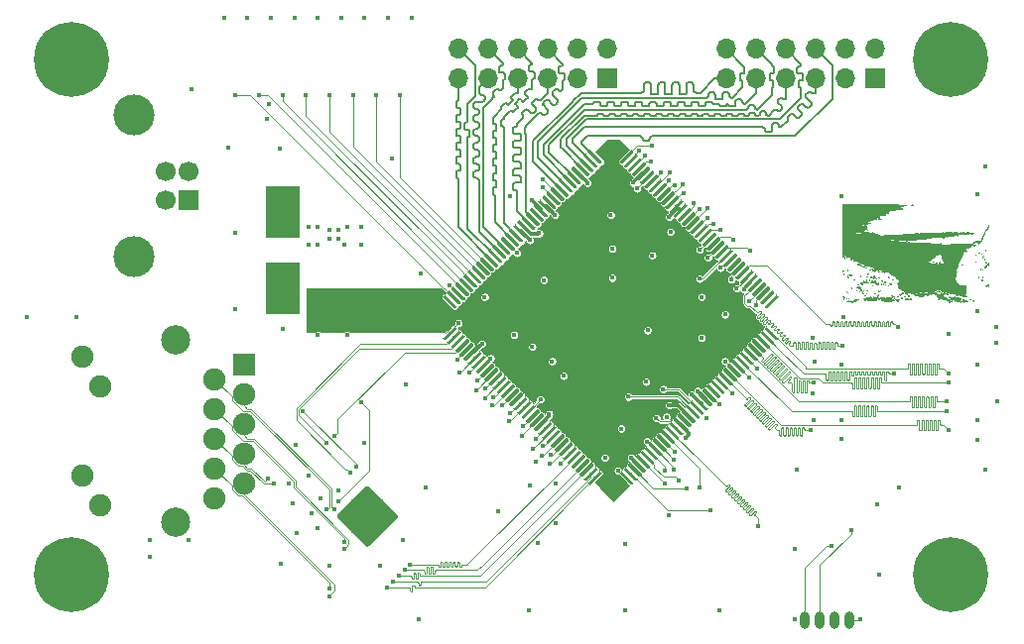
<source format=gbr>
G04 #@! TF.GenerationSoftware,KiCad,Pcbnew,5.1.4*
G04 #@! TF.CreationDate,2019-10-19T18:39:22+01:00*
G04 #@! TF.ProjectId,manila_ice,6d616e69-6c61-45f6-9963-652e6b696361,rev?*
G04 #@! TF.SameCoordinates,Original*
G04 #@! TF.FileFunction,Copper,L4,Bot*
G04 #@! TF.FilePolarity,Positive*
%FSLAX46Y46*%
G04 Gerber Fmt 4.6, Leading zero omitted, Abs format (unit mm)*
G04 Created by KiCad (PCBNEW 5.1.4) date 2019-10-19 18:39:22*
%MOMM*%
%LPD*%
G04 APERTURE LIST*
%ADD10C,0.010000*%
%ADD11O,1.700000X1.700000*%
%ADD12R,1.700000X1.700000*%
%ADD13C,0.100000*%
%ADD14C,3.800000*%
%ADD15C,0.500000*%
%ADD16C,0.300000*%
%ADD17C,1.700000*%
%ADD18C,3.500000*%
%ADD19R,1.900000X1.900000*%
%ADD20C,1.900000*%
%ADD21C,2.500000*%
%ADD22O,0.800000X1.500000*%
%ADD23C,0.600000*%
%ADD24R,2.950000X4.500000*%
%ADD25C,6.400000*%
%ADD26C,0.450000*%
%ADD27C,0.088900*%
%ADD28C,0.300000*%
%ADD29C,0.090000*%
%ADD30C,0.146812*%
%ADD31C,0.089000*%
G04 APERTURE END LIST*
D10*
G36*
X184879846Y-91568385D02*
G01*
X184889615Y-91578154D01*
X184899384Y-91568385D01*
X184889615Y-91558616D01*
X184879846Y-91568385D01*
X184879846Y-91568385D01*
G37*
X184879846Y-91568385D02*
X184889615Y-91578154D01*
X184899384Y-91568385D01*
X184889615Y-91558616D01*
X184879846Y-91568385D01*
G36*
X185602769Y-91900539D02*
G01*
X185612538Y-91910308D01*
X185622307Y-91900539D01*
X185612538Y-91890770D01*
X185602769Y-91900539D01*
X185602769Y-91900539D01*
G37*
X185602769Y-91900539D02*
X185612538Y-91910308D01*
X185622307Y-91900539D01*
X185612538Y-91890770D01*
X185602769Y-91900539D01*
G36*
X193072974Y-91916821D02*
G01*
X193070636Y-91940008D01*
X193072974Y-91942872D01*
X193084590Y-91940190D01*
X193086000Y-91929847D01*
X193078851Y-91913764D01*
X193072974Y-91916821D01*
X193072974Y-91916821D01*
G37*
X193072974Y-91916821D02*
X193070636Y-91940008D01*
X193072974Y-91942872D01*
X193084590Y-91940190D01*
X193086000Y-91929847D01*
X193078851Y-91913764D01*
X193072974Y-91916821D01*
G36*
X192282119Y-92215293D02*
G01*
X192275154Y-92222923D01*
X192281136Y-92238302D01*
X192303308Y-92242462D01*
X192335678Y-92234490D01*
X192343538Y-92222923D01*
X192327796Y-92205399D01*
X192315384Y-92203385D01*
X192282119Y-92215293D01*
X192282119Y-92215293D01*
G37*
X192282119Y-92215293D02*
X192275154Y-92222923D01*
X192281136Y-92238302D01*
X192303308Y-92242462D01*
X192335678Y-92234490D01*
X192343538Y-92222923D01*
X192327796Y-92205399D01*
X192315384Y-92203385D01*
X192282119Y-92215293D01*
G36*
X191825309Y-92207101D02*
G01*
X191822542Y-92231532D01*
X191827400Y-92249435D01*
X191849753Y-92275804D01*
X191877234Y-92279386D01*
X191893630Y-92259352D01*
X191894154Y-92252844D01*
X191881208Y-92233133D01*
X191864846Y-92235396D01*
X191839681Y-92233220D01*
X191835538Y-92221757D01*
X191829590Y-92205118D01*
X191825309Y-92207101D01*
X191825309Y-92207101D01*
G37*
X191825309Y-92207101D02*
X191822542Y-92231532D01*
X191827400Y-92249435D01*
X191849753Y-92275804D01*
X191877234Y-92279386D01*
X191893630Y-92259352D01*
X191894154Y-92252844D01*
X191881208Y-92233133D01*
X191864846Y-92235396D01*
X191839681Y-92233220D01*
X191835538Y-92221757D01*
X191829590Y-92205118D01*
X191825309Y-92207101D01*
G36*
X192559029Y-92355022D02*
G01*
X192558461Y-92359693D01*
X192573330Y-92378663D01*
X192578000Y-92379231D01*
X192596971Y-92364363D01*
X192597538Y-92359693D01*
X192582670Y-92340722D01*
X192578000Y-92340154D01*
X192559029Y-92355022D01*
X192559029Y-92355022D01*
G37*
X192559029Y-92355022D02*
X192558461Y-92359693D01*
X192573330Y-92378663D01*
X192578000Y-92379231D01*
X192596971Y-92364363D01*
X192597538Y-92359693D01*
X192582670Y-92340722D01*
X192578000Y-92340154D01*
X192559029Y-92355022D01*
G36*
X192871644Y-92355022D02*
G01*
X192871077Y-92359693D01*
X192885945Y-92378663D01*
X192890615Y-92379231D01*
X192909586Y-92364363D01*
X192910154Y-92359693D01*
X192895285Y-92340722D01*
X192890615Y-92340154D01*
X192871644Y-92355022D01*
X192871644Y-92355022D01*
G37*
X192871644Y-92355022D02*
X192871077Y-92359693D01*
X192885945Y-92378663D01*
X192890615Y-92379231D01*
X192909586Y-92364363D01*
X192910154Y-92359693D01*
X192895285Y-92340722D01*
X192890615Y-92340154D01*
X192871644Y-92355022D01*
G36*
X192148949Y-92373876D02*
G01*
X192148154Y-92379231D01*
X192154820Y-92398262D01*
X192156770Y-92398770D01*
X192173451Y-92385078D01*
X192177461Y-92379231D01*
X192175912Y-92361227D01*
X192168845Y-92359693D01*
X192148949Y-92373876D01*
X192148949Y-92373876D01*
G37*
X192148949Y-92373876D02*
X192148154Y-92379231D01*
X192154820Y-92398262D01*
X192156770Y-92398770D01*
X192173451Y-92385078D01*
X192177461Y-92379231D01*
X192175912Y-92361227D01*
X192168845Y-92359693D01*
X192148949Y-92373876D01*
G36*
X193067256Y-92373876D02*
G01*
X193066461Y-92379231D01*
X193073128Y-92398262D01*
X193075077Y-92398770D01*
X193091759Y-92385078D01*
X193095769Y-92379231D01*
X193094220Y-92361227D01*
X193087153Y-92359693D01*
X193067256Y-92373876D01*
X193067256Y-92373876D01*
G37*
X193067256Y-92373876D02*
X193066461Y-92379231D01*
X193073128Y-92398262D01*
X193075077Y-92398770D01*
X193091759Y-92385078D01*
X193095769Y-92379231D01*
X193094220Y-92361227D01*
X193087153Y-92359693D01*
X193067256Y-92373876D01*
G36*
X192932971Y-92369482D02*
G01*
X192932346Y-92370064D01*
X192936198Y-92388061D01*
X192949796Y-92399533D01*
X192989791Y-92417020D01*
X193007351Y-92406210D01*
X193007846Y-92400860D01*
X192992062Y-92380071D01*
X192959639Y-92366567D01*
X192932971Y-92369482D01*
X192932971Y-92369482D01*
G37*
X192932971Y-92369482D02*
X192932346Y-92370064D01*
X192936198Y-92388061D01*
X192949796Y-92399533D01*
X192989791Y-92417020D01*
X193007351Y-92406210D01*
X193007846Y-92400860D01*
X192992062Y-92380071D01*
X192959639Y-92366567D01*
X192932971Y-92369482D01*
G36*
X193125644Y-92413638D02*
G01*
X193125077Y-92418308D01*
X193139945Y-92437279D01*
X193144615Y-92437847D01*
X193163586Y-92422978D01*
X193164154Y-92418308D01*
X193149285Y-92399337D01*
X193144615Y-92398770D01*
X193125644Y-92413638D01*
X193125644Y-92413638D01*
G37*
X193125644Y-92413638D02*
X193125077Y-92418308D01*
X193139945Y-92437279D01*
X193144615Y-92437847D01*
X193163586Y-92422978D01*
X193164154Y-92418308D01*
X193149285Y-92399337D01*
X193144615Y-92398770D01*
X193125644Y-92413638D01*
G36*
X192830704Y-92258424D02*
G01*
X192808136Y-92298386D01*
X192799742Y-92315731D01*
X192775013Y-92364132D01*
X192754993Y-92395315D01*
X192751011Y-92399285D01*
X192746185Y-92422048D01*
X192751145Y-92433476D01*
X192770201Y-92447446D01*
X192798308Y-92432960D01*
X192816276Y-92406353D01*
X192833436Y-92361234D01*
X192846618Y-92310486D01*
X192852651Y-92266995D01*
X192848365Y-92243644D01*
X192845183Y-92242462D01*
X192830704Y-92258424D01*
X192830704Y-92258424D01*
G37*
X192830704Y-92258424D02*
X192808136Y-92298386D01*
X192799742Y-92315731D01*
X192775013Y-92364132D01*
X192754993Y-92395315D01*
X192751011Y-92399285D01*
X192746185Y-92422048D01*
X192751145Y-92433476D01*
X192770201Y-92447446D01*
X192798308Y-92432960D01*
X192816276Y-92406353D01*
X192833436Y-92361234D01*
X192846618Y-92310486D01*
X192852651Y-92266995D01*
X192848365Y-92243644D01*
X192845183Y-92242462D01*
X192830704Y-92258424D01*
G36*
X193402716Y-92609629D02*
G01*
X193398615Y-92624075D01*
X193414269Y-92649444D01*
X193427923Y-92652770D01*
X193453940Y-92643330D01*
X193457231Y-92635322D01*
X193441682Y-92613962D01*
X193427923Y-92606627D01*
X193402716Y-92609629D01*
X193402716Y-92609629D01*
G37*
X193402716Y-92609629D02*
X193398615Y-92624075D01*
X193414269Y-92649444D01*
X193427923Y-92652770D01*
X193453940Y-92643330D01*
X193457231Y-92635322D01*
X193441682Y-92613962D01*
X193427923Y-92606627D01*
X193402716Y-92609629D01*
G36*
X193281637Y-92618135D02*
G01*
X193254815Y-92636520D01*
X193251975Y-92652604D01*
X193272703Y-92667946D01*
X193312425Y-92666321D01*
X193344884Y-92658840D01*
X193375374Y-92640959D01*
X193371870Y-92618799D01*
X193354654Y-92608581D01*
X193319881Y-92606694D01*
X193281637Y-92618135D01*
X193281637Y-92618135D01*
G37*
X193281637Y-92618135D02*
X193254815Y-92636520D01*
X193251975Y-92652604D01*
X193272703Y-92667946D01*
X193312425Y-92666321D01*
X193344884Y-92658840D01*
X193375374Y-92640959D01*
X193371870Y-92618799D01*
X193354654Y-92608581D01*
X193319881Y-92606694D01*
X193281637Y-92618135D01*
G36*
X193532030Y-92617218D02*
G01*
X193494165Y-92633492D01*
X193480518Y-92650998D01*
X193483447Y-92669876D01*
X193502148Y-92666750D01*
X193532013Y-92667468D01*
X193540306Y-92677302D01*
X193551553Y-92681370D01*
X193561106Y-92664838D01*
X193572744Y-92626951D01*
X193562184Y-92614790D01*
X193532030Y-92617218D01*
X193532030Y-92617218D01*
G37*
X193532030Y-92617218D02*
X193494165Y-92633492D01*
X193480518Y-92650998D01*
X193483447Y-92669876D01*
X193502148Y-92666750D01*
X193532013Y-92667468D01*
X193540306Y-92677302D01*
X193551553Y-92681370D01*
X193561106Y-92664838D01*
X193572744Y-92626951D01*
X193562184Y-92614790D01*
X193532030Y-92617218D01*
G36*
X190474518Y-87363266D02*
G01*
X190449532Y-87373867D01*
X190448307Y-87377385D01*
X190450761Y-87390356D01*
X190464842Y-87393323D01*
X190500635Y-87386284D01*
X190536231Y-87377385D01*
X190572503Y-87367577D01*
X190575147Y-87362962D01*
X190541846Y-87360818D01*
X190521577Y-87360158D01*
X190474518Y-87363266D01*
X190474518Y-87363266D01*
G37*
X190474518Y-87363266D02*
X190449532Y-87373867D01*
X190448307Y-87377385D01*
X190450761Y-87390356D01*
X190464842Y-87393323D01*
X190500635Y-87386284D01*
X190536231Y-87377385D01*
X190572503Y-87367577D01*
X190575147Y-87362962D01*
X190541846Y-87360818D01*
X190521577Y-87360158D01*
X190474518Y-87363266D01*
G36*
X187713250Y-88568006D02*
G01*
X187671835Y-88576636D01*
X187654312Y-88588343D01*
X187654307Y-88588543D01*
X187671705Y-88605586D01*
X187715550Y-88618309D01*
X187773318Y-88625275D01*
X187832485Y-88625044D01*
X187880527Y-88616180D01*
X187883884Y-88614907D01*
X187906536Y-88593225D01*
X187908307Y-88585051D01*
X187893792Y-88574008D01*
X187875677Y-88577572D01*
X187842563Y-88580266D01*
X187831716Y-88573351D01*
X187808102Y-88565087D01*
X187763643Y-88563731D01*
X187713250Y-88568006D01*
X187713250Y-88568006D01*
G37*
X187713250Y-88568006D02*
X187671835Y-88576636D01*
X187654312Y-88588343D01*
X187654307Y-88588543D01*
X187671705Y-88605586D01*
X187715550Y-88618309D01*
X187773318Y-88625275D01*
X187832485Y-88625044D01*
X187880527Y-88616180D01*
X187883884Y-88614907D01*
X187906536Y-88593225D01*
X187908307Y-88585051D01*
X187893792Y-88574008D01*
X187875677Y-88577572D01*
X187842563Y-88580266D01*
X187831716Y-88573351D01*
X187808102Y-88565087D01*
X187763643Y-88563731D01*
X187713250Y-88568006D01*
G36*
X186892875Y-88935792D02*
G01*
X186892307Y-88940462D01*
X186907176Y-88959433D01*
X186911846Y-88960000D01*
X186930817Y-88945132D01*
X186931384Y-88940462D01*
X186916516Y-88921491D01*
X186911846Y-88920923D01*
X186892875Y-88935792D01*
X186892875Y-88935792D01*
G37*
X186892875Y-88935792D02*
X186892307Y-88940462D01*
X186907176Y-88959433D01*
X186911846Y-88960000D01*
X186930817Y-88945132D01*
X186931384Y-88940462D01*
X186916516Y-88921491D01*
X186911846Y-88920923D01*
X186892875Y-88935792D01*
G36*
X186446229Y-89126858D02*
G01*
X186442923Y-89135847D01*
X186458748Y-89153181D01*
X186472231Y-89155385D01*
X186498232Y-89144835D01*
X186501538Y-89135847D01*
X186485713Y-89118512D01*
X186472231Y-89116308D01*
X186446229Y-89126858D01*
X186446229Y-89126858D01*
G37*
X186446229Y-89126858D02*
X186442923Y-89135847D01*
X186458748Y-89153181D01*
X186472231Y-89155385D01*
X186498232Y-89144835D01*
X186501538Y-89135847D01*
X186485713Y-89118512D01*
X186472231Y-89116308D01*
X186446229Y-89126858D01*
G36*
X186209029Y-89170253D02*
G01*
X186208461Y-89174923D01*
X186223330Y-89193894D01*
X186228000Y-89194462D01*
X186246971Y-89179594D01*
X186247538Y-89174923D01*
X186232670Y-89155953D01*
X186228000Y-89155385D01*
X186209029Y-89170253D01*
X186209029Y-89170253D01*
G37*
X186209029Y-89170253D02*
X186208461Y-89174923D01*
X186223330Y-89193894D01*
X186228000Y-89194462D01*
X186246971Y-89179594D01*
X186247538Y-89174923D01*
X186232670Y-89155953D01*
X186228000Y-89155385D01*
X186209029Y-89170253D01*
G36*
X186599231Y-89204231D02*
G01*
X186580591Y-89221789D01*
X186579692Y-89224923D01*
X186594809Y-89233315D01*
X186599231Y-89233539D01*
X186618018Y-89218519D01*
X186618769Y-89212847D01*
X186606799Y-89201178D01*
X186599231Y-89204231D01*
X186599231Y-89204231D01*
G37*
X186599231Y-89204231D02*
X186580591Y-89221789D01*
X186579692Y-89224923D01*
X186594809Y-89233315D01*
X186599231Y-89233539D01*
X186618018Y-89218519D01*
X186618769Y-89212847D01*
X186606799Y-89201178D01*
X186599231Y-89204231D01*
G36*
X186228893Y-89208105D02*
G01*
X186197691Y-89225425D01*
X186198725Y-89245098D01*
X186227178Y-89257077D01*
X186252261Y-89256808D01*
X186294543Y-89259406D01*
X186315210Y-89271462D01*
X186342662Y-89285505D01*
X186391238Y-89291425D01*
X186443838Y-89289236D01*
X186483367Y-89278952D01*
X186492572Y-89271316D01*
X186500207Y-89248963D01*
X186498610Y-89245890D01*
X186467109Y-89235275D01*
X186410916Y-89224064D01*
X186344331Y-89214260D01*
X186281653Y-89207867D01*
X186237182Y-89206887D01*
X186228893Y-89208105D01*
X186228893Y-89208105D01*
G37*
X186228893Y-89208105D02*
X186197691Y-89225425D01*
X186198725Y-89245098D01*
X186227178Y-89257077D01*
X186252261Y-89256808D01*
X186294543Y-89259406D01*
X186315210Y-89271462D01*
X186342662Y-89285505D01*
X186391238Y-89291425D01*
X186443838Y-89289236D01*
X186483367Y-89278952D01*
X186492572Y-89271316D01*
X186500207Y-89248963D01*
X186498610Y-89245890D01*
X186467109Y-89235275D01*
X186410916Y-89224064D01*
X186344331Y-89214260D01*
X186281653Y-89207867D01*
X186237182Y-89206887D01*
X186228893Y-89208105D01*
G36*
X186625282Y-89396359D02*
G01*
X186622943Y-89419547D01*
X186625282Y-89422411D01*
X186636897Y-89419729D01*
X186638307Y-89409385D01*
X186631159Y-89393303D01*
X186625282Y-89396359D01*
X186625282Y-89396359D01*
G37*
X186625282Y-89396359D02*
X186622943Y-89419547D01*
X186625282Y-89422411D01*
X186636897Y-89419729D01*
X186638307Y-89409385D01*
X186631159Y-89393303D01*
X186625282Y-89396359D01*
G36*
X196941590Y-89435436D02*
G01*
X196944272Y-89447052D01*
X196954615Y-89448462D01*
X196970698Y-89441313D01*
X196967641Y-89435436D01*
X196944453Y-89433098D01*
X196941590Y-89435436D01*
X196941590Y-89435436D01*
G37*
X196941590Y-89435436D02*
X196944272Y-89447052D01*
X196954615Y-89448462D01*
X196970698Y-89441313D01*
X196967641Y-89435436D01*
X196944453Y-89433098D01*
X196941590Y-89435436D01*
G36*
X186658641Y-89501722D02*
G01*
X186657846Y-89507077D01*
X186664512Y-89526108D01*
X186666462Y-89526616D01*
X186683143Y-89512924D01*
X186687154Y-89507077D01*
X186685605Y-89489073D01*
X186678538Y-89487539D01*
X186658641Y-89501722D01*
X186658641Y-89501722D01*
G37*
X186658641Y-89501722D02*
X186657846Y-89507077D01*
X186664512Y-89526108D01*
X186666462Y-89526616D01*
X186683143Y-89512924D01*
X186687154Y-89507077D01*
X186685605Y-89489073D01*
X186678538Y-89487539D01*
X186658641Y-89501722D01*
G36*
X186081160Y-89570665D02*
G01*
X186054069Y-89577866D01*
X186052154Y-89581854D01*
X186069720Y-89610186D01*
X186114540Y-89632536D01*
X186174793Y-89643497D01*
X186187638Y-89643847D01*
X186229346Y-89649394D01*
X186247512Y-89662800D01*
X186247538Y-89663385D01*
X186264074Y-89678393D01*
X186291500Y-89682302D01*
X186322033Y-89680122D01*
X186318101Y-89669183D01*
X186297535Y-89652994D01*
X186272276Y-89631575D01*
X186281405Y-89624316D01*
X186307304Y-89623070D01*
X186355000Y-89621831D01*
X186309220Y-89603488D01*
X186256820Y-89587938D01*
X186193820Y-89576651D01*
X186131506Y-89570577D01*
X186081160Y-89570665D01*
X186081160Y-89570665D01*
G37*
X186081160Y-89570665D02*
X186054069Y-89577866D01*
X186052154Y-89581854D01*
X186069720Y-89610186D01*
X186114540Y-89632536D01*
X186174793Y-89643497D01*
X186187638Y-89643847D01*
X186229346Y-89649394D01*
X186247512Y-89662800D01*
X186247538Y-89663385D01*
X186264074Y-89678393D01*
X186291500Y-89682302D01*
X186322033Y-89680122D01*
X186318101Y-89669183D01*
X186297535Y-89652994D01*
X186272276Y-89631575D01*
X186281405Y-89624316D01*
X186307304Y-89623070D01*
X186355000Y-89621831D01*
X186309220Y-89603488D01*
X186256820Y-89587938D01*
X186193820Y-89576651D01*
X186131506Y-89570577D01*
X186081160Y-89570665D01*
G36*
X186566666Y-89669898D02*
G01*
X186569349Y-89681513D01*
X186579692Y-89682923D01*
X186595774Y-89675775D01*
X186592718Y-89669898D01*
X186569530Y-89667559D01*
X186566666Y-89669898D01*
X186566666Y-89669898D01*
G37*
X186566666Y-89669898D02*
X186569349Y-89681513D01*
X186579692Y-89682923D01*
X186595774Y-89675775D01*
X186592718Y-89669898D01*
X186569530Y-89667559D01*
X186566666Y-89669898D01*
G36*
X186069613Y-89669044D02*
G01*
X186052158Y-89682680D01*
X186052154Y-89682923D01*
X186069132Y-89696642D01*
X186110040Y-89702460D01*
X186110769Y-89702462D01*
X186151925Y-89696802D01*
X186169380Y-89683167D01*
X186169384Y-89682923D01*
X186152406Y-89669205D01*
X186111498Y-89663386D01*
X186110769Y-89663385D01*
X186069613Y-89669044D01*
X186069613Y-89669044D01*
G37*
X186069613Y-89669044D02*
X186052158Y-89682680D01*
X186052154Y-89682923D01*
X186069132Y-89696642D01*
X186110040Y-89702460D01*
X186110769Y-89702462D01*
X186151925Y-89696802D01*
X186169380Y-89683167D01*
X186169384Y-89682923D01*
X186152406Y-89669205D01*
X186111498Y-89663386D01*
X186110769Y-89663385D01*
X186069613Y-89669044D01*
G36*
X194636051Y-89689436D02*
G01*
X194638733Y-89701052D01*
X194649077Y-89702462D01*
X194665159Y-89695313D01*
X194662102Y-89689436D01*
X194638915Y-89687098D01*
X194636051Y-89689436D01*
X194636051Y-89689436D01*
G37*
X194636051Y-89689436D02*
X194638733Y-89701052D01*
X194649077Y-89702462D01*
X194665159Y-89695313D01*
X194662102Y-89689436D01*
X194638915Y-89687098D01*
X194636051Y-89689436D01*
G36*
X195769282Y-89748052D02*
G01*
X195766943Y-89771239D01*
X195769282Y-89774103D01*
X195780897Y-89771421D01*
X195782307Y-89761077D01*
X195775159Y-89744995D01*
X195769282Y-89748052D01*
X195769282Y-89748052D01*
G37*
X195769282Y-89748052D02*
X195766943Y-89771239D01*
X195769282Y-89774103D01*
X195780897Y-89771421D01*
X195782307Y-89761077D01*
X195775159Y-89744995D01*
X195769282Y-89748052D01*
G36*
X190546000Y-89829462D02*
G01*
X190555769Y-89839231D01*
X190565538Y-89829462D01*
X190555769Y-89819693D01*
X190546000Y-89829462D01*
X190546000Y-89829462D01*
G37*
X190546000Y-89829462D02*
X190555769Y-89839231D01*
X190565538Y-89829462D01*
X190555769Y-89819693D01*
X190546000Y-89829462D01*
G36*
X187381337Y-89854099D02*
G01*
X187380769Y-89858770D01*
X187395637Y-89877740D01*
X187400307Y-89878308D01*
X187419278Y-89863440D01*
X187419846Y-89858770D01*
X187404978Y-89839799D01*
X187400307Y-89839231D01*
X187381337Y-89854099D01*
X187381337Y-89854099D01*
G37*
X187381337Y-89854099D02*
X187380769Y-89858770D01*
X187395637Y-89877740D01*
X187400307Y-89878308D01*
X187419278Y-89863440D01*
X187419846Y-89858770D01*
X187404978Y-89839799D01*
X187400307Y-89839231D01*
X187381337Y-89854099D01*
G36*
X187543590Y-89865282D02*
G01*
X187541251Y-89888470D01*
X187543590Y-89891334D01*
X187555205Y-89888652D01*
X187556615Y-89878308D01*
X187549466Y-89862226D01*
X187543590Y-89865282D01*
X187543590Y-89865282D01*
G37*
X187543590Y-89865282D02*
X187541251Y-89888470D01*
X187543590Y-89891334D01*
X187555205Y-89888652D01*
X187556615Y-89878308D01*
X187549466Y-89862226D01*
X187543590Y-89865282D01*
G36*
X194362513Y-89982513D02*
G01*
X194360174Y-90005701D01*
X194362513Y-90008564D01*
X194374128Y-90005882D01*
X194375538Y-89995539D01*
X194368389Y-89979456D01*
X194362513Y-89982513D01*
X194362513Y-89982513D01*
G37*
X194362513Y-89982513D02*
X194360174Y-90005701D01*
X194362513Y-90008564D01*
X194374128Y-90005882D01*
X194375538Y-89995539D01*
X194368389Y-89979456D01*
X194362513Y-89982513D01*
G36*
X190200820Y-90529590D02*
G01*
X190203502Y-90541206D01*
X190213846Y-90542616D01*
X190229928Y-90535467D01*
X190226872Y-90529590D01*
X190203684Y-90527252D01*
X190200820Y-90529590D01*
X190200820Y-90529590D01*
G37*
X190200820Y-90529590D02*
X190203502Y-90541206D01*
X190213846Y-90542616D01*
X190229928Y-90535467D01*
X190226872Y-90529590D01*
X190203684Y-90527252D01*
X190200820Y-90529590D01*
G36*
X196094923Y-90552385D02*
G01*
X196104692Y-90562154D01*
X196114461Y-90552385D01*
X196104692Y-90542616D01*
X196094923Y-90552385D01*
X196094923Y-90552385D01*
G37*
X196094923Y-90552385D02*
X196104692Y-90562154D01*
X196114461Y-90552385D01*
X196104692Y-90542616D01*
X196094923Y-90552385D01*
G36*
X196144758Y-90568144D02*
G01*
X196122021Y-90597759D01*
X196119948Y-90613231D01*
X196137274Y-90609699D01*
X196143010Y-90602459D01*
X196169649Y-90590500D01*
X196201450Y-90592973D01*
X196243968Y-90592895D01*
X196261924Y-90580198D01*
X196263545Y-90563954D01*
X196235684Y-90566771D01*
X196200226Y-90566649D01*
X196187097Y-90555370D01*
X196170313Y-90548861D01*
X196144758Y-90568144D01*
X196144758Y-90568144D01*
G37*
X196144758Y-90568144D02*
X196122021Y-90597759D01*
X196119948Y-90613231D01*
X196137274Y-90609699D01*
X196143010Y-90602459D01*
X196169649Y-90590500D01*
X196201450Y-90592973D01*
X196243968Y-90592895D01*
X196261924Y-90580198D01*
X196263545Y-90563954D01*
X196235684Y-90566771D01*
X196200226Y-90566649D01*
X196187097Y-90555370D01*
X196170313Y-90548861D01*
X196144758Y-90568144D01*
G36*
X192949798Y-90674715D02*
G01*
X192949231Y-90679385D01*
X192964099Y-90698356D01*
X192968769Y-90698923D01*
X192987740Y-90684055D01*
X192988307Y-90679385D01*
X192973439Y-90660414D01*
X192968769Y-90659847D01*
X192949798Y-90674715D01*
X192949798Y-90674715D01*
G37*
X192949798Y-90674715D02*
X192949231Y-90679385D01*
X192964099Y-90698356D01*
X192968769Y-90698923D01*
X192987740Y-90684055D01*
X192988307Y-90679385D01*
X192973439Y-90660414D01*
X192968769Y-90659847D01*
X192949798Y-90674715D01*
G36*
X196193917Y-90631144D02*
G01*
X196179124Y-90645425D01*
X196155970Y-90676650D01*
X196163486Y-90689592D01*
X196187731Y-90684851D01*
X196209236Y-90660361D01*
X196212154Y-90644262D01*
X196209157Y-90623458D01*
X196193917Y-90631144D01*
X196193917Y-90631144D01*
G37*
X196193917Y-90631144D02*
X196179124Y-90645425D01*
X196155970Y-90676650D01*
X196163486Y-90689592D01*
X196187731Y-90684851D01*
X196209236Y-90660361D01*
X196212154Y-90644262D01*
X196209157Y-90623458D01*
X196193917Y-90631144D01*
G36*
X195886513Y-90764052D02*
G01*
X195884174Y-90787239D01*
X195886513Y-90790103D01*
X195898128Y-90787421D01*
X195899538Y-90777077D01*
X195892389Y-90760995D01*
X195886513Y-90764052D01*
X195886513Y-90764052D01*
G37*
X195886513Y-90764052D02*
X195884174Y-90787239D01*
X195886513Y-90790103D01*
X195898128Y-90787421D01*
X195899538Y-90777077D01*
X195892389Y-90760995D01*
X195886513Y-90764052D01*
G36*
X195840923Y-90825923D02*
G01*
X195850692Y-90835693D01*
X195860461Y-90825923D01*
X195850692Y-90816154D01*
X195840923Y-90825923D01*
X195840923Y-90825923D01*
G37*
X195840923Y-90825923D02*
X195850692Y-90835693D01*
X195860461Y-90825923D01*
X195850692Y-90816154D01*
X195840923Y-90825923D01*
G36*
X195770429Y-90768352D02*
G01*
X195704878Y-90780470D01*
X195674683Y-90796476D01*
X195675877Y-90817823D01*
X195699598Y-90827364D01*
X195706360Y-90824560D01*
X195735910Y-90824913D01*
X195750120Y-90833302D01*
X195777515Y-90840136D01*
X195807879Y-90815223D01*
X195834591Y-90780581D01*
X195832957Y-90765557D01*
X195798890Y-90765034D01*
X195770429Y-90768352D01*
X195770429Y-90768352D01*
G37*
X195770429Y-90768352D02*
X195704878Y-90780470D01*
X195674683Y-90796476D01*
X195675877Y-90817823D01*
X195699598Y-90827364D01*
X195706360Y-90824560D01*
X195735910Y-90824913D01*
X195750120Y-90833302D01*
X195777515Y-90840136D01*
X195807879Y-90815223D01*
X195834591Y-90780581D01*
X195832957Y-90765557D01*
X195798890Y-90765034D01*
X195770429Y-90768352D01*
G36*
X196759798Y-91241330D02*
G01*
X196759231Y-91246000D01*
X196774099Y-91264971D01*
X196778769Y-91265539D01*
X196797740Y-91250671D01*
X196798307Y-91246000D01*
X196783439Y-91227030D01*
X196778769Y-91226462D01*
X196759798Y-91241330D01*
X196759798Y-91241330D01*
G37*
X196759798Y-91241330D02*
X196759231Y-91246000D01*
X196774099Y-91264971D01*
X196778769Y-91265539D01*
X196797740Y-91250671D01*
X196798307Y-91246000D01*
X196783439Y-91227030D01*
X196778769Y-91226462D01*
X196759798Y-91241330D01*
G36*
X195097698Y-91285643D02*
G01*
X195080203Y-91326009D01*
X195092802Y-91343173D01*
X195099075Y-91343693D01*
X195122731Y-91328044D01*
X195130796Y-91313542D01*
X195134211Y-91279943D01*
X195119584Y-91267910D01*
X195097698Y-91285643D01*
X195097698Y-91285643D01*
G37*
X195097698Y-91285643D02*
X195080203Y-91326009D01*
X195092802Y-91343173D01*
X195099075Y-91343693D01*
X195122731Y-91328044D01*
X195130796Y-91313542D01*
X195134211Y-91279943D01*
X195119584Y-91267910D01*
X195097698Y-91285643D01*
G36*
X196212378Y-91456502D02*
G01*
X196212154Y-91460923D01*
X196227174Y-91479711D01*
X196232845Y-91480462D01*
X196244514Y-91468492D01*
X196241461Y-91460923D01*
X196223904Y-91442284D01*
X196220770Y-91441385D01*
X196212378Y-91456502D01*
X196212378Y-91456502D01*
G37*
X196212378Y-91456502D02*
X196212154Y-91460923D01*
X196227174Y-91479711D01*
X196232845Y-91480462D01*
X196244514Y-91468492D01*
X196241461Y-91460923D01*
X196223904Y-91442284D01*
X196220770Y-91441385D01*
X196212378Y-91456502D01*
G36*
X196433590Y-91545590D02*
G01*
X196436272Y-91557206D01*
X196446615Y-91558616D01*
X196462698Y-91551467D01*
X196459641Y-91545590D01*
X196436453Y-91543252D01*
X196433590Y-91545590D01*
X196433590Y-91545590D01*
G37*
X196433590Y-91545590D02*
X196436272Y-91557206D01*
X196446615Y-91558616D01*
X196462698Y-91551467D01*
X196459641Y-91545590D01*
X196436453Y-91543252D01*
X196433590Y-91545590D01*
G36*
X195886716Y-91609663D02*
G01*
X195889769Y-91617231D01*
X195907326Y-91635870D01*
X195910461Y-91636770D01*
X195918853Y-91621653D01*
X195919077Y-91617231D01*
X195904056Y-91598443D01*
X195898385Y-91597693D01*
X195886716Y-91609663D01*
X195886716Y-91609663D01*
G37*
X195886716Y-91609663D02*
X195889769Y-91617231D01*
X195907326Y-91635870D01*
X195910461Y-91636770D01*
X195918853Y-91621653D01*
X195919077Y-91617231D01*
X195904056Y-91598443D01*
X195898385Y-91597693D01*
X195886716Y-91609663D01*
G36*
X184593485Y-91629201D02*
G01*
X184596538Y-91636770D01*
X184614096Y-91655409D01*
X184617230Y-91656308D01*
X184625622Y-91641191D01*
X184625846Y-91636770D01*
X184610826Y-91617982D01*
X184605154Y-91617231D01*
X184593485Y-91629201D01*
X184593485Y-91629201D01*
G37*
X184593485Y-91629201D02*
X184596538Y-91636770D01*
X184614096Y-91655409D01*
X184617230Y-91656308D01*
X184625622Y-91641191D01*
X184625846Y-91636770D01*
X184610826Y-91617982D01*
X184605154Y-91617231D01*
X184593485Y-91629201D01*
G36*
X184625846Y-91724693D02*
G01*
X184635615Y-91734462D01*
X184645384Y-91724693D01*
X184635615Y-91714923D01*
X184625846Y-91724693D01*
X184625846Y-91724693D01*
G37*
X184625846Y-91724693D02*
X184635615Y-91734462D01*
X184645384Y-91724693D01*
X184635615Y-91714923D01*
X184625846Y-91724693D01*
G36*
X196609436Y-91721436D02*
G01*
X196612118Y-91733052D01*
X196622461Y-91734462D01*
X196638544Y-91727313D01*
X196635487Y-91721436D01*
X196612299Y-91719098D01*
X196609436Y-91721436D01*
X196609436Y-91721436D01*
G37*
X196609436Y-91721436D02*
X196612118Y-91733052D01*
X196622461Y-91734462D01*
X196638544Y-91727313D01*
X196635487Y-91721436D01*
X196612299Y-91719098D01*
X196609436Y-91721436D01*
G36*
X184978106Y-91788407D02*
G01*
X184977538Y-91793077D01*
X184992407Y-91812048D01*
X184997077Y-91812616D01*
X185016047Y-91797747D01*
X185016615Y-91793077D01*
X185001747Y-91774107D01*
X184997077Y-91773539D01*
X184978106Y-91788407D01*
X184978106Y-91788407D01*
G37*
X184978106Y-91788407D02*
X184977538Y-91793077D01*
X184992407Y-91812048D01*
X184997077Y-91812616D01*
X185016047Y-91797747D01*
X185016615Y-91793077D01*
X185001747Y-91774107D01*
X184997077Y-91773539D01*
X184978106Y-91788407D01*
G36*
X184569271Y-91772024D02*
G01*
X184579090Y-91801248D01*
X184597224Y-91825523D01*
X184617878Y-91832945D01*
X184625846Y-91820989D01*
X184613689Y-91799793D01*
X184596538Y-91780517D01*
X184572510Y-91760591D01*
X184569271Y-91772024D01*
X184569271Y-91772024D01*
G37*
X184569271Y-91772024D02*
X184579090Y-91801248D01*
X184597224Y-91825523D01*
X184617878Y-91832945D01*
X184625846Y-91820989D01*
X184613689Y-91799793D01*
X184596538Y-91780517D01*
X184572510Y-91760591D01*
X184569271Y-91772024D01*
G36*
X184685029Y-91807946D02*
G01*
X184684461Y-91812616D01*
X184699330Y-91831586D01*
X184704000Y-91832154D01*
X184722971Y-91817286D01*
X184723538Y-91812616D01*
X184708670Y-91793645D01*
X184704000Y-91793077D01*
X184685029Y-91807946D01*
X184685029Y-91807946D01*
G37*
X184685029Y-91807946D02*
X184684461Y-91812616D01*
X184699330Y-91831586D01*
X184704000Y-91832154D01*
X184722971Y-91817286D01*
X184723538Y-91812616D01*
X184708670Y-91793645D01*
X184704000Y-91793077D01*
X184685029Y-91807946D01*
G36*
X184899952Y-91827484D02*
G01*
X184899384Y-91832154D01*
X184914253Y-91851125D01*
X184918923Y-91851693D01*
X184937894Y-91836824D01*
X184938461Y-91832154D01*
X184923593Y-91813183D01*
X184918923Y-91812616D01*
X184899952Y-91827484D01*
X184899952Y-91827484D01*
G37*
X184899952Y-91827484D02*
X184899384Y-91832154D01*
X184914253Y-91851125D01*
X184918923Y-91851693D01*
X184937894Y-91836824D01*
X184938461Y-91832154D01*
X184923593Y-91813183D01*
X184918923Y-91812616D01*
X184899952Y-91827484D01*
G36*
X196505798Y-91827484D02*
G01*
X196505231Y-91832154D01*
X196520099Y-91851125D01*
X196524769Y-91851693D01*
X196543740Y-91836824D01*
X196544307Y-91832154D01*
X196529439Y-91813183D01*
X196524769Y-91812616D01*
X196505798Y-91827484D01*
X196505798Y-91827484D01*
G37*
X196505798Y-91827484D02*
X196505231Y-91832154D01*
X196520099Y-91851125D01*
X196524769Y-91851693D01*
X196543740Y-91836824D01*
X196544307Y-91832154D01*
X196529439Y-91813183D01*
X196524769Y-91812616D01*
X196505798Y-91827484D01*
G36*
X184743644Y-91925176D02*
G01*
X184743077Y-91929847D01*
X184757945Y-91948817D01*
X184762615Y-91949385D01*
X184781586Y-91934517D01*
X184782154Y-91929847D01*
X184767285Y-91910876D01*
X184762615Y-91910308D01*
X184743644Y-91925176D01*
X184743644Y-91925176D01*
G37*
X184743644Y-91925176D02*
X184743077Y-91929847D01*
X184757945Y-91948817D01*
X184762615Y-91949385D01*
X184781586Y-91934517D01*
X184782154Y-91929847D01*
X184767285Y-91910876D01*
X184762615Y-91910308D01*
X184743644Y-91925176D01*
G36*
X185251644Y-91925176D02*
G01*
X185251077Y-91929847D01*
X185265945Y-91948817D01*
X185270615Y-91949385D01*
X185289586Y-91934517D01*
X185290154Y-91929847D01*
X185275285Y-91910876D01*
X185270615Y-91910308D01*
X185251644Y-91925176D01*
X185251644Y-91925176D01*
G37*
X185251644Y-91925176D02*
X185251077Y-91929847D01*
X185265945Y-91948817D01*
X185270615Y-91949385D01*
X185289586Y-91934517D01*
X185290154Y-91929847D01*
X185275285Y-91910876D01*
X185270615Y-91910308D01*
X185251644Y-91925176D01*
G36*
X185214204Y-91984749D02*
G01*
X185212000Y-91998231D01*
X185222550Y-92024232D01*
X185231538Y-92027539D01*
X185248872Y-92011713D01*
X185251077Y-91998231D01*
X185240527Y-91972230D01*
X185231538Y-91968923D01*
X185214204Y-91984749D01*
X185214204Y-91984749D01*
G37*
X185214204Y-91984749D02*
X185212000Y-91998231D01*
X185222550Y-92024232D01*
X185231538Y-92027539D01*
X185248872Y-92011713D01*
X185251077Y-91998231D01*
X185240527Y-91972230D01*
X185231538Y-91968923D01*
X185214204Y-91984749D01*
G36*
X196648716Y-92019970D02*
G01*
X196651769Y-92027539D01*
X196669326Y-92046178D01*
X196672461Y-92047077D01*
X196680853Y-92031961D01*
X196681077Y-92027539D01*
X196666056Y-92008751D01*
X196660385Y-92008000D01*
X196648716Y-92019970D01*
X196648716Y-92019970D01*
G37*
X196648716Y-92019970D02*
X196651769Y-92027539D01*
X196669326Y-92046178D01*
X196672461Y-92047077D01*
X196680853Y-92031961D01*
X196681077Y-92027539D01*
X196666056Y-92008751D01*
X196660385Y-92008000D01*
X196648716Y-92019970D01*
G36*
X185335743Y-92073129D02*
G01*
X185333405Y-92096316D01*
X185335743Y-92099180D01*
X185347359Y-92096498D01*
X185348769Y-92086154D01*
X185341620Y-92070072D01*
X185335743Y-92073129D01*
X185335743Y-92073129D01*
G37*
X185335743Y-92073129D02*
X185333405Y-92096316D01*
X185335743Y-92099180D01*
X185347359Y-92096498D01*
X185348769Y-92086154D01*
X185341620Y-92070072D01*
X185335743Y-92073129D01*
G36*
X185508099Y-92078087D02*
G01*
X185516073Y-92101456D01*
X185538817Y-92120152D01*
X185540503Y-92120758D01*
X185555215Y-92114654D01*
X185551846Y-92097556D01*
X185531881Y-92070682D01*
X185520897Y-92066616D01*
X185508099Y-92078087D01*
X185508099Y-92078087D01*
G37*
X185508099Y-92078087D02*
X185516073Y-92101456D01*
X185538817Y-92120152D01*
X185540503Y-92120758D01*
X185555215Y-92114654D01*
X185551846Y-92097556D01*
X185531881Y-92070682D01*
X185520897Y-92066616D01*
X185508099Y-92078087D01*
G36*
X185964778Y-92201765D02*
G01*
X185972130Y-92210901D01*
X186002098Y-92236671D01*
X186024532Y-92240457D01*
X186028602Y-92220868D01*
X186027740Y-92218039D01*
X186003777Y-92194127D01*
X185982772Y-92186478D01*
X185957888Y-92185028D01*
X185964778Y-92201765D01*
X185964778Y-92201765D01*
G37*
X185964778Y-92201765D02*
X185972130Y-92210901D01*
X186002098Y-92236671D01*
X186024532Y-92240457D01*
X186028602Y-92220868D01*
X186027740Y-92218039D01*
X186003777Y-92194127D01*
X185982772Y-92186478D01*
X185957888Y-92185028D01*
X185964778Y-92201765D01*
G36*
X195906255Y-92215355D02*
G01*
X195909307Y-92222923D01*
X195926865Y-92241563D01*
X195929999Y-92242462D01*
X195938391Y-92227345D01*
X195938615Y-92222923D01*
X195923595Y-92204136D01*
X195917924Y-92203385D01*
X195906255Y-92215355D01*
X195906255Y-92215355D01*
G37*
X195906255Y-92215355D02*
X195909307Y-92222923D01*
X195926865Y-92241563D01*
X195929999Y-92242462D01*
X195938391Y-92227345D01*
X195938615Y-92222923D01*
X195923595Y-92204136D01*
X195917924Y-92203385D01*
X195906255Y-92215355D01*
G36*
X186195436Y-92229436D02*
G01*
X186196235Y-92251187D01*
X186215901Y-92279982D01*
X186242000Y-92299473D01*
X186249931Y-92301077D01*
X186266884Y-92286493D01*
X186267077Y-92283931D01*
X186254269Y-92258442D01*
X186226745Y-92235269D01*
X186200851Y-92226845D01*
X186195436Y-92229436D01*
X186195436Y-92229436D01*
G37*
X186195436Y-92229436D02*
X186196235Y-92251187D01*
X186215901Y-92279982D01*
X186242000Y-92299473D01*
X186249931Y-92301077D01*
X186266884Y-92286493D01*
X186267077Y-92283931D01*
X186254269Y-92258442D01*
X186226745Y-92235269D01*
X186200851Y-92226845D01*
X186195436Y-92229436D01*
G36*
X196798307Y-92271770D02*
G01*
X196779668Y-92289327D01*
X196778769Y-92292461D01*
X196793886Y-92300853D01*
X196798307Y-92301077D01*
X196817095Y-92286057D01*
X196817846Y-92280386D01*
X196805876Y-92268717D01*
X196798307Y-92271770D01*
X196798307Y-92271770D01*
G37*
X196798307Y-92271770D02*
X196779668Y-92289327D01*
X196778769Y-92292461D01*
X196793886Y-92300853D01*
X196798307Y-92301077D01*
X196817095Y-92286057D01*
X196817846Y-92280386D01*
X196805876Y-92268717D01*
X196798307Y-92271770D01*
G36*
X185985330Y-92119937D02*
G01*
X186003307Y-92144770D01*
X186038910Y-92174158D01*
X186064951Y-92183847D01*
X186086268Y-92200138D01*
X186091231Y-92222923D01*
X186083048Y-92254673D01*
X186071692Y-92262000D01*
X186053046Y-92272517D01*
X186060215Y-92293872D01*
X186081461Y-92308143D01*
X186108204Y-92313271D01*
X186113211Y-92310233D01*
X186117619Y-92284601D01*
X186118096Y-92280826D01*
X186135075Y-92253575D01*
X186147268Y-92244055D01*
X186161301Y-92226717D01*
X186147078Y-92201299D01*
X186134093Y-92187632D01*
X186091132Y-92151065D01*
X186047744Y-92123708D01*
X186010961Y-92107864D01*
X185987812Y-92105839D01*
X185985330Y-92119937D01*
X185985330Y-92119937D01*
G37*
X185985330Y-92119937D02*
X186003307Y-92144770D01*
X186038910Y-92174158D01*
X186064951Y-92183847D01*
X186086268Y-92200138D01*
X186091231Y-92222923D01*
X186083048Y-92254673D01*
X186071692Y-92262000D01*
X186053046Y-92272517D01*
X186060215Y-92293872D01*
X186081461Y-92308143D01*
X186108204Y-92313271D01*
X186113211Y-92310233D01*
X186117619Y-92284601D01*
X186118096Y-92280826D01*
X186135075Y-92253575D01*
X186147268Y-92244055D01*
X186161301Y-92226717D01*
X186147078Y-92201299D01*
X186134093Y-92187632D01*
X186091132Y-92151065D01*
X186047744Y-92123708D01*
X186010961Y-92107864D01*
X185987812Y-92105839D01*
X185985330Y-92119937D01*
G36*
X186189491Y-92355022D02*
G01*
X186188923Y-92359693D01*
X186203791Y-92378663D01*
X186208461Y-92379231D01*
X186227432Y-92364363D01*
X186228000Y-92359693D01*
X186213132Y-92340722D01*
X186208461Y-92340154D01*
X186189491Y-92355022D01*
X186189491Y-92355022D01*
G37*
X186189491Y-92355022D02*
X186188923Y-92359693D01*
X186203791Y-92378663D01*
X186208461Y-92379231D01*
X186227432Y-92364363D01*
X186228000Y-92359693D01*
X186213132Y-92340722D01*
X186208461Y-92340154D01*
X186189491Y-92355022D01*
G36*
X186326260Y-92374561D02*
G01*
X186325692Y-92379231D01*
X186340560Y-92398202D01*
X186345231Y-92398770D01*
X186364201Y-92383901D01*
X186364769Y-92379231D01*
X186349901Y-92360260D01*
X186345231Y-92359693D01*
X186326260Y-92374561D01*
X186326260Y-92374561D01*
G37*
X186326260Y-92374561D02*
X186325692Y-92379231D01*
X186340560Y-92398202D01*
X186345231Y-92398770D01*
X186364201Y-92383901D01*
X186364769Y-92379231D01*
X186349901Y-92360260D01*
X186345231Y-92359693D01*
X186326260Y-92374561D01*
G36*
X185857337Y-92452715D02*
G01*
X185856769Y-92457385D01*
X185871637Y-92476356D01*
X185876307Y-92476923D01*
X185895278Y-92462055D01*
X185895846Y-92457385D01*
X185880978Y-92438414D01*
X185876307Y-92437847D01*
X185857337Y-92452715D01*
X185857337Y-92452715D01*
G37*
X185857337Y-92452715D02*
X185856769Y-92457385D01*
X185871637Y-92476356D01*
X185876307Y-92476923D01*
X185895278Y-92462055D01*
X185895846Y-92457385D01*
X185880978Y-92438414D01*
X185876307Y-92437847D01*
X185857337Y-92452715D01*
G36*
X186387429Y-92402139D02*
G01*
X186394355Y-92414661D01*
X186408731Y-92425968D01*
X186436263Y-92455117D01*
X186442923Y-92472102D01*
X186458602Y-92495662D01*
X186473829Y-92504141D01*
X186508684Y-92514929D01*
X186520247Y-92507195D01*
X186521077Y-92496462D01*
X186505813Y-92478026D01*
X186498282Y-92476923D01*
X186485145Y-92469081D01*
X186488343Y-92464067D01*
X186490694Y-92440855D01*
X186467613Y-92416222D01*
X186430870Y-92400709D01*
X186416107Y-92399391D01*
X186387429Y-92402139D01*
X186387429Y-92402139D01*
G37*
X186387429Y-92402139D02*
X186394355Y-92414661D01*
X186408731Y-92425968D01*
X186436263Y-92455117D01*
X186442923Y-92472102D01*
X186458602Y-92495662D01*
X186473829Y-92504141D01*
X186508684Y-92514929D01*
X186520247Y-92507195D01*
X186521077Y-92496462D01*
X186505813Y-92478026D01*
X186498282Y-92476923D01*
X186485145Y-92469081D01*
X186488343Y-92464067D01*
X186490694Y-92440855D01*
X186467613Y-92416222D01*
X186430870Y-92400709D01*
X186416107Y-92399391D01*
X186387429Y-92402139D01*
G36*
X186547128Y-92522513D02*
G01*
X186549810Y-92534129D01*
X186560154Y-92535539D01*
X186576236Y-92528390D01*
X186573179Y-92522513D01*
X186549992Y-92520175D01*
X186547128Y-92522513D01*
X186547128Y-92522513D01*
G37*
X186547128Y-92522513D02*
X186549810Y-92534129D01*
X186560154Y-92535539D01*
X186576236Y-92528390D01*
X186573179Y-92522513D01*
X186549992Y-92520175D01*
X186547128Y-92522513D01*
G36*
X194804092Y-92457326D02*
G01*
X194785667Y-92472897D01*
X194761341Y-92503452D01*
X194761188Y-92522603D01*
X194761351Y-92522707D01*
X194785314Y-92517732D01*
X194813067Y-92493604D01*
X194837097Y-92456984D01*
X194832359Y-92443571D01*
X194804092Y-92457326D01*
X194804092Y-92457326D01*
G37*
X194804092Y-92457326D02*
X194785667Y-92472897D01*
X194761341Y-92503452D01*
X194761188Y-92522603D01*
X194761351Y-92522707D01*
X194785314Y-92517732D01*
X194813067Y-92493604D01*
X194837097Y-92456984D01*
X194832359Y-92443571D01*
X194804092Y-92457326D01*
G36*
X197039282Y-92502975D02*
G01*
X197036943Y-92526162D01*
X197039282Y-92529026D01*
X197050897Y-92526344D01*
X197052307Y-92516000D01*
X197045159Y-92499918D01*
X197039282Y-92502975D01*
X197039282Y-92502975D01*
G37*
X197039282Y-92502975D02*
X197036943Y-92526162D01*
X197039282Y-92529026D01*
X197050897Y-92526344D01*
X197052307Y-92516000D01*
X197045159Y-92499918D01*
X197039282Y-92502975D01*
G36*
X185970244Y-92392696D02*
G01*
X185980290Y-92425697D01*
X186005000Y-92467149D01*
X186031112Y-92497965D01*
X186075256Y-92533784D01*
X186116021Y-92553708D01*
X186143611Y-92554137D01*
X186149846Y-92541595D01*
X186136804Y-92523755D01*
X186104312Y-92489674D01*
X186062327Y-92448848D01*
X186020801Y-92410775D01*
X185989688Y-92384951D01*
X185979666Y-92379231D01*
X185970244Y-92392696D01*
X185970244Y-92392696D01*
G37*
X185970244Y-92392696D02*
X185980290Y-92425697D01*
X186005000Y-92467149D01*
X186031112Y-92497965D01*
X186075256Y-92533784D01*
X186116021Y-92553708D01*
X186143611Y-92554137D01*
X186149846Y-92541595D01*
X186136804Y-92523755D01*
X186104312Y-92489674D01*
X186062327Y-92448848D01*
X186020801Y-92410775D01*
X185989688Y-92384951D01*
X185979666Y-92379231D01*
X185970244Y-92392696D01*
G36*
X186443491Y-92589484D02*
G01*
X186442923Y-92594154D01*
X186457791Y-92613125D01*
X186462461Y-92613693D01*
X186481432Y-92598824D01*
X186482000Y-92594154D01*
X186467132Y-92575183D01*
X186462461Y-92574616D01*
X186443491Y-92589484D01*
X186443491Y-92589484D01*
G37*
X186443491Y-92589484D02*
X186442923Y-92594154D01*
X186457791Y-92613125D01*
X186462461Y-92613693D01*
X186481432Y-92598824D01*
X186482000Y-92594154D01*
X186467132Y-92575183D01*
X186462461Y-92574616D01*
X186443491Y-92589484D01*
G36*
X186892678Y-92548973D02*
G01*
X186883359Y-92575678D01*
X186889009Y-92595261D01*
X186892921Y-92596597D01*
X186929161Y-92601400D01*
X186929756Y-92601481D01*
X186959839Y-92616282D01*
X186962320Y-92618577D01*
X186988696Y-92632371D01*
X187008075Y-92626675D01*
X187009538Y-92620869D01*
X186995753Y-92599589D01*
X186964392Y-92569689D01*
X186930446Y-92544142D01*
X186910947Y-92535539D01*
X186892678Y-92548973D01*
X186892678Y-92548973D01*
G37*
X186892678Y-92548973D02*
X186883359Y-92575678D01*
X186889009Y-92595261D01*
X186892921Y-92596597D01*
X186929161Y-92601400D01*
X186929756Y-92601481D01*
X186959839Y-92616282D01*
X186962320Y-92618577D01*
X186988696Y-92632371D01*
X187008075Y-92626675D01*
X187009538Y-92620869D01*
X186995753Y-92599589D01*
X186964392Y-92569689D01*
X186930446Y-92544142D01*
X186910947Y-92535539D01*
X186892678Y-92548973D01*
G36*
X187029301Y-92628809D02*
G01*
X187029077Y-92633231D01*
X187044097Y-92652019D01*
X187049768Y-92652770D01*
X187061437Y-92640800D01*
X187058384Y-92633231D01*
X187040827Y-92614592D01*
X187037693Y-92613693D01*
X187029301Y-92628809D01*
X187029301Y-92628809D01*
G37*
X187029301Y-92628809D02*
X187029077Y-92633231D01*
X187044097Y-92652019D01*
X187049768Y-92652770D01*
X187061437Y-92640800D01*
X187058384Y-92633231D01*
X187040827Y-92614592D01*
X187037693Y-92613693D01*
X187029301Y-92628809D01*
G36*
X186251912Y-92622921D02*
G01*
X186253448Y-92642920D01*
X186281731Y-92660273D01*
X186324797Y-92676929D01*
X186340346Y-92683718D01*
X186362191Y-92684337D01*
X186364769Y-92677844D01*
X186348277Y-92644446D01*
X186310278Y-92619272D01*
X186282707Y-92613693D01*
X186251912Y-92622921D01*
X186251912Y-92622921D01*
G37*
X186251912Y-92622921D02*
X186253448Y-92642920D01*
X186281731Y-92660273D01*
X186324797Y-92676929D01*
X186340346Y-92683718D01*
X186362191Y-92684337D01*
X186364769Y-92677844D01*
X186348277Y-92644446D01*
X186310278Y-92619272D01*
X186282707Y-92613693D01*
X186251912Y-92622921D01*
G36*
X186957436Y-92678821D02*
G01*
X186960118Y-92690436D01*
X186970461Y-92691847D01*
X186986544Y-92684698D01*
X186983487Y-92678821D01*
X186960299Y-92676482D01*
X186957436Y-92678821D01*
X186957436Y-92678821D01*
G37*
X186957436Y-92678821D02*
X186960118Y-92690436D01*
X186970461Y-92691847D01*
X186986544Y-92684698D01*
X186983487Y-92678821D01*
X186960299Y-92676482D01*
X186957436Y-92678821D01*
G36*
X186541410Y-92725568D02*
G01*
X186540615Y-92730923D01*
X186547281Y-92749954D01*
X186549231Y-92750462D01*
X186565913Y-92736771D01*
X186569923Y-92730923D01*
X186568374Y-92712919D01*
X186561307Y-92711385D01*
X186541410Y-92725568D01*
X186541410Y-92725568D01*
G37*
X186541410Y-92725568D02*
X186540615Y-92730923D01*
X186547281Y-92749954D01*
X186549231Y-92750462D01*
X186565913Y-92736771D01*
X186569923Y-92730923D01*
X186568374Y-92712919D01*
X186561307Y-92711385D01*
X186541410Y-92725568D01*
G36*
X196960931Y-92362527D02*
G01*
X196921801Y-92391917D01*
X196897138Y-92425097D01*
X196896883Y-92425755D01*
X196868150Y-92473427D01*
X196841718Y-92499375D01*
X196803936Y-92537236D01*
X196778898Y-92574616D01*
X196744969Y-92624769D01*
X196707412Y-92666490D01*
X196678012Y-92703008D01*
X196662133Y-92739247D01*
X196663350Y-92763640D01*
X196676192Y-92767488D01*
X196698268Y-92753188D01*
X196734642Y-92720880D01*
X196744577Y-92711123D01*
X196779263Y-92671059D01*
X196797495Y-92639663D01*
X196798307Y-92634989D01*
X196810871Y-92611551D01*
X196844463Y-92567789D01*
X196892938Y-92511460D01*
X196917345Y-92484750D01*
X196969010Y-92427310D01*
X197007257Y-92381100D01*
X197026568Y-92352971D01*
X197027516Y-92347927D01*
X197000760Y-92345129D01*
X196960931Y-92362527D01*
X196960931Y-92362527D01*
G37*
X196960931Y-92362527D02*
X196921801Y-92391917D01*
X196897138Y-92425097D01*
X196896883Y-92425755D01*
X196868150Y-92473427D01*
X196841718Y-92499375D01*
X196803936Y-92537236D01*
X196778898Y-92574616D01*
X196744969Y-92624769D01*
X196707412Y-92666490D01*
X196678012Y-92703008D01*
X196662133Y-92739247D01*
X196663350Y-92763640D01*
X196676192Y-92767488D01*
X196698268Y-92753188D01*
X196734642Y-92720880D01*
X196744577Y-92711123D01*
X196779263Y-92671059D01*
X196797495Y-92639663D01*
X196798307Y-92634989D01*
X196810871Y-92611551D01*
X196844463Y-92567789D01*
X196892938Y-92511460D01*
X196917345Y-92484750D01*
X196969010Y-92427310D01*
X197007257Y-92381100D01*
X197026568Y-92352971D01*
X197027516Y-92347927D01*
X197000760Y-92345129D01*
X196960931Y-92362527D01*
G36*
X187049183Y-92823946D02*
G01*
X187048615Y-92828616D01*
X187063483Y-92847586D01*
X187068154Y-92848154D01*
X187087124Y-92833286D01*
X187087692Y-92828616D01*
X187072824Y-92809645D01*
X187068154Y-92809077D01*
X187049183Y-92823946D01*
X187049183Y-92823946D01*
G37*
X187049183Y-92823946D02*
X187048615Y-92828616D01*
X187063483Y-92847586D01*
X187068154Y-92848154D01*
X187087124Y-92833286D01*
X187087692Y-92828616D01*
X187072824Y-92809645D01*
X187068154Y-92809077D01*
X187049183Y-92823946D01*
G36*
X196348923Y-92818847D02*
G01*
X196330130Y-92843826D01*
X196329384Y-92849307D01*
X196344287Y-92867166D01*
X196348923Y-92867693D01*
X196366070Y-92851789D01*
X196368461Y-92837232D01*
X196358989Y-92817008D01*
X196348923Y-92818847D01*
X196348923Y-92818847D01*
G37*
X196348923Y-92818847D02*
X196330130Y-92843826D01*
X196329384Y-92849307D01*
X196344287Y-92867166D01*
X196348923Y-92867693D01*
X196366070Y-92851789D01*
X196368461Y-92837232D01*
X196358989Y-92817008D01*
X196348923Y-92818847D01*
G36*
X187264106Y-92863022D02*
G01*
X187263538Y-92867693D01*
X187278407Y-92886663D01*
X187283077Y-92887231D01*
X187302047Y-92872363D01*
X187302615Y-92867693D01*
X187287747Y-92848722D01*
X187283077Y-92848154D01*
X187264106Y-92863022D01*
X187264106Y-92863022D01*
G37*
X187264106Y-92863022D02*
X187263538Y-92867693D01*
X187278407Y-92886663D01*
X187283077Y-92887231D01*
X187302047Y-92872363D01*
X187302615Y-92867693D01*
X187287747Y-92848722D01*
X187283077Y-92848154D01*
X187264106Y-92863022D01*
G36*
X196531282Y-92874205D02*
G01*
X196528943Y-92897393D01*
X196531282Y-92900257D01*
X196542897Y-92897575D01*
X196544307Y-92887231D01*
X196537159Y-92871149D01*
X196531282Y-92874205D01*
X196531282Y-92874205D01*
G37*
X196531282Y-92874205D02*
X196528943Y-92897393D01*
X196531282Y-92900257D01*
X196542897Y-92897575D01*
X196544307Y-92887231D01*
X196537159Y-92871149D01*
X196531282Y-92874205D01*
G36*
X186892875Y-92902099D02*
G01*
X186892307Y-92906770D01*
X186907176Y-92925740D01*
X186911846Y-92926308D01*
X186930817Y-92911440D01*
X186931384Y-92906770D01*
X186916516Y-92887799D01*
X186911846Y-92887231D01*
X186892875Y-92902099D01*
X186892875Y-92902099D01*
G37*
X186892875Y-92902099D02*
X186892307Y-92906770D01*
X186907176Y-92925740D01*
X186911846Y-92926308D01*
X186930817Y-92911440D01*
X186931384Y-92906770D01*
X186916516Y-92887799D01*
X186911846Y-92887231D01*
X186892875Y-92902099D01*
G36*
X187108466Y-92883453D02*
G01*
X187100165Y-92897000D01*
X187097412Y-92920868D01*
X187120402Y-92920951D01*
X187141423Y-92913368D01*
X187164055Y-92892832D01*
X187157585Y-92872669D01*
X187138629Y-92867693D01*
X187108466Y-92883453D01*
X187108466Y-92883453D01*
G37*
X187108466Y-92883453D02*
X187100165Y-92897000D01*
X187097412Y-92920868D01*
X187120402Y-92920951D01*
X187141423Y-92913368D01*
X187164055Y-92892832D01*
X187157585Y-92872669D01*
X187138629Y-92867693D01*
X187108466Y-92883453D01*
G36*
X187400875Y-92921638D02*
G01*
X187400307Y-92926308D01*
X187415176Y-92945279D01*
X187419846Y-92945847D01*
X187438817Y-92930978D01*
X187439384Y-92926308D01*
X187424516Y-92907337D01*
X187419846Y-92906770D01*
X187400875Y-92921638D01*
X187400875Y-92921638D01*
G37*
X187400875Y-92921638D02*
X187400307Y-92926308D01*
X187415176Y-92945279D01*
X187419846Y-92945847D01*
X187438817Y-92930978D01*
X187439384Y-92926308D01*
X187424516Y-92907337D01*
X187419846Y-92906770D01*
X187400875Y-92921638D01*
G36*
X187713491Y-92921638D02*
G01*
X187712923Y-92926308D01*
X187727791Y-92945279D01*
X187732461Y-92945847D01*
X187751432Y-92930978D01*
X187752000Y-92926308D01*
X187737132Y-92907337D01*
X187732461Y-92906770D01*
X187713491Y-92921638D01*
X187713491Y-92921638D01*
G37*
X187713491Y-92921638D02*
X187712923Y-92926308D01*
X187727791Y-92945279D01*
X187732461Y-92945847D01*
X187751432Y-92930978D01*
X187752000Y-92926308D01*
X187737132Y-92907337D01*
X187732461Y-92906770D01*
X187713491Y-92921638D01*
G36*
X184982011Y-92929958D02*
G01*
X184999909Y-92953391D01*
X185023463Y-92962410D01*
X185036104Y-92951014D01*
X185036154Y-92949565D01*
X185020498Y-92926988D01*
X185005213Y-92918616D01*
X184982308Y-92918086D01*
X184982011Y-92929958D01*
X184982011Y-92929958D01*
G37*
X184982011Y-92929958D02*
X184999909Y-92953391D01*
X185023463Y-92962410D01*
X185036104Y-92951014D01*
X185036154Y-92949565D01*
X185020498Y-92926988D01*
X185005213Y-92918616D01*
X184982308Y-92918086D01*
X184982011Y-92929958D01*
G36*
X187322721Y-92941176D02*
G01*
X187322154Y-92945847D01*
X187337022Y-92964817D01*
X187341692Y-92965385D01*
X187360663Y-92950517D01*
X187361231Y-92945847D01*
X187346362Y-92926876D01*
X187341692Y-92926308D01*
X187322721Y-92941176D01*
X187322721Y-92941176D01*
G37*
X187322721Y-92941176D02*
X187322154Y-92945847D01*
X187337022Y-92964817D01*
X187341692Y-92965385D01*
X187360663Y-92950517D01*
X187361231Y-92945847D01*
X187346362Y-92926876D01*
X187341692Y-92926308D01*
X187322721Y-92941176D01*
G36*
X187576713Y-92920793D02*
G01*
X187576154Y-92925155D01*
X187590356Y-92951617D01*
X187595692Y-92955616D01*
X187612419Y-92951186D01*
X187615231Y-92937230D01*
X187605030Y-92910498D01*
X187595692Y-92906770D01*
X187576713Y-92920793D01*
X187576713Y-92920793D01*
G37*
X187576713Y-92920793D02*
X187576154Y-92925155D01*
X187590356Y-92951617D01*
X187595692Y-92955616D01*
X187612419Y-92951186D01*
X187615231Y-92937230D01*
X187605030Y-92910498D01*
X187595692Y-92906770D01*
X187576713Y-92920793D01*
G36*
X187110537Y-92956397D02*
G01*
X187107231Y-92965385D01*
X187123056Y-92982719D01*
X187136538Y-92984923D01*
X187162539Y-92974373D01*
X187165846Y-92965385D01*
X187150021Y-92948051D01*
X187136538Y-92945847D01*
X187110537Y-92956397D01*
X187110537Y-92956397D01*
G37*
X187110537Y-92956397D02*
X187107231Y-92965385D01*
X187123056Y-92982719D01*
X187136538Y-92984923D01*
X187162539Y-92974373D01*
X187165846Y-92965385D01*
X187150021Y-92948051D01*
X187136538Y-92945847D01*
X187110537Y-92956397D01*
G36*
X184565145Y-92995982D02*
G01*
X184556227Y-93013620D01*
X184570029Y-93026143D01*
X184608703Y-93042394D01*
X184625470Y-93030043D01*
X184625846Y-93025153D01*
X184610455Y-92997886D01*
X184578029Y-92990975D01*
X184565145Y-92995982D01*
X184565145Y-92995982D01*
G37*
X184565145Y-92995982D02*
X184556227Y-93013620D01*
X184570029Y-93026143D01*
X184608703Y-93042394D01*
X184625470Y-93030043D01*
X184625846Y-93025153D01*
X184610455Y-92997886D01*
X184578029Y-92990975D01*
X184565145Y-92995982D01*
G36*
X187283644Y-93038869D02*
G01*
X187283077Y-93043539D01*
X187297945Y-93062510D01*
X187302615Y-93063077D01*
X187321586Y-93048209D01*
X187322154Y-93043539D01*
X187307285Y-93024568D01*
X187302615Y-93024000D01*
X187283644Y-93038869D01*
X187283644Y-93038869D01*
G37*
X187283644Y-93038869D02*
X187283077Y-93043539D01*
X187297945Y-93062510D01*
X187302615Y-93063077D01*
X187321586Y-93048209D01*
X187322154Y-93043539D01*
X187307285Y-93024568D01*
X187302615Y-93024000D01*
X187283644Y-93038869D01*
G36*
X187623162Y-93033472D02*
G01*
X187625000Y-93043539D01*
X187649979Y-93062332D01*
X187655461Y-93063077D01*
X187673320Y-93048174D01*
X187673846Y-93043539D01*
X187657942Y-93026392D01*
X187643385Y-93024000D01*
X187623162Y-93033472D01*
X187623162Y-93033472D01*
G37*
X187623162Y-93033472D02*
X187625000Y-93043539D01*
X187649979Y-93062332D01*
X187655461Y-93063077D01*
X187673320Y-93048174D01*
X187673846Y-93043539D01*
X187657942Y-93026392D01*
X187643385Y-93024000D01*
X187623162Y-93033472D01*
G36*
X187908875Y-93058407D02*
G01*
X187908307Y-93063077D01*
X187923176Y-93082048D01*
X187927846Y-93082616D01*
X187946817Y-93067747D01*
X187947384Y-93063077D01*
X187932516Y-93044107D01*
X187927846Y-93043539D01*
X187908875Y-93058407D01*
X187908875Y-93058407D01*
G37*
X187908875Y-93058407D02*
X187908307Y-93063077D01*
X187923176Y-93082048D01*
X187927846Y-93082616D01*
X187946817Y-93067747D01*
X187947384Y-93063077D01*
X187932516Y-93044107D01*
X187927846Y-93043539D01*
X187908875Y-93058407D01*
G36*
X188224229Y-93054089D02*
G01*
X188220923Y-93063077D01*
X188236748Y-93080411D01*
X188250231Y-93082616D01*
X188276232Y-93072066D01*
X188279538Y-93063077D01*
X188263713Y-93045743D01*
X188250231Y-93043539D01*
X188224229Y-93054089D01*
X188224229Y-93054089D01*
G37*
X188224229Y-93054089D02*
X188220923Y-93063077D01*
X188236748Y-93080411D01*
X188250231Y-93082616D01*
X188276232Y-93072066D01*
X188279538Y-93063077D01*
X188263713Y-93045743D01*
X188250231Y-93043539D01*
X188224229Y-93054089D01*
G36*
X188084721Y-93097484D02*
G01*
X188084154Y-93102154D01*
X188099022Y-93121125D01*
X188103692Y-93121693D01*
X188122663Y-93106824D01*
X188123231Y-93102154D01*
X188108362Y-93083183D01*
X188103692Y-93082616D01*
X188084721Y-93097484D01*
X188084721Y-93097484D01*
G37*
X188084721Y-93097484D02*
X188084154Y-93102154D01*
X188099022Y-93121125D01*
X188103692Y-93121693D01*
X188122663Y-93106824D01*
X188123231Y-93102154D01*
X188108362Y-93083183D01*
X188103692Y-93082616D01*
X188084721Y-93097484D01*
G36*
X188156537Y-93096818D02*
G01*
X188152538Y-93102154D01*
X188156968Y-93118881D01*
X188170924Y-93121693D01*
X188197656Y-93111492D01*
X188201384Y-93102154D01*
X188187361Y-93083175D01*
X188182999Y-93082616D01*
X188156537Y-93096818D01*
X188156537Y-93096818D01*
G37*
X188156537Y-93096818D02*
X188152538Y-93102154D01*
X188156968Y-93118881D01*
X188170924Y-93121693D01*
X188197656Y-93111492D01*
X188201384Y-93102154D01*
X188187361Y-93083175D01*
X188182999Y-93082616D01*
X188156537Y-93096818D01*
G36*
X184626414Y-93273330D02*
G01*
X184625846Y-93278000D01*
X184640714Y-93296971D01*
X184645384Y-93297539D01*
X184664355Y-93282671D01*
X184664923Y-93278000D01*
X184650055Y-93259030D01*
X184645384Y-93258462D01*
X184626414Y-93273330D01*
X184626414Y-93273330D01*
G37*
X184626414Y-93273330D02*
X184625846Y-93278000D01*
X184640714Y-93296971D01*
X184645384Y-93297539D01*
X184664355Y-93282671D01*
X184664923Y-93278000D01*
X184650055Y-93259030D01*
X184645384Y-93258462D01*
X184626414Y-93273330D01*
G36*
X186680691Y-93269012D02*
G01*
X186677384Y-93278000D01*
X186693210Y-93295334D01*
X186706692Y-93297539D01*
X186732693Y-93286989D01*
X186736000Y-93278000D01*
X186720174Y-93260666D01*
X186706692Y-93258462D01*
X186680691Y-93269012D01*
X186680691Y-93269012D01*
G37*
X186680691Y-93269012D02*
X186677384Y-93278000D01*
X186693210Y-93295334D01*
X186706692Y-93297539D01*
X186732693Y-93286989D01*
X186736000Y-93278000D01*
X186720174Y-93260666D01*
X186706692Y-93258462D01*
X186680691Y-93269012D01*
G36*
X194200260Y-93292869D02*
G01*
X194199692Y-93297539D01*
X194214560Y-93316510D01*
X194219231Y-93317077D01*
X194238201Y-93302209D01*
X194238769Y-93297539D01*
X194223901Y-93278568D01*
X194219231Y-93278000D01*
X194200260Y-93292869D01*
X194200260Y-93292869D01*
G37*
X194200260Y-93292869D02*
X194199692Y-93297539D01*
X194214560Y-93316510D01*
X194219231Y-93317077D01*
X194238201Y-93302209D01*
X194238769Y-93297539D01*
X194223901Y-93278568D01*
X194219231Y-93278000D01*
X194200260Y-93292869D01*
G36*
X185329231Y-93326847D02*
G01*
X185339000Y-93336616D01*
X185348769Y-93326847D01*
X185339000Y-93317077D01*
X185329231Y-93326847D01*
X185329231Y-93326847D01*
G37*
X185329231Y-93326847D02*
X185339000Y-93336616D01*
X185348769Y-93326847D01*
X185339000Y-93317077D01*
X185329231Y-93326847D01*
G36*
X185116512Y-93332903D02*
G01*
X185114307Y-93346385D01*
X185124858Y-93372386D01*
X185133846Y-93375693D01*
X185151180Y-93359867D01*
X185153384Y-93346385D01*
X185142834Y-93320384D01*
X185133846Y-93317077D01*
X185116512Y-93332903D01*
X185116512Y-93332903D01*
G37*
X185116512Y-93332903D02*
X185114307Y-93346385D01*
X185124858Y-93372386D01*
X185133846Y-93375693D01*
X185151180Y-93359867D01*
X185153384Y-93346385D01*
X185142834Y-93320384D01*
X185133846Y-93317077D01*
X185116512Y-93332903D01*
G36*
X185199831Y-93355472D02*
G01*
X185192461Y-93370110D01*
X185208767Y-93390493D01*
X185231538Y-93395231D01*
X185263245Y-93384749D01*
X185270615Y-93370110D01*
X185254310Y-93349727D01*
X185231538Y-93344989D01*
X185199831Y-93355472D01*
X185199831Y-93355472D01*
G37*
X185199831Y-93355472D02*
X185192461Y-93370110D01*
X185208767Y-93390493D01*
X185231538Y-93395231D01*
X185263245Y-93384749D01*
X185270615Y-93370110D01*
X185254310Y-93349727D01*
X185231538Y-93344989D01*
X185199831Y-93355472D01*
G36*
X185310260Y-93371022D02*
G01*
X185309692Y-93375693D01*
X185324560Y-93394663D01*
X185329231Y-93395231D01*
X185348201Y-93380363D01*
X185348769Y-93375693D01*
X185333901Y-93356722D01*
X185329231Y-93356154D01*
X185310260Y-93371022D01*
X185310260Y-93371022D01*
G37*
X185310260Y-93371022D02*
X185309692Y-93375693D01*
X185324560Y-93394663D01*
X185329231Y-93395231D01*
X185348201Y-93380363D01*
X185348769Y-93375693D01*
X185333901Y-93356722D01*
X185329231Y-93356154D01*
X185310260Y-93371022D01*
G36*
X194221435Y-93352441D02*
G01*
X194219231Y-93365923D01*
X194229781Y-93391925D01*
X194238769Y-93395231D01*
X194256103Y-93379406D01*
X194258307Y-93365923D01*
X194247757Y-93339922D01*
X194238769Y-93336616D01*
X194221435Y-93352441D01*
X194221435Y-93352441D01*
G37*
X194221435Y-93352441D02*
X194219231Y-93365923D01*
X194229781Y-93391925D01*
X194238769Y-93395231D01*
X194256103Y-93379406D01*
X194258307Y-93365923D01*
X194247757Y-93339922D01*
X194238769Y-93336616D01*
X194221435Y-93352441D01*
G36*
X185134414Y-93429638D02*
G01*
X185133846Y-93434308D01*
X185148714Y-93453279D01*
X185153384Y-93453847D01*
X185172355Y-93438978D01*
X185172923Y-93434308D01*
X185158055Y-93415337D01*
X185153384Y-93414770D01*
X185134414Y-93429638D01*
X185134414Y-93429638D01*
G37*
X185134414Y-93429638D02*
X185133846Y-93434308D01*
X185148714Y-93453279D01*
X185153384Y-93453847D01*
X185172355Y-93438978D01*
X185172923Y-93434308D01*
X185158055Y-93415337D01*
X185153384Y-93414770D01*
X185134414Y-93429638D01*
G36*
X184997644Y-93449176D02*
G01*
X184997077Y-93453847D01*
X185011945Y-93472817D01*
X185016615Y-93473385D01*
X185035586Y-93458517D01*
X185036154Y-93453847D01*
X185021285Y-93434876D01*
X185016615Y-93434308D01*
X184997644Y-93449176D01*
X184997644Y-93449176D01*
G37*
X184997644Y-93449176D02*
X184997077Y-93453847D01*
X185011945Y-93472817D01*
X185016615Y-93473385D01*
X185035586Y-93458517D01*
X185036154Y-93453847D01*
X185021285Y-93434876D01*
X185016615Y-93434308D01*
X184997644Y-93449176D01*
G36*
X186074999Y-93444858D02*
G01*
X186071692Y-93453847D01*
X186087517Y-93471181D01*
X186101000Y-93473385D01*
X186127001Y-93462835D01*
X186130307Y-93453847D01*
X186114482Y-93436512D01*
X186101000Y-93434308D01*
X186074999Y-93444858D01*
X186074999Y-93444858D01*
G37*
X186074999Y-93444858D02*
X186071692Y-93453847D01*
X186087517Y-93471181D01*
X186101000Y-93473385D01*
X186127001Y-93462835D01*
X186130307Y-93453847D01*
X186114482Y-93436512D01*
X186101000Y-93434308D01*
X186074999Y-93444858D01*
G36*
X187225029Y-93449176D02*
G01*
X187224461Y-93453847D01*
X187239330Y-93472817D01*
X187244000Y-93473385D01*
X187262971Y-93458517D01*
X187263538Y-93453847D01*
X187248670Y-93434876D01*
X187244000Y-93434308D01*
X187225029Y-93449176D01*
X187225029Y-93449176D01*
G37*
X187225029Y-93449176D02*
X187224461Y-93453847D01*
X187239330Y-93472817D01*
X187244000Y-93473385D01*
X187262971Y-93458517D01*
X187263538Y-93453847D01*
X187248670Y-93434876D01*
X187244000Y-93434308D01*
X187225029Y-93449176D01*
G36*
X186638875Y-93488253D02*
G01*
X186638307Y-93492923D01*
X186653176Y-93511894D01*
X186657846Y-93512462D01*
X186676817Y-93497594D01*
X186677384Y-93492923D01*
X186662516Y-93473953D01*
X186657846Y-93473385D01*
X186638875Y-93488253D01*
X186638875Y-93488253D01*
G37*
X186638875Y-93488253D02*
X186638307Y-93492923D01*
X186653176Y-93511894D01*
X186657846Y-93512462D01*
X186676817Y-93497594D01*
X186677384Y-93492923D01*
X186662516Y-93473953D01*
X186657846Y-93473385D01*
X186638875Y-93488253D01*
G36*
X196192615Y-93541770D02*
G01*
X196202384Y-93551539D01*
X196212154Y-93541770D01*
X196202384Y-93532000D01*
X196192615Y-93541770D01*
X196192615Y-93541770D01*
G37*
X196192615Y-93541770D02*
X196202384Y-93551539D01*
X196212154Y-93541770D01*
X196202384Y-93532000D01*
X196192615Y-93541770D01*
G36*
X196506026Y-93526645D02*
G01*
X196505231Y-93532000D01*
X196511897Y-93551031D01*
X196513847Y-93551539D01*
X196530528Y-93537848D01*
X196534538Y-93532000D01*
X196532989Y-93513996D01*
X196525922Y-93512462D01*
X196506026Y-93526645D01*
X196506026Y-93526645D01*
G37*
X196506026Y-93526645D02*
X196505231Y-93532000D01*
X196511897Y-93551031D01*
X196513847Y-93551539D01*
X196530528Y-93537848D01*
X196534538Y-93532000D01*
X196532989Y-93513996D01*
X196525922Y-93512462D01*
X196506026Y-93526645D01*
G36*
X186951491Y-93546869D02*
G01*
X186950923Y-93551539D01*
X186965791Y-93570510D01*
X186970461Y-93571077D01*
X186989432Y-93556209D01*
X186990000Y-93551539D01*
X186975132Y-93532568D01*
X186970461Y-93532000D01*
X186951491Y-93546869D01*
X186951491Y-93546869D01*
G37*
X186951491Y-93546869D02*
X186950923Y-93551539D01*
X186965791Y-93570510D01*
X186970461Y-93571077D01*
X186989432Y-93556209D01*
X186990000Y-93551539D01*
X186975132Y-93532568D01*
X186970461Y-93532000D01*
X186951491Y-93546869D01*
G36*
X188463316Y-93541472D02*
G01*
X188465154Y-93551539D01*
X188490133Y-93570332D01*
X188495614Y-93571077D01*
X188513474Y-93556174D01*
X188514000Y-93551539D01*
X188498096Y-93534392D01*
X188483539Y-93532000D01*
X188463316Y-93541472D01*
X188463316Y-93541472D01*
G37*
X188463316Y-93541472D02*
X188465154Y-93551539D01*
X188490133Y-93570332D01*
X188495614Y-93571077D01*
X188513474Y-93556174D01*
X188514000Y-93551539D01*
X188498096Y-93534392D01*
X188483539Y-93532000D01*
X188463316Y-93541472D01*
G36*
X184985637Y-93556526D02*
G01*
X184984617Y-93565130D01*
X185013473Y-93580297D01*
X185043544Y-93581404D01*
X185055692Y-93569348D01*
X185039181Y-93555260D01*
X185013359Y-93551539D01*
X184985637Y-93556526D01*
X184985637Y-93556526D01*
G37*
X184985637Y-93556526D02*
X184984617Y-93565130D01*
X185013473Y-93580297D01*
X185043544Y-93581404D01*
X185055692Y-93569348D01*
X185039181Y-93555260D01*
X185013359Y-93551539D01*
X184985637Y-93556526D01*
G36*
X187322721Y-93566407D02*
G01*
X187322154Y-93571077D01*
X187337022Y-93590048D01*
X187341692Y-93590616D01*
X187360663Y-93575747D01*
X187361231Y-93571077D01*
X187346362Y-93552107D01*
X187341692Y-93551539D01*
X187322721Y-93566407D01*
X187322721Y-93566407D01*
G37*
X187322721Y-93566407D02*
X187322154Y-93571077D01*
X187337022Y-93590048D01*
X187341692Y-93590616D01*
X187360663Y-93575747D01*
X187361231Y-93571077D01*
X187346362Y-93552107D01*
X187341692Y-93551539D01*
X187322721Y-93566407D01*
G36*
X187034938Y-93527070D02*
G01*
X187037104Y-93559264D01*
X187049706Y-93591599D01*
X187065059Y-93605866D01*
X187085939Y-93600789D01*
X187087692Y-93593842D01*
X187079422Y-93552774D01*
X187060661Y-93520369D01*
X187046647Y-93512462D01*
X187034938Y-93527070D01*
X187034938Y-93527070D01*
G37*
X187034938Y-93527070D02*
X187037104Y-93559264D01*
X187049706Y-93591599D01*
X187065059Y-93605866D01*
X187085939Y-93600789D01*
X187087692Y-93593842D01*
X187079422Y-93552774D01*
X187060661Y-93520369D01*
X187046647Y-93512462D01*
X187034938Y-93527070D01*
G36*
X187654875Y-93585946D02*
G01*
X187654307Y-93590616D01*
X187669176Y-93609586D01*
X187673846Y-93610154D01*
X187692817Y-93595286D01*
X187693384Y-93590616D01*
X187678516Y-93571645D01*
X187673846Y-93571077D01*
X187654875Y-93585946D01*
X187654875Y-93585946D01*
G37*
X187654875Y-93585946D02*
X187654307Y-93590616D01*
X187669176Y-93609586D01*
X187673846Y-93610154D01*
X187692817Y-93595286D01*
X187693384Y-93590616D01*
X187678516Y-93571645D01*
X187673846Y-93571077D01*
X187654875Y-93585946D01*
G36*
X187166414Y-93625022D02*
G01*
X187165846Y-93629693D01*
X187180714Y-93648663D01*
X187185384Y-93649231D01*
X187204355Y-93634363D01*
X187204923Y-93629693D01*
X187190055Y-93610722D01*
X187185384Y-93610154D01*
X187166414Y-93625022D01*
X187166414Y-93625022D01*
G37*
X187166414Y-93625022D02*
X187165846Y-93629693D01*
X187180714Y-93648663D01*
X187185384Y-93649231D01*
X187204355Y-93634363D01*
X187204923Y-93629693D01*
X187190055Y-93610722D01*
X187185384Y-93610154D01*
X187166414Y-93625022D01*
G36*
X187457573Y-93659835D02*
G01*
X187440248Y-93678696D01*
X187459980Y-93687926D01*
X187469845Y-93688308D01*
X187489969Y-93678695D01*
X187488034Y-93668451D01*
X187464618Y-93657180D01*
X187457573Y-93659835D01*
X187457573Y-93659835D01*
G37*
X187457573Y-93659835D02*
X187440248Y-93678696D01*
X187459980Y-93687926D01*
X187469845Y-93688308D01*
X187489969Y-93678695D01*
X187488034Y-93668451D01*
X187464618Y-93657180D01*
X187457573Y-93659835D01*
G36*
X188846721Y-93742253D02*
G01*
X188846154Y-93746923D01*
X188861022Y-93765894D01*
X188865692Y-93766462D01*
X188884663Y-93751594D01*
X188885231Y-93746923D01*
X188870362Y-93727953D01*
X188865692Y-93727385D01*
X188846721Y-93742253D01*
X188846721Y-93742253D01*
G37*
X188846721Y-93742253D02*
X188846154Y-93746923D01*
X188861022Y-93765894D01*
X188865692Y-93766462D01*
X188884663Y-93751594D01*
X188885231Y-93746923D01*
X188870362Y-93727953D01*
X188865692Y-93727385D01*
X188846721Y-93742253D01*
G36*
X185542804Y-93757527D02*
G01*
X185525479Y-93776389D01*
X185545211Y-93785618D01*
X185555076Y-93786000D01*
X185575200Y-93776387D01*
X185573264Y-93766143D01*
X185549849Y-93754872D01*
X185542804Y-93757527D01*
X185542804Y-93757527D01*
G37*
X185542804Y-93757527D02*
X185525479Y-93776389D01*
X185545211Y-93785618D01*
X185555076Y-93786000D01*
X185575200Y-93776387D01*
X185573264Y-93766143D01*
X185549849Y-93754872D01*
X185542804Y-93757527D01*
G36*
X186599798Y-93781330D02*
G01*
X186599231Y-93786000D01*
X186614099Y-93804971D01*
X186618769Y-93805539D01*
X186637740Y-93790671D01*
X186638307Y-93786000D01*
X186623439Y-93767030D01*
X186618769Y-93766462D01*
X186599798Y-93781330D01*
X186599798Y-93781330D01*
G37*
X186599798Y-93781330D02*
X186599231Y-93786000D01*
X186614099Y-93804971D01*
X186618769Y-93805539D01*
X186637740Y-93790671D01*
X186638307Y-93786000D01*
X186623439Y-93767030D01*
X186618769Y-93766462D01*
X186599798Y-93781330D01*
G36*
X186879282Y-93772975D02*
G01*
X186876943Y-93796162D01*
X186879282Y-93799026D01*
X186890897Y-93796344D01*
X186892307Y-93786000D01*
X186885159Y-93769918D01*
X186879282Y-93772975D01*
X186879282Y-93772975D01*
G37*
X186879282Y-93772975D02*
X186876943Y-93796162D01*
X186879282Y-93799026D01*
X186890897Y-93796344D01*
X186892307Y-93786000D01*
X186885159Y-93769918D01*
X186879282Y-93772975D01*
G36*
X186325692Y-93815308D02*
G01*
X186335461Y-93825077D01*
X186345231Y-93815308D01*
X186335461Y-93805539D01*
X186325692Y-93815308D01*
X186325692Y-93815308D01*
G37*
X186325692Y-93815308D02*
X186335461Y-93825077D01*
X186345231Y-93815308D01*
X186335461Y-93805539D01*
X186325692Y-93815308D01*
G36*
X196450343Y-93796201D02*
G01*
X196446615Y-93805539D01*
X196460638Y-93824518D01*
X196465001Y-93825077D01*
X196491462Y-93810875D01*
X196495461Y-93805539D01*
X196491032Y-93788812D01*
X196477076Y-93786000D01*
X196450343Y-93796201D01*
X196450343Y-93796201D01*
G37*
X196450343Y-93796201D02*
X196446615Y-93805539D01*
X196460638Y-93824518D01*
X196465001Y-93825077D01*
X196491462Y-93810875D01*
X196495461Y-93805539D01*
X196491032Y-93788812D01*
X196477076Y-93786000D01*
X196450343Y-93796201D01*
G36*
X186990000Y-93873923D02*
G01*
X186999769Y-93883693D01*
X187009538Y-93873923D01*
X186999769Y-93864154D01*
X186990000Y-93873923D01*
X186990000Y-93873923D01*
G37*
X186990000Y-93873923D02*
X186999769Y-93883693D01*
X187009538Y-93873923D01*
X186999769Y-93864154D01*
X186990000Y-93873923D01*
G36*
X187908875Y-93859484D02*
G01*
X187908307Y-93864154D01*
X187923176Y-93883125D01*
X187927846Y-93883693D01*
X187946817Y-93868824D01*
X187947384Y-93864154D01*
X187932516Y-93845183D01*
X187927846Y-93844616D01*
X187908875Y-93859484D01*
X187908875Y-93859484D01*
G37*
X187908875Y-93859484D02*
X187908307Y-93864154D01*
X187923176Y-93883125D01*
X187927846Y-93883693D01*
X187946817Y-93868824D01*
X187947384Y-93864154D01*
X187932516Y-93845183D01*
X187927846Y-93844616D01*
X187908875Y-93859484D01*
G36*
X187071558Y-93860256D02*
G01*
X187068154Y-93873923D01*
X187080055Y-93900833D01*
X187107077Y-93895983D01*
X187113743Y-93890205D01*
X187126189Y-93861608D01*
X187105853Y-93845271D01*
X187097461Y-93844616D01*
X187071558Y-93860256D01*
X187071558Y-93860256D01*
G37*
X187071558Y-93860256D02*
X187068154Y-93873923D01*
X187080055Y-93900833D01*
X187107077Y-93895983D01*
X187113743Y-93890205D01*
X187126189Y-93861608D01*
X187105853Y-93845271D01*
X187097461Y-93844616D01*
X187071558Y-93860256D01*
G36*
X187322721Y-93879022D02*
G01*
X187322154Y-93883693D01*
X187337022Y-93902663D01*
X187341692Y-93903231D01*
X187360663Y-93888363D01*
X187361231Y-93883693D01*
X187346362Y-93864722D01*
X187341692Y-93864154D01*
X187322721Y-93879022D01*
X187322721Y-93879022D01*
G37*
X187322721Y-93879022D02*
X187322154Y-93883693D01*
X187337022Y-93902663D01*
X187341692Y-93903231D01*
X187360663Y-93888363D01*
X187361231Y-93883693D01*
X187346362Y-93864722D01*
X187341692Y-93864154D01*
X187322721Y-93879022D01*
G36*
X187244795Y-93917414D02*
G01*
X187244000Y-93922770D01*
X187250666Y-93941800D01*
X187252616Y-93942308D01*
X187269297Y-93928617D01*
X187273307Y-93922770D01*
X187271758Y-93904765D01*
X187264691Y-93903231D01*
X187244795Y-93917414D01*
X187244795Y-93917414D01*
G37*
X187244795Y-93917414D02*
X187244000Y-93922770D01*
X187250666Y-93941800D01*
X187252616Y-93942308D01*
X187269297Y-93928617D01*
X187273307Y-93922770D01*
X187271758Y-93904765D01*
X187264691Y-93903231D01*
X187244795Y-93917414D01*
G36*
X186582999Y-93952858D02*
G01*
X186579692Y-93961847D01*
X186595517Y-93979181D01*
X186609000Y-93981385D01*
X186635001Y-93970835D01*
X186638307Y-93961847D01*
X186622482Y-93944512D01*
X186609000Y-93942308D01*
X186582999Y-93952858D01*
X186582999Y-93952858D01*
G37*
X186582999Y-93952858D02*
X186579692Y-93961847D01*
X186595517Y-93979181D01*
X186609000Y-93981385D01*
X186635001Y-93970835D01*
X186638307Y-93961847D01*
X186622482Y-93944512D01*
X186609000Y-93942308D01*
X186582999Y-93952858D01*
G36*
X188149485Y-93954278D02*
G01*
X188152538Y-93961847D01*
X188170096Y-93980486D01*
X188173230Y-93981385D01*
X188181622Y-93966268D01*
X188181846Y-93961847D01*
X188166826Y-93943059D01*
X188161154Y-93942308D01*
X188149485Y-93954278D01*
X188149485Y-93954278D01*
G37*
X188149485Y-93954278D02*
X188152538Y-93961847D01*
X188170096Y-93980486D01*
X188173230Y-93981385D01*
X188181622Y-93966268D01*
X188181846Y-93961847D01*
X188166826Y-93943059D01*
X188161154Y-93942308D01*
X188149485Y-93954278D01*
G36*
X186918359Y-93987898D02*
G01*
X186921041Y-93999513D01*
X186931384Y-94000923D01*
X186947467Y-93993775D01*
X186944410Y-93987898D01*
X186921222Y-93985559D01*
X186918359Y-93987898D01*
X186918359Y-93987898D01*
G37*
X186918359Y-93987898D02*
X186921041Y-93999513D01*
X186931384Y-94000923D01*
X186947467Y-93993775D01*
X186944410Y-93987898D01*
X186921222Y-93985559D01*
X186918359Y-93987898D01*
G36*
X187170629Y-93951801D02*
G01*
X187165846Y-93969525D01*
X187181642Y-93991912D01*
X187217195Y-94001378D01*
X187254755Y-93995963D01*
X187273307Y-93981385D01*
X187269184Y-93964410D01*
X187256520Y-93961847D01*
X187212318Y-93954941D01*
X187196752Y-93949987D01*
X187170629Y-93951801D01*
X187170629Y-93951801D01*
G37*
X187170629Y-93951801D02*
X187165846Y-93969525D01*
X187181642Y-93991912D01*
X187217195Y-94001378D01*
X187254755Y-93995963D01*
X187273307Y-93981385D01*
X187269184Y-93964410D01*
X187256520Y-93961847D01*
X187212318Y-93954941D01*
X187196752Y-93949987D01*
X187170629Y-93951801D01*
G36*
X186195436Y-93987898D02*
G01*
X186193097Y-94011085D01*
X186195436Y-94013949D01*
X186207051Y-94011267D01*
X186208461Y-94000923D01*
X186201313Y-93984841D01*
X186195436Y-93987898D01*
X186195436Y-93987898D01*
G37*
X186195436Y-93987898D02*
X186193097Y-94011085D01*
X186195436Y-94013949D01*
X186207051Y-94011267D01*
X186208461Y-94000923D01*
X186201313Y-93984841D01*
X186195436Y-93987898D01*
G36*
X186287410Y-93995568D02*
G01*
X186286615Y-94000923D01*
X186293281Y-94019954D01*
X186295231Y-94020462D01*
X186311913Y-94006771D01*
X186315923Y-94000923D01*
X186314374Y-93982919D01*
X186307307Y-93981385D01*
X186287410Y-93995568D01*
X186287410Y-93995568D01*
G37*
X186287410Y-93995568D02*
X186286615Y-94000923D01*
X186293281Y-94019954D01*
X186295231Y-94020462D01*
X186311913Y-94006771D01*
X186315923Y-94000923D01*
X186314374Y-93982919D01*
X186307307Y-93981385D01*
X186287410Y-93995568D01*
G36*
X186374141Y-93908575D02*
G01*
X186345231Y-93923069D01*
X186325748Y-93941466D01*
X186341284Y-93958997D01*
X186345231Y-93961641D01*
X186382245Y-93974139D01*
X186397699Y-93972508D01*
X186423082Y-93974638D01*
X186427007Y-93979900D01*
X186447318Y-93998321D01*
X186481087Y-94010264D01*
X186511173Y-94011660D01*
X186521077Y-94002240D01*
X186505272Y-93983746D01*
X186491769Y-93981385D01*
X186465763Y-93971160D01*
X186462461Y-93962460D01*
X186476783Y-93951709D01*
X186491769Y-93954781D01*
X186516913Y-93954898D01*
X186521077Y-93946489D01*
X186505572Y-93922352D01*
X186472775Y-93912795D01*
X186443264Y-93922761D01*
X186439900Y-93926992D01*
X186426493Y-93941646D01*
X186423684Y-93927654D01*
X186409288Y-93906304D01*
X186374141Y-93908575D01*
X186374141Y-93908575D01*
G37*
X186374141Y-93908575D02*
X186345231Y-93923069D01*
X186325748Y-93941466D01*
X186341284Y-93958997D01*
X186345231Y-93961641D01*
X186382245Y-93974139D01*
X186397699Y-93972508D01*
X186423082Y-93974638D01*
X186427007Y-93979900D01*
X186447318Y-93998321D01*
X186481087Y-94010264D01*
X186511173Y-94011660D01*
X186521077Y-94002240D01*
X186505272Y-93983746D01*
X186491769Y-93981385D01*
X186465763Y-93971160D01*
X186462461Y-93962460D01*
X186476783Y-93951709D01*
X186491769Y-93954781D01*
X186516913Y-93954898D01*
X186521077Y-93946489D01*
X186505572Y-93922352D01*
X186472775Y-93912795D01*
X186443264Y-93922761D01*
X186439900Y-93926992D01*
X186426493Y-93941646D01*
X186423684Y-93927654D01*
X186409288Y-93906304D01*
X186374141Y-93908575D01*
G36*
X187584085Y-93990857D02*
G01*
X187585923Y-94000923D01*
X187610902Y-94019717D01*
X187616384Y-94020462D01*
X187634243Y-94005559D01*
X187634769Y-94000923D01*
X187618865Y-93983776D01*
X187604308Y-93981385D01*
X187584085Y-93990857D01*
X187584085Y-93990857D01*
G37*
X187584085Y-93990857D02*
X187585923Y-94000923D01*
X187610902Y-94019717D01*
X187616384Y-94020462D01*
X187634243Y-94005559D01*
X187634769Y-94000923D01*
X187618865Y-93983776D01*
X187604308Y-93981385D01*
X187584085Y-93990857D01*
G36*
X186547331Y-94012893D02*
G01*
X186550384Y-94020462D01*
X186567942Y-94039101D01*
X186571076Y-94040000D01*
X186579468Y-94024884D01*
X186579692Y-94020462D01*
X186564672Y-94001674D01*
X186559001Y-94000923D01*
X186547331Y-94012893D01*
X186547331Y-94012893D01*
G37*
X186547331Y-94012893D02*
X186550384Y-94020462D01*
X186567942Y-94039101D01*
X186571076Y-94040000D01*
X186579468Y-94024884D01*
X186579692Y-94020462D01*
X186564672Y-94001674D01*
X186559001Y-94000923D01*
X186547331Y-94012893D01*
G36*
X186719768Y-94011474D02*
G01*
X186716461Y-94020462D01*
X186732287Y-94037796D01*
X186745769Y-94040000D01*
X186771770Y-94029450D01*
X186775077Y-94020462D01*
X186759251Y-94003128D01*
X186745769Y-94000923D01*
X186719768Y-94011474D01*
X186719768Y-94011474D01*
G37*
X186719768Y-94011474D02*
X186716461Y-94020462D01*
X186732287Y-94037796D01*
X186745769Y-94040000D01*
X186771770Y-94029450D01*
X186775077Y-94020462D01*
X186759251Y-94003128D01*
X186745769Y-94000923D01*
X186719768Y-94011474D01*
G36*
X186978840Y-93966849D02*
G01*
X186976877Y-93968457D01*
X186973964Y-93991003D01*
X186993789Y-94010564D01*
X187020658Y-94012878D01*
X187051232Y-94014225D01*
X187058912Y-94021315D01*
X187083619Y-94039389D01*
X187104046Y-94027645D01*
X187107231Y-94012245D01*
X187090628Y-93991671D01*
X187052258Y-93973404D01*
X187009276Y-93963209D01*
X186978840Y-93966849D01*
X186978840Y-93966849D01*
G37*
X186978840Y-93966849D02*
X186976877Y-93968457D01*
X186973964Y-93991003D01*
X186993789Y-94010564D01*
X187020658Y-94012878D01*
X187051232Y-94014225D01*
X187058912Y-94021315D01*
X187083619Y-94039389D01*
X187104046Y-94027645D01*
X187107231Y-94012245D01*
X187090628Y-93991671D01*
X187052258Y-93973404D01*
X187009276Y-93963209D01*
X186978840Y-93966849D01*
G36*
X186086876Y-94036539D02*
G01*
X186079736Y-94063617D01*
X186096953Y-94087590D01*
X186130384Y-94114658D01*
X186146533Y-94108509D01*
X186149846Y-94080230D01*
X186138611Y-94040460D01*
X186112398Y-94024957D01*
X186086876Y-94036539D01*
X186086876Y-94036539D01*
G37*
X186086876Y-94036539D02*
X186079736Y-94063617D01*
X186096953Y-94087590D01*
X186130384Y-94114658D01*
X186146533Y-94108509D01*
X186149846Y-94080230D01*
X186138611Y-94040460D01*
X186112398Y-94024957D01*
X186086876Y-94036539D01*
G36*
X187417425Y-94032108D02*
G01*
X187410077Y-94040000D01*
X187410852Y-94058039D01*
X187417334Y-94059539D01*
X187435616Y-94076103D01*
X187445134Y-94103500D01*
X187453138Y-94133634D01*
X187457869Y-94137693D01*
X187463861Y-94113136D01*
X187470967Y-94074193D01*
X187471011Y-94032872D01*
X187450975Y-94020462D01*
X187417425Y-94032108D01*
X187417425Y-94032108D01*
G37*
X187417425Y-94032108D02*
X187410077Y-94040000D01*
X187410852Y-94058039D01*
X187417334Y-94059539D01*
X187435616Y-94076103D01*
X187445134Y-94103500D01*
X187453138Y-94133634D01*
X187457869Y-94137693D01*
X187463861Y-94113136D01*
X187470967Y-94074193D01*
X187471011Y-94032872D01*
X187450975Y-94020462D01*
X187417425Y-94032108D01*
G36*
X188578898Y-94090467D02*
G01*
X188582310Y-94113901D01*
X188608029Y-94133215D01*
X188627959Y-94124711D01*
X188631231Y-94110013D01*
X188615499Y-94083098D01*
X188600295Y-94079077D01*
X188578898Y-94090467D01*
X188578898Y-94090467D01*
G37*
X188578898Y-94090467D02*
X188582310Y-94113901D01*
X188608029Y-94133215D01*
X188627959Y-94124711D01*
X188631231Y-94110013D01*
X188615499Y-94083098D01*
X188600295Y-94079077D01*
X188578898Y-94090467D01*
G36*
X186210666Y-94114441D02*
G01*
X186208461Y-94127923D01*
X186219012Y-94153925D01*
X186228000Y-94157231D01*
X186245334Y-94141406D01*
X186247538Y-94127923D01*
X186236988Y-94101922D01*
X186228000Y-94098616D01*
X186210666Y-94114441D01*
X186210666Y-94114441D01*
G37*
X186210666Y-94114441D02*
X186208461Y-94127923D01*
X186219012Y-94153925D01*
X186228000Y-94157231D01*
X186245334Y-94141406D01*
X186247538Y-94127923D01*
X186236988Y-94101922D01*
X186228000Y-94098616D01*
X186210666Y-94114441D01*
G36*
X187579460Y-94128704D02*
G01*
X187576154Y-94137693D01*
X187591979Y-94155027D01*
X187605461Y-94157231D01*
X187631463Y-94146681D01*
X187634769Y-94137693D01*
X187618944Y-94120359D01*
X187605461Y-94118154D01*
X187579460Y-94128704D01*
X187579460Y-94128704D01*
G37*
X187579460Y-94128704D02*
X187576154Y-94137693D01*
X187591979Y-94155027D01*
X187605461Y-94157231D01*
X187631463Y-94146681D01*
X187634769Y-94137693D01*
X187618944Y-94120359D01*
X187605461Y-94118154D01*
X187579460Y-94128704D01*
G36*
X187852504Y-94112814D02*
G01*
X187849692Y-94126770D01*
X187859893Y-94153503D01*
X187869231Y-94157231D01*
X187888210Y-94143208D01*
X187888769Y-94138846D01*
X187874567Y-94112384D01*
X187869231Y-94108385D01*
X187852504Y-94112814D01*
X187852504Y-94112814D01*
G37*
X187852504Y-94112814D02*
X187849692Y-94126770D01*
X187859893Y-94153503D01*
X187869231Y-94157231D01*
X187888210Y-94143208D01*
X187888769Y-94138846D01*
X187874567Y-94112384D01*
X187869231Y-94108385D01*
X187852504Y-94112814D01*
G36*
X188044031Y-94129435D02*
G01*
X188055042Y-94148977D01*
X188065592Y-94154300D01*
X188082261Y-94148155D01*
X188081223Y-94138670D01*
X188064784Y-94117704D01*
X188059242Y-94116689D01*
X188044031Y-94129435D01*
X188044031Y-94129435D01*
G37*
X188044031Y-94129435D02*
X188055042Y-94148977D01*
X188065592Y-94154300D01*
X188082261Y-94148155D01*
X188081223Y-94138670D01*
X188064784Y-94117704D01*
X188059242Y-94116689D01*
X188044031Y-94129435D01*
G36*
X188670875Y-94133022D02*
G01*
X188670307Y-94137693D01*
X188685176Y-94156663D01*
X188689846Y-94157231D01*
X188708817Y-94142363D01*
X188709384Y-94137693D01*
X188694516Y-94118722D01*
X188689846Y-94118154D01*
X188670875Y-94133022D01*
X188670875Y-94133022D01*
G37*
X188670875Y-94133022D02*
X188670307Y-94137693D01*
X188685176Y-94156663D01*
X188689846Y-94157231D01*
X188708817Y-94142363D01*
X188709384Y-94137693D01*
X188694516Y-94118722D01*
X188689846Y-94118154D01*
X188670875Y-94133022D01*
G36*
X188188359Y-94144205D02*
G01*
X188186020Y-94167393D01*
X188188359Y-94170257D01*
X188199974Y-94167575D01*
X188201384Y-94157231D01*
X188194236Y-94141149D01*
X188188359Y-94144205D01*
X188188359Y-94144205D01*
G37*
X188188359Y-94144205D02*
X188186020Y-94167393D01*
X188188359Y-94170257D01*
X188199974Y-94167575D01*
X188201384Y-94157231D01*
X188194236Y-94141149D01*
X188188359Y-94144205D01*
G36*
X197032769Y-94186539D02*
G01*
X197042538Y-94196308D01*
X197052307Y-94186539D01*
X197042538Y-94176770D01*
X197032769Y-94186539D01*
X197032769Y-94186539D01*
G37*
X197032769Y-94186539D02*
X197042538Y-94196308D01*
X197052307Y-94186539D01*
X197042538Y-94176770D01*
X197032769Y-94186539D01*
G36*
X185876875Y-94191638D02*
G01*
X185876307Y-94196308D01*
X185891176Y-94215279D01*
X185895846Y-94215847D01*
X185914817Y-94200978D01*
X185915384Y-94196308D01*
X185900516Y-94177337D01*
X185895846Y-94176770D01*
X185876875Y-94191638D01*
X185876875Y-94191638D01*
G37*
X185876875Y-94191638D02*
X185876307Y-94196308D01*
X185891176Y-94215279D01*
X185895846Y-94215847D01*
X185914817Y-94200978D01*
X185915384Y-94196308D01*
X185900516Y-94177337D01*
X185895846Y-94176770D01*
X185876875Y-94191638D01*
G36*
X196896568Y-94211176D02*
G01*
X196896000Y-94215847D01*
X196910868Y-94234817D01*
X196915538Y-94235385D01*
X196934509Y-94220517D01*
X196935077Y-94215847D01*
X196920208Y-94196876D01*
X196915538Y-94196308D01*
X196896568Y-94211176D01*
X196896568Y-94211176D01*
G37*
X196896568Y-94211176D02*
X196896000Y-94215847D01*
X196910868Y-94234817D01*
X196915538Y-94235385D01*
X196934509Y-94220517D01*
X196935077Y-94215847D01*
X196920208Y-94196876D01*
X196915538Y-94196308D01*
X196896568Y-94211176D01*
G36*
X196974721Y-94211176D02*
G01*
X196974154Y-94215847D01*
X196989022Y-94234817D01*
X196993692Y-94235385D01*
X197012663Y-94220517D01*
X197013231Y-94215847D01*
X196998362Y-94196876D01*
X196993692Y-94196308D01*
X196974721Y-94211176D01*
X196974721Y-94211176D01*
G37*
X196974721Y-94211176D02*
X196974154Y-94215847D01*
X196989022Y-94234817D01*
X196993692Y-94235385D01*
X197012663Y-94220517D01*
X197013231Y-94215847D01*
X196998362Y-94196876D01*
X196993692Y-94196308D01*
X196974721Y-94211176D01*
G36*
X187088260Y-94250253D02*
G01*
X187087692Y-94254923D01*
X187102560Y-94273894D01*
X187107231Y-94274462D01*
X187126201Y-94259594D01*
X187126769Y-94254923D01*
X187111901Y-94235953D01*
X187107231Y-94235385D01*
X187088260Y-94250253D01*
X187088260Y-94250253D01*
G37*
X187088260Y-94250253D02*
X187087692Y-94254923D01*
X187102560Y-94273894D01*
X187107231Y-94274462D01*
X187126201Y-94259594D01*
X187126769Y-94254923D01*
X187111901Y-94235953D01*
X187107231Y-94235385D01*
X187088260Y-94250253D01*
G36*
X188436414Y-94269792D02*
G01*
X188435846Y-94274462D01*
X188450714Y-94293433D01*
X188455384Y-94294000D01*
X188474355Y-94279132D01*
X188474923Y-94274462D01*
X188460055Y-94255491D01*
X188455384Y-94254923D01*
X188436414Y-94269792D01*
X188436414Y-94269792D01*
G37*
X188436414Y-94269792D02*
X188435846Y-94274462D01*
X188450714Y-94293433D01*
X188455384Y-94294000D01*
X188474355Y-94279132D01*
X188474923Y-94274462D01*
X188460055Y-94255491D01*
X188455384Y-94254923D01*
X188436414Y-94269792D01*
G36*
X196805417Y-94241301D02*
G01*
X196806072Y-94264187D01*
X196823894Y-94288883D01*
X196848481Y-94307213D01*
X196856624Y-94303072D01*
X196846872Y-94269594D01*
X196826345Y-94244032D01*
X196806571Y-94240291D01*
X196805417Y-94241301D01*
X196805417Y-94241301D01*
G37*
X196805417Y-94241301D02*
X196806072Y-94264187D01*
X196823894Y-94288883D01*
X196848481Y-94307213D01*
X196856624Y-94303072D01*
X196846872Y-94269594D01*
X196826345Y-94244032D01*
X196806571Y-94240291D01*
X196805417Y-94241301D01*
G36*
X197013798Y-94289330D02*
G01*
X197013231Y-94294000D01*
X197028099Y-94312971D01*
X197032769Y-94313539D01*
X197051740Y-94298671D01*
X197052307Y-94294000D01*
X197037439Y-94275030D01*
X197032769Y-94274462D01*
X197013798Y-94289330D01*
X197013798Y-94289330D01*
G37*
X197013798Y-94289330D02*
X197013231Y-94294000D01*
X197028099Y-94312971D01*
X197032769Y-94313539D01*
X197051740Y-94298671D01*
X197052307Y-94294000D01*
X197037439Y-94275030D01*
X197032769Y-94274462D01*
X197013798Y-94289330D01*
G36*
X185817916Y-94328656D02*
G01*
X185817692Y-94333077D01*
X185832712Y-94351865D01*
X185838384Y-94352616D01*
X185850053Y-94340646D01*
X185847000Y-94333077D01*
X185829442Y-94314438D01*
X185826308Y-94313539D01*
X185817916Y-94328656D01*
X185817916Y-94328656D01*
G37*
X185817916Y-94328656D02*
X185817692Y-94333077D01*
X185832712Y-94351865D01*
X185838384Y-94352616D01*
X185850053Y-94340646D01*
X185847000Y-94333077D01*
X185829442Y-94314438D01*
X185826308Y-94313539D01*
X185817916Y-94328656D01*
G36*
X185994333Y-94386337D02*
G01*
X185993538Y-94391693D01*
X186000204Y-94410723D01*
X186002154Y-94411231D01*
X186018836Y-94397540D01*
X186022846Y-94391693D01*
X186021297Y-94373688D01*
X186014230Y-94372154D01*
X185994333Y-94386337D01*
X185994333Y-94386337D01*
G37*
X185994333Y-94386337D02*
X185993538Y-94391693D01*
X186000204Y-94410723D01*
X186002154Y-94411231D01*
X186018836Y-94397540D01*
X186022846Y-94391693D01*
X186021297Y-94373688D01*
X186014230Y-94372154D01*
X185994333Y-94386337D01*
G36*
X185938498Y-94368876D02*
G01*
X185929262Y-94391693D01*
X185928815Y-94424726D01*
X185944184Y-94427336D01*
X185962140Y-94399864D01*
X185972985Y-94364915D01*
X185965759Y-94353361D01*
X185956740Y-94352616D01*
X185938498Y-94368876D01*
X185938498Y-94368876D01*
G37*
X185938498Y-94368876D02*
X185929262Y-94391693D01*
X185928815Y-94424726D01*
X185944184Y-94427336D01*
X185962140Y-94399864D01*
X185972985Y-94364915D01*
X185965759Y-94353361D01*
X185956740Y-94352616D01*
X185938498Y-94368876D01*
G36*
X185824205Y-94417744D02*
G01*
X185821867Y-94440932D01*
X185824205Y-94443795D01*
X185835821Y-94441113D01*
X185837231Y-94430770D01*
X185830082Y-94414687D01*
X185824205Y-94417744D01*
X185824205Y-94417744D01*
G37*
X185824205Y-94417744D02*
X185821867Y-94440932D01*
X185824205Y-94443795D01*
X185835821Y-94441113D01*
X185837231Y-94430770D01*
X185830082Y-94414687D01*
X185824205Y-94417744D01*
G36*
X185765590Y-94456821D02*
G01*
X185768272Y-94468436D01*
X185778615Y-94469847D01*
X185794698Y-94462698D01*
X185791641Y-94456821D01*
X185768453Y-94454482D01*
X185765590Y-94456821D01*
X185765590Y-94456821D01*
G37*
X185765590Y-94456821D02*
X185768272Y-94468436D01*
X185778615Y-94469847D01*
X185794698Y-94462698D01*
X185791641Y-94456821D01*
X185768453Y-94454482D01*
X185765590Y-94456821D01*
G36*
X185994106Y-94445638D02*
G01*
X185993538Y-94450308D01*
X186008407Y-94469279D01*
X186013077Y-94469847D01*
X186032047Y-94454978D01*
X186032615Y-94450308D01*
X186017747Y-94431337D01*
X186013077Y-94430770D01*
X185994106Y-94445638D01*
X185994106Y-94445638D01*
G37*
X185994106Y-94445638D02*
X185993538Y-94450308D01*
X186008407Y-94469279D01*
X186013077Y-94469847D01*
X186032047Y-94454978D01*
X186032615Y-94450308D01*
X186017747Y-94431337D01*
X186013077Y-94430770D01*
X185994106Y-94445638D01*
G36*
X185335743Y-94456821D02*
G01*
X185333405Y-94480008D01*
X185335743Y-94482872D01*
X185347359Y-94480190D01*
X185348769Y-94469847D01*
X185341620Y-94453764D01*
X185335743Y-94456821D01*
X185335743Y-94456821D01*
G37*
X185335743Y-94456821D02*
X185333405Y-94480008D01*
X185335743Y-94482872D01*
X185347359Y-94480190D01*
X185348769Y-94469847D01*
X185341620Y-94453764D01*
X185335743Y-94456821D01*
G36*
X185935491Y-94484715D02*
G01*
X185934923Y-94489385D01*
X185949791Y-94508356D01*
X185954461Y-94508923D01*
X185973432Y-94494055D01*
X185974000Y-94489385D01*
X185959132Y-94470414D01*
X185954461Y-94469847D01*
X185935491Y-94484715D01*
X185935491Y-94484715D01*
G37*
X185935491Y-94484715D02*
X185934923Y-94489385D01*
X185949791Y-94508356D01*
X185954461Y-94508923D01*
X185973432Y-94494055D01*
X185974000Y-94489385D01*
X185959132Y-94470414D01*
X185954461Y-94469847D01*
X185935491Y-94484715D01*
G36*
X186085732Y-94472662D02*
G01*
X186082392Y-94475894D01*
X186058180Y-94504603D01*
X186052154Y-94517297D01*
X186063618Y-94527808D01*
X186090484Y-94513869D01*
X186107855Y-94497126D01*
X186125504Y-94465908D01*
X186115198Y-94455309D01*
X186085732Y-94472662D01*
X186085732Y-94472662D01*
G37*
X186085732Y-94472662D02*
X186082392Y-94475894D01*
X186058180Y-94504603D01*
X186052154Y-94517297D01*
X186063618Y-94527808D01*
X186090484Y-94513869D01*
X186107855Y-94497126D01*
X186125504Y-94465908D01*
X186115198Y-94455309D01*
X186085732Y-94472662D01*
G36*
X186118700Y-94635626D02*
G01*
X186120538Y-94645693D01*
X186145517Y-94664486D01*
X186150999Y-94665231D01*
X186168858Y-94650328D01*
X186169384Y-94645693D01*
X186153481Y-94628545D01*
X186138924Y-94626154D01*
X186118700Y-94635626D01*
X186118700Y-94635626D01*
G37*
X186118700Y-94635626D02*
X186120538Y-94645693D01*
X186145517Y-94664486D01*
X186150999Y-94665231D01*
X186168858Y-94650328D01*
X186169384Y-94645693D01*
X186153481Y-94628545D01*
X186138924Y-94626154D01*
X186118700Y-94635626D01*
G36*
X185759644Y-94699638D02*
G01*
X185759077Y-94704308D01*
X185773945Y-94723279D01*
X185778615Y-94723847D01*
X185797586Y-94708978D01*
X185798154Y-94704308D01*
X185783285Y-94685337D01*
X185778615Y-94684770D01*
X185759644Y-94699638D01*
X185759644Y-94699638D01*
G37*
X185759644Y-94699638D02*
X185759077Y-94704308D01*
X185773945Y-94723279D01*
X185778615Y-94723847D01*
X185797586Y-94708978D01*
X185798154Y-94704308D01*
X185783285Y-94685337D01*
X185778615Y-94684770D01*
X185759644Y-94699638D01*
G36*
X186345798Y-94699638D02*
G01*
X186345231Y-94704308D01*
X186360099Y-94723279D01*
X186364769Y-94723847D01*
X186383740Y-94708978D01*
X186384307Y-94704308D01*
X186369439Y-94685337D01*
X186364769Y-94684770D01*
X186345798Y-94699638D01*
X186345798Y-94699638D01*
G37*
X186345798Y-94699638D02*
X186345231Y-94704308D01*
X186360099Y-94723279D01*
X186364769Y-94723847D01*
X186383740Y-94708978D01*
X186384307Y-94704308D01*
X186369439Y-94685337D01*
X186364769Y-94684770D01*
X186345798Y-94699638D01*
G36*
X186621017Y-94664216D02*
G01*
X186630629Y-94692941D01*
X186649629Y-94718446D01*
X186670037Y-94722529D01*
X186677384Y-94706700D01*
X186664017Y-94681237D01*
X186648077Y-94665231D01*
X186623852Y-94649801D01*
X186621017Y-94664216D01*
X186621017Y-94664216D01*
G37*
X186621017Y-94664216D02*
X186630629Y-94692941D01*
X186649629Y-94718446D01*
X186670037Y-94722529D01*
X186677384Y-94706700D01*
X186664017Y-94681237D01*
X186648077Y-94665231D01*
X186623852Y-94649801D01*
X186621017Y-94664216D01*
G36*
X187772106Y-94699638D02*
G01*
X187771538Y-94704308D01*
X187786407Y-94723279D01*
X187791077Y-94723847D01*
X187810047Y-94708978D01*
X187810615Y-94704308D01*
X187795747Y-94685337D01*
X187791077Y-94684770D01*
X187772106Y-94699638D01*
X187772106Y-94699638D01*
G37*
X187772106Y-94699638D02*
X187771538Y-94704308D01*
X187786407Y-94723279D01*
X187791077Y-94723847D01*
X187810047Y-94708978D01*
X187810615Y-94704308D01*
X187795747Y-94685337D01*
X187791077Y-94684770D01*
X187772106Y-94699638D01*
G36*
X192467282Y-94710821D02*
G01*
X192469964Y-94722436D01*
X192480307Y-94723847D01*
X192496390Y-94716698D01*
X192493333Y-94710821D01*
X192470146Y-94708482D01*
X192467282Y-94710821D01*
X192467282Y-94710821D01*
G37*
X192467282Y-94710821D02*
X192469964Y-94722436D01*
X192480307Y-94723847D01*
X192496390Y-94716698D01*
X192493333Y-94710821D01*
X192470146Y-94708482D01*
X192467282Y-94710821D01*
G36*
X187635295Y-94738749D02*
G01*
X187634769Y-94743385D01*
X187650673Y-94760532D01*
X187665230Y-94762923D01*
X187685453Y-94753451D01*
X187683615Y-94743385D01*
X187658636Y-94724592D01*
X187653154Y-94723847D01*
X187635295Y-94738749D01*
X187635295Y-94738749D01*
G37*
X187635295Y-94738749D02*
X187634769Y-94743385D01*
X187650673Y-94760532D01*
X187665230Y-94762923D01*
X187685453Y-94753451D01*
X187683615Y-94743385D01*
X187658636Y-94724592D01*
X187653154Y-94723847D01*
X187635295Y-94738749D01*
G36*
X184899952Y-94758253D02*
G01*
X184899384Y-94762923D01*
X184914253Y-94781894D01*
X184918923Y-94782462D01*
X184937894Y-94767594D01*
X184938461Y-94762923D01*
X184923593Y-94743953D01*
X184918923Y-94743385D01*
X184899952Y-94758253D01*
X184899952Y-94758253D01*
G37*
X184899952Y-94758253D02*
X184899384Y-94762923D01*
X184914253Y-94781894D01*
X184918923Y-94782462D01*
X184937894Y-94767594D01*
X184938461Y-94762923D01*
X184923593Y-94743953D01*
X184918923Y-94743385D01*
X184899952Y-94758253D01*
G36*
X186013077Y-94753154D02*
G01*
X185994437Y-94770712D01*
X185993538Y-94773846D01*
X186008655Y-94782238D01*
X186013077Y-94782462D01*
X186031864Y-94767442D01*
X186032615Y-94761770D01*
X186020645Y-94750101D01*
X186013077Y-94753154D01*
X186013077Y-94753154D01*
G37*
X186013077Y-94753154D02*
X185994437Y-94770712D01*
X185993538Y-94773846D01*
X186008655Y-94782238D01*
X186013077Y-94782462D01*
X186031864Y-94767442D01*
X186032615Y-94761770D01*
X186020645Y-94750101D01*
X186013077Y-94753154D01*
G36*
X192659460Y-94753935D02*
G01*
X192656154Y-94762923D01*
X192671979Y-94780258D01*
X192685461Y-94782462D01*
X192711463Y-94771912D01*
X192714769Y-94762923D01*
X192698944Y-94745589D01*
X192685461Y-94743385D01*
X192659460Y-94753935D01*
X192659460Y-94753935D01*
G37*
X192659460Y-94753935D02*
X192656154Y-94762923D01*
X192671979Y-94780258D01*
X192685461Y-94782462D01*
X192711463Y-94771912D01*
X192714769Y-94762923D01*
X192698944Y-94745589D01*
X192685461Y-94743385D01*
X192659460Y-94753935D01*
G36*
X192785602Y-94728644D02*
G01*
X192753418Y-94741626D01*
X192739094Y-94758039D01*
X192737715Y-94775824D01*
X192756630Y-94778312D01*
X192797807Y-94768994D01*
X192826793Y-94752247D01*
X192832000Y-94740593D01*
X192817532Y-94727222D01*
X192785602Y-94728644D01*
X192785602Y-94728644D01*
G37*
X192785602Y-94728644D02*
X192753418Y-94741626D01*
X192739094Y-94758039D01*
X192737715Y-94775824D01*
X192756630Y-94778312D01*
X192797807Y-94768994D01*
X192826793Y-94752247D01*
X192832000Y-94740593D01*
X192817532Y-94727222D01*
X192785602Y-94728644D01*
G36*
X191045369Y-94770445D02*
G01*
X191044231Y-94782462D01*
X191072500Y-94800440D01*
X191084461Y-94802000D01*
X191109713Y-94791076D01*
X191112615Y-94782462D01*
X191096202Y-94766741D01*
X191072385Y-94762923D01*
X191045369Y-94770445D01*
X191045369Y-94770445D01*
G37*
X191045369Y-94770445D02*
X191044231Y-94782462D01*
X191072500Y-94800440D01*
X191084461Y-94802000D01*
X191109713Y-94791076D01*
X191112615Y-94782462D01*
X191096202Y-94766741D01*
X191072385Y-94762923D01*
X191045369Y-94770445D01*
G36*
X191699337Y-94777792D02*
G01*
X191698769Y-94782462D01*
X191713637Y-94801433D01*
X191718307Y-94802000D01*
X191737278Y-94787132D01*
X191737846Y-94782462D01*
X191722978Y-94763491D01*
X191718307Y-94762923D01*
X191699337Y-94777792D01*
X191699337Y-94777792D01*
G37*
X191699337Y-94777792D02*
X191698769Y-94782462D01*
X191713637Y-94801433D01*
X191718307Y-94802000D01*
X191737278Y-94787132D01*
X191737846Y-94782462D01*
X191722978Y-94763491D01*
X191718307Y-94762923D01*
X191699337Y-94777792D01*
G36*
X193034222Y-94736579D02*
G01*
X193027384Y-94754307D01*
X193036857Y-94774531D01*
X193046923Y-94772693D01*
X193064927Y-94774242D01*
X193066461Y-94781309D01*
X193080645Y-94801205D01*
X193086000Y-94802000D01*
X193101874Y-94785636D01*
X193105538Y-94762923D01*
X193091722Y-94730269D01*
X193066461Y-94723847D01*
X193034222Y-94736579D01*
X193034222Y-94736579D01*
G37*
X193034222Y-94736579D02*
X193027384Y-94754307D01*
X193036857Y-94774531D01*
X193046923Y-94772693D01*
X193064927Y-94774242D01*
X193066461Y-94781309D01*
X193080645Y-94801205D01*
X193086000Y-94802000D01*
X193101874Y-94785636D01*
X193105538Y-94762923D01*
X193091722Y-94730269D01*
X193066461Y-94723847D01*
X193034222Y-94736579D01*
G36*
X186267644Y-94797330D02*
G01*
X186267077Y-94802000D01*
X186281945Y-94820971D01*
X186286615Y-94821539D01*
X186305586Y-94806671D01*
X186306154Y-94802000D01*
X186291285Y-94783030D01*
X186286615Y-94782462D01*
X186267644Y-94797330D01*
X186267644Y-94797330D01*
G37*
X186267644Y-94797330D02*
X186267077Y-94802000D01*
X186281945Y-94820971D01*
X186286615Y-94821539D01*
X186305586Y-94806671D01*
X186306154Y-94802000D01*
X186291285Y-94783030D01*
X186286615Y-94782462D01*
X186267644Y-94797330D01*
G36*
X191939743Y-94808513D02*
G01*
X191942425Y-94820129D01*
X191952769Y-94821539D01*
X191968851Y-94814390D01*
X191965795Y-94808513D01*
X191942607Y-94806175D01*
X191939743Y-94808513D01*
X191939743Y-94808513D01*
G37*
X191939743Y-94808513D02*
X191942425Y-94820129D01*
X191952769Y-94821539D01*
X191968851Y-94814390D01*
X191965795Y-94808513D01*
X191942607Y-94806175D01*
X191939743Y-94808513D01*
G36*
X192050461Y-94811770D02*
G01*
X192060231Y-94821539D01*
X192070000Y-94811770D01*
X192060231Y-94802000D01*
X192050461Y-94811770D01*
X192050461Y-94811770D01*
G37*
X192050461Y-94811770D02*
X192060231Y-94821539D01*
X192070000Y-94811770D01*
X192060231Y-94802000D01*
X192050461Y-94811770D01*
G36*
X193167940Y-94772163D02*
G01*
X193172491Y-94789699D01*
X193198744Y-94813773D01*
X193233174Y-94834010D01*
X193256961Y-94840456D01*
X193279661Y-94830668D01*
X193281384Y-94824675D01*
X193265646Y-94805637D01*
X193229960Y-94785208D01*
X193191617Y-94771392D01*
X193167940Y-94772163D01*
X193167940Y-94772163D01*
G37*
X193167940Y-94772163D02*
X193172491Y-94789699D01*
X193198744Y-94813773D01*
X193233174Y-94834010D01*
X193256961Y-94840456D01*
X193279661Y-94830668D01*
X193281384Y-94824675D01*
X193265646Y-94805637D01*
X193229960Y-94785208D01*
X193191617Y-94771392D01*
X193167940Y-94772163D01*
G36*
X184958568Y-94836407D02*
G01*
X184958000Y-94841077D01*
X184972868Y-94860048D01*
X184977538Y-94860616D01*
X184996509Y-94845747D01*
X184997077Y-94841077D01*
X184982208Y-94822107D01*
X184977538Y-94821539D01*
X184958568Y-94836407D01*
X184958568Y-94836407D01*
G37*
X184958568Y-94836407D02*
X184958000Y-94841077D01*
X184972868Y-94860048D01*
X184977538Y-94860616D01*
X184996509Y-94845747D01*
X184997077Y-94841077D01*
X184982208Y-94822107D01*
X184977538Y-94821539D01*
X184958568Y-94836407D01*
G36*
X192975282Y-94828052D02*
G01*
X192972943Y-94851239D01*
X192975282Y-94854103D01*
X192986897Y-94851421D01*
X192988307Y-94841077D01*
X192981159Y-94824995D01*
X192975282Y-94828052D01*
X192975282Y-94828052D01*
G37*
X192975282Y-94828052D02*
X192972943Y-94851239D01*
X192975282Y-94854103D01*
X192986897Y-94851421D01*
X192988307Y-94841077D01*
X192981159Y-94824995D01*
X192975282Y-94828052D01*
G36*
X186618769Y-94909462D02*
G01*
X186600130Y-94927019D01*
X186599231Y-94930153D01*
X186614347Y-94938546D01*
X186618769Y-94938770D01*
X186637557Y-94923749D01*
X186638307Y-94918078D01*
X186626338Y-94906409D01*
X186618769Y-94909462D01*
X186618769Y-94909462D01*
G37*
X186618769Y-94909462D02*
X186600130Y-94927019D01*
X186599231Y-94930153D01*
X186614347Y-94938546D01*
X186618769Y-94938770D01*
X186637557Y-94923749D01*
X186638307Y-94918078D01*
X186626338Y-94906409D01*
X186618769Y-94909462D01*
G36*
X187322721Y-94914561D02*
G01*
X187322154Y-94919231D01*
X187337022Y-94938202D01*
X187341692Y-94938770D01*
X187360663Y-94923901D01*
X187361231Y-94919231D01*
X187346362Y-94900260D01*
X187341692Y-94899693D01*
X187322721Y-94914561D01*
X187322721Y-94914561D01*
G37*
X187322721Y-94914561D02*
X187322154Y-94919231D01*
X187337022Y-94938202D01*
X187341692Y-94938770D01*
X187360663Y-94923901D01*
X187361231Y-94919231D01*
X187346362Y-94900260D01*
X187341692Y-94899693D01*
X187322721Y-94914561D01*
G36*
X190741952Y-94914561D02*
G01*
X190741384Y-94919231D01*
X190756253Y-94938202D01*
X190760923Y-94938770D01*
X190779894Y-94923901D01*
X190780461Y-94919231D01*
X190765593Y-94900260D01*
X190760923Y-94899693D01*
X190741952Y-94914561D01*
X190741952Y-94914561D01*
G37*
X190741952Y-94914561D02*
X190741384Y-94919231D01*
X190756253Y-94938202D01*
X190760923Y-94938770D01*
X190779894Y-94923901D01*
X190780461Y-94919231D01*
X190765593Y-94900260D01*
X190760923Y-94899693D01*
X190741952Y-94914561D01*
G36*
X186306721Y-94934099D02*
G01*
X186306154Y-94938770D01*
X186321022Y-94957740D01*
X186325692Y-94958308D01*
X186344663Y-94943440D01*
X186345231Y-94938770D01*
X186330362Y-94919799D01*
X186325692Y-94919231D01*
X186306721Y-94934099D01*
X186306721Y-94934099D01*
G37*
X186306721Y-94934099D02*
X186306154Y-94938770D01*
X186321022Y-94957740D01*
X186325692Y-94958308D01*
X186344663Y-94943440D01*
X186345231Y-94938770D01*
X186330362Y-94919799D01*
X186325692Y-94919231D01*
X186306721Y-94934099D01*
G36*
X189711504Y-94869634D02*
G01*
X189667616Y-94891084D01*
X189623849Y-94917117D01*
X189594047Y-94939813D01*
X189588615Y-94948252D01*
X189596319Y-94956460D01*
X189624494Y-94952186D01*
X189680737Y-94934208D01*
X189684840Y-94932782D01*
X189729651Y-94911148D01*
X189757438Y-94886992D01*
X189762361Y-94867725D01*
X189741666Y-94860689D01*
X189711504Y-94869634D01*
X189711504Y-94869634D01*
G37*
X189711504Y-94869634D02*
X189667616Y-94891084D01*
X189623849Y-94917117D01*
X189594047Y-94939813D01*
X189588615Y-94948252D01*
X189596319Y-94956460D01*
X189624494Y-94952186D01*
X189680737Y-94934208D01*
X189684840Y-94932782D01*
X189729651Y-94911148D01*
X189757438Y-94886992D01*
X189762361Y-94867725D01*
X189741666Y-94860689D01*
X189711504Y-94869634D01*
G36*
X190596086Y-94857191D02*
G01*
X190586233Y-94869257D01*
X190574136Y-94892852D01*
X190564704Y-94900208D01*
X190550945Y-94925519D01*
X190554419Y-94936585D01*
X190580042Y-94957653D01*
X190600087Y-94944136D01*
X190604615Y-94919231D01*
X190612797Y-94887482D01*
X190624154Y-94880154D01*
X190640028Y-94896519D01*
X190643692Y-94919231D01*
X190653845Y-94951980D01*
X190675998Y-94956477D01*
X190690443Y-94942160D01*
X190693938Y-94912188D01*
X190689225Y-94883194D01*
X190669075Y-94850683D01*
X190631040Y-94846668D01*
X190596086Y-94857191D01*
X190596086Y-94857191D01*
G37*
X190596086Y-94857191D02*
X190586233Y-94869257D01*
X190574136Y-94892852D01*
X190564704Y-94900208D01*
X190550945Y-94925519D01*
X190554419Y-94936585D01*
X190580042Y-94957653D01*
X190600087Y-94944136D01*
X190604615Y-94919231D01*
X190612797Y-94887482D01*
X190624154Y-94880154D01*
X190640028Y-94896519D01*
X190643692Y-94919231D01*
X190653845Y-94951980D01*
X190675998Y-94956477D01*
X190690443Y-94942160D01*
X190693938Y-94912188D01*
X190689225Y-94883194D01*
X190669075Y-94850683D01*
X190631040Y-94846668D01*
X190596086Y-94857191D01*
G36*
X191194076Y-94929781D02*
G01*
X191190769Y-94938770D01*
X191206594Y-94956104D01*
X191220077Y-94958308D01*
X191246078Y-94947758D01*
X191249384Y-94938770D01*
X191233559Y-94921435D01*
X191220077Y-94919231D01*
X191194076Y-94929781D01*
X191194076Y-94929781D01*
G37*
X191194076Y-94929781D02*
X191190769Y-94938770D01*
X191206594Y-94956104D01*
X191220077Y-94958308D01*
X191246078Y-94947758D01*
X191249384Y-94938770D01*
X191233559Y-94921435D01*
X191220077Y-94919231D01*
X191194076Y-94929781D01*
G36*
X193042426Y-94919809D02*
G01*
X193033083Y-94931443D01*
X193043883Y-94947866D01*
X193076231Y-94953423D01*
X193111580Y-94946336D01*
X193119378Y-94931443D01*
X193096306Y-94912815D01*
X193076231Y-94909462D01*
X193042426Y-94919809D01*
X193042426Y-94919809D01*
G37*
X193042426Y-94919809D02*
X193033083Y-94931443D01*
X193043883Y-94947866D01*
X193076231Y-94953423D01*
X193111580Y-94946336D01*
X193119378Y-94931443D01*
X193096306Y-94912815D01*
X193076231Y-94909462D01*
X193042426Y-94919809D01*
G36*
X193145183Y-94953638D02*
G01*
X193144615Y-94958308D01*
X193159483Y-94977279D01*
X193164154Y-94977847D01*
X193183124Y-94962978D01*
X193183692Y-94958308D01*
X193168824Y-94939337D01*
X193164154Y-94938770D01*
X193145183Y-94953638D01*
X193145183Y-94953638D01*
G37*
X193145183Y-94953638D02*
X193144615Y-94958308D01*
X193159483Y-94977279D01*
X193164154Y-94977847D01*
X193183124Y-94962978D01*
X193183692Y-94958308D01*
X193168824Y-94939337D01*
X193164154Y-94938770D01*
X193145183Y-94953638D01*
G36*
X193288712Y-94946952D02*
G01*
X193281384Y-94958308D01*
X193297749Y-94974183D01*
X193320461Y-94977847D01*
X193352211Y-94969664D01*
X193359538Y-94958308D01*
X193343174Y-94942433D01*
X193320461Y-94938770D01*
X193288712Y-94946952D01*
X193288712Y-94946952D01*
G37*
X193288712Y-94946952D02*
X193281384Y-94958308D01*
X193297749Y-94974183D01*
X193320461Y-94977847D01*
X193352211Y-94969664D01*
X193359538Y-94958308D01*
X193343174Y-94942433D01*
X193320461Y-94938770D01*
X193288712Y-94946952D01*
G36*
X192070568Y-94973176D02*
G01*
X192070000Y-94977847D01*
X192084868Y-94996817D01*
X192089538Y-94997385D01*
X192108509Y-94982517D01*
X192109077Y-94977847D01*
X192094208Y-94958876D01*
X192089538Y-94958308D01*
X192070568Y-94973176D01*
X192070568Y-94973176D01*
G37*
X192070568Y-94973176D02*
X192070000Y-94977847D01*
X192084868Y-94996817D01*
X192089538Y-94997385D01*
X192108509Y-94982517D01*
X192109077Y-94977847D01*
X192094208Y-94958876D01*
X192089538Y-94958308D01*
X192070568Y-94973176D01*
G36*
X191171231Y-94987616D02*
G01*
X191152591Y-95005173D01*
X191151692Y-95008307D01*
X191166809Y-95016699D01*
X191171231Y-95016923D01*
X191190018Y-95001903D01*
X191190769Y-94996232D01*
X191178799Y-94984563D01*
X191171231Y-94987616D01*
X191171231Y-94987616D01*
G37*
X191171231Y-94987616D02*
X191152591Y-95005173D01*
X191151692Y-95008307D01*
X191166809Y-95016699D01*
X191171231Y-95016923D01*
X191190018Y-95001903D01*
X191190769Y-94996232D01*
X191178799Y-94984563D01*
X191171231Y-94987616D01*
G36*
X193203798Y-94992715D02*
G01*
X193203231Y-94997385D01*
X193218099Y-95016356D01*
X193222769Y-95016923D01*
X193241740Y-95002055D01*
X193242307Y-94997385D01*
X193227439Y-94978414D01*
X193222769Y-94977847D01*
X193203798Y-94992715D01*
X193203798Y-94992715D01*
G37*
X193203798Y-94992715D02*
X193203231Y-94997385D01*
X193218099Y-95016356D01*
X193222769Y-95016923D01*
X193241740Y-95002055D01*
X193242307Y-94997385D01*
X193227439Y-94978414D01*
X193222769Y-94977847D01*
X193203798Y-94992715D01*
G36*
X193441368Y-94967249D02*
G01*
X193418755Y-94977466D01*
X193418154Y-94979780D01*
X193434007Y-94995408D01*
X193447461Y-94997385D01*
X193473463Y-95007935D01*
X193476769Y-95016923D01*
X193486859Y-95033651D01*
X193521410Y-95027040D01*
X193530500Y-95023522D01*
X193555536Y-95003170D01*
X193547777Y-94981871D01*
X193512622Y-94966923D01*
X193486538Y-94964114D01*
X193441368Y-94967249D01*
X193441368Y-94967249D01*
G37*
X193441368Y-94967249D02*
X193418755Y-94977466D01*
X193418154Y-94979780D01*
X193434007Y-94995408D01*
X193447461Y-94997385D01*
X193473463Y-95007935D01*
X193476769Y-95016923D01*
X193486859Y-95033651D01*
X193521410Y-95027040D01*
X193530500Y-95023522D01*
X193555536Y-95003170D01*
X193547777Y-94981871D01*
X193512622Y-94966923D01*
X193486538Y-94964114D01*
X193441368Y-94967249D01*
G36*
X191890126Y-94892609D02*
G01*
X191889746Y-94892844D01*
X191854764Y-94908224D01*
X191845307Y-94910062D01*
X191812445Y-94918909D01*
X191788989Y-94928316D01*
X191738007Y-94931879D01*
X191715984Y-94922315D01*
X191647039Y-94900899D01*
X191572894Y-94914223D01*
X191558357Y-94921180D01*
X191530554Y-94932896D01*
X191531053Y-94921891D01*
X191531487Y-94921180D01*
X191527481Y-94903860D01*
X191504538Y-94899693D01*
X191471400Y-94912124D01*
X191464307Y-94930153D01*
X191454519Y-94950153D01*
X191444052Y-94948096D01*
X191408168Y-94940713D01*
X191358331Y-94945813D01*
X191309238Y-94959752D01*
X191275588Y-94978888D01*
X191268923Y-94991508D01*
X191277283Y-95010388D01*
X191308492Y-95012923D01*
X191337307Y-95008443D01*
X191386562Y-95004351D01*
X191405637Y-95015031D01*
X191405692Y-95016038D01*
X191422099Y-95033192D01*
X191469096Y-95031126D01*
X191543343Y-95010011D01*
X191546635Y-95008843D01*
X191598796Y-94993839D01*
X191633723Y-94996766D01*
X191660627Y-95011962D01*
X191699014Y-95029723D01*
X191723862Y-95019185D01*
X191760347Y-95001815D01*
X191785715Y-94999333D01*
X191809796Y-95002107D01*
X191798297Y-95008672D01*
X191778371Y-95014525D01*
X191733611Y-95034214D01*
X191726133Y-95053581D01*
X191754560Y-95066619D01*
X191790837Y-95068870D01*
X191852752Y-95066061D01*
X191904912Y-95061001D01*
X191908807Y-95060406D01*
X191946216Y-95047793D01*
X191947000Y-95031089D01*
X191912682Y-95014664D01*
X191891033Y-95009461D01*
X191851229Y-94994605D01*
X191847932Y-94978043D01*
X191881141Y-94966950D01*
X191891034Y-94966086D01*
X191935146Y-94963522D01*
X191977192Y-94961201D01*
X192018416Y-94950009D01*
X192030923Y-94930553D01*
X192014082Y-94907842D01*
X191974281Y-94891084D01*
X191927602Y-94884575D01*
X191890126Y-94892609D01*
X191890126Y-94892609D01*
G37*
X191890126Y-94892609D02*
X191889746Y-94892844D01*
X191854764Y-94908224D01*
X191845307Y-94910062D01*
X191812445Y-94918909D01*
X191788989Y-94928316D01*
X191738007Y-94931879D01*
X191715984Y-94922315D01*
X191647039Y-94900899D01*
X191572894Y-94914223D01*
X191558357Y-94921180D01*
X191530554Y-94932896D01*
X191531053Y-94921891D01*
X191531487Y-94921180D01*
X191527481Y-94903860D01*
X191504538Y-94899693D01*
X191471400Y-94912124D01*
X191464307Y-94930153D01*
X191454519Y-94950153D01*
X191444052Y-94948096D01*
X191408168Y-94940713D01*
X191358331Y-94945813D01*
X191309238Y-94959752D01*
X191275588Y-94978888D01*
X191268923Y-94991508D01*
X191277283Y-95010388D01*
X191308492Y-95012923D01*
X191337307Y-95008443D01*
X191386562Y-95004351D01*
X191405637Y-95015031D01*
X191405692Y-95016038D01*
X191422099Y-95033192D01*
X191469096Y-95031126D01*
X191543343Y-95010011D01*
X191546635Y-95008843D01*
X191598796Y-94993839D01*
X191633723Y-94996766D01*
X191660627Y-95011962D01*
X191699014Y-95029723D01*
X191723862Y-95019185D01*
X191760347Y-95001815D01*
X191785715Y-94999333D01*
X191809796Y-95002107D01*
X191798297Y-95008672D01*
X191778371Y-95014525D01*
X191733611Y-95034214D01*
X191726133Y-95053581D01*
X191754560Y-95066619D01*
X191790837Y-95068870D01*
X191852752Y-95066061D01*
X191904912Y-95061001D01*
X191908807Y-95060406D01*
X191946216Y-95047793D01*
X191947000Y-95031089D01*
X191912682Y-95014664D01*
X191891033Y-95009461D01*
X191851229Y-94994605D01*
X191847932Y-94978043D01*
X191881141Y-94966950D01*
X191891034Y-94966086D01*
X191935146Y-94963522D01*
X191977192Y-94961201D01*
X192018416Y-94950009D01*
X192030923Y-94930553D01*
X192014082Y-94907842D01*
X191974281Y-94891084D01*
X191927602Y-94884575D01*
X191890126Y-94892609D01*
G36*
X187576721Y-95070869D02*
G01*
X187576154Y-95075539D01*
X187591022Y-95094510D01*
X187595692Y-95095077D01*
X187614663Y-95080209D01*
X187615231Y-95075539D01*
X187600362Y-95056568D01*
X187595692Y-95056000D01*
X187576721Y-95070869D01*
X187576721Y-95070869D01*
G37*
X187576721Y-95070869D02*
X187576154Y-95075539D01*
X187591022Y-95094510D01*
X187595692Y-95095077D01*
X187614663Y-95080209D01*
X187615231Y-95075539D01*
X187600362Y-95056568D01*
X187595692Y-95056000D01*
X187576721Y-95070869D01*
G36*
X189507928Y-94984955D02*
G01*
X189481236Y-94993792D01*
X189444260Y-95018450D01*
X189432958Y-95041959D01*
X189450410Y-95055306D01*
X189459987Y-95056000D01*
X189491362Y-95070773D01*
X189497521Y-95080423D01*
X189508273Y-95091595D01*
X189511233Y-95085308D01*
X189512036Y-95049741D01*
X189511744Y-95048022D01*
X189522831Y-95023325D01*
X189533287Y-95014892D01*
X189550758Y-94995713D01*
X189539066Y-94984421D01*
X189507928Y-94984955D01*
X189507928Y-94984955D01*
G37*
X189507928Y-94984955D02*
X189481236Y-94993792D01*
X189444260Y-95018450D01*
X189432958Y-95041959D01*
X189450410Y-95055306D01*
X189459987Y-95056000D01*
X189491362Y-95070773D01*
X189497521Y-95080423D01*
X189508273Y-95091595D01*
X189511233Y-95085308D01*
X189512036Y-95049741D01*
X189511744Y-95048022D01*
X189522831Y-95023325D01*
X189533287Y-95014892D01*
X189550758Y-94995713D01*
X189539066Y-94984421D01*
X189507928Y-94984955D01*
G36*
X190692381Y-95021310D02*
G01*
X190689100Y-95044722D01*
X190710449Y-95056000D01*
X190737478Y-95066064D01*
X190741384Y-95075539D01*
X190757210Y-95092873D01*
X190770692Y-95095077D01*
X190796693Y-95084527D01*
X190800000Y-95075539D01*
X190784174Y-95058205D01*
X190770692Y-95056000D01*
X190745175Y-95040235D01*
X190741384Y-95025064D01*
X190730024Y-95002277D01*
X190718182Y-95001863D01*
X190692381Y-95021310D01*
X190692381Y-95021310D01*
G37*
X190692381Y-95021310D02*
X190689100Y-95044722D01*
X190710449Y-95056000D01*
X190737478Y-95066064D01*
X190741384Y-95075539D01*
X190757210Y-95092873D01*
X190770692Y-95095077D01*
X190796693Y-95084527D01*
X190800000Y-95075539D01*
X190784174Y-95058205D01*
X190770692Y-95056000D01*
X190745175Y-95040235D01*
X190741384Y-95025064D01*
X190730024Y-95002277D01*
X190718182Y-95001863D01*
X190692381Y-95021310D01*
G36*
X193062892Y-95051507D02*
G01*
X193055558Y-95057835D01*
X193057974Y-95074521D01*
X193063710Y-95075539D01*
X193097637Y-95082030D01*
X193113709Y-95087398D01*
X193139821Y-95088388D01*
X193144615Y-95079908D01*
X193128623Y-95059840D01*
X193094470Y-95048660D01*
X193062892Y-95051507D01*
X193062892Y-95051507D01*
G37*
X193062892Y-95051507D02*
X193055558Y-95057835D01*
X193057974Y-95074521D01*
X193063710Y-95075539D01*
X193097637Y-95082030D01*
X193113709Y-95087398D01*
X193139821Y-95088388D01*
X193144615Y-95079908D01*
X193128623Y-95059840D01*
X193094470Y-95048660D01*
X193062892Y-95051507D01*
G36*
X194339768Y-95066551D02*
G01*
X194336461Y-95075539D01*
X194352287Y-95092873D01*
X194365769Y-95095077D01*
X194391770Y-95084527D01*
X194395077Y-95075539D01*
X194379251Y-95058205D01*
X194365769Y-95056000D01*
X194339768Y-95066551D01*
X194339768Y-95066551D01*
G37*
X194339768Y-95066551D02*
X194336461Y-95075539D01*
X194352287Y-95092873D01*
X194365769Y-95095077D01*
X194391770Y-95084527D01*
X194395077Y-95075539D01*
X194379251Y-95058205D01*
X194365769Y-95056000D01*
X194339768Y-95066551D01*
G36*
X191771153Y-95089741D02*
G01*
X191767154Y-95095077D01*
X191771583Y-95111804D01*
X191785539Y-95114616D01*
X191812272Y-95104415D01*
X191816000Y-95095077D01*
X191801977Y-95076098D01*
X191797614Y-95075539D01*
X191771153Y-95089741D01*
X191771153Y-95089741D01*
G37*
X191771153Y-95089741D02*
X191767154Y-95095077D01*
X191771583Y-95111804D01*
X191785539Y-95114616D01*
X191812272Y-95104415D01*
X191816000Y-95095077D01*
X191801977Y-95076098D01*
X191797614Y-95075539D01*
X191771153Y-95089741D01*
G36*
X186468974Y-95121129D02*
G01*
X186466636Y-95144316D01*
X186468974Y-95147180D01*
X186480590Y-95144498D01*
X186482000Y-95134154D01*
X186474851Y-95118072D01*
X186468974Y-95121129D01*
X186468974Y-95121129D01*
G37*
X186468974Y-95121129D02*
X186466636Y-95144316D01*
X186468974Y-95147180D01*
X186480590Y-95144498D01*
X186482000Y-95134154D01*
X186474851Y-95118072D01*
X186468974Y-95121129D01*
G36*
X188764418Y-95110382D02*
G01*
X188749489Y-95135252D01*
X188751392Y-95143598D01*
X188771806Y-95142993D01*
X188774513Y-95140667D01*
X188787394Y-95110588D01*
X188787538Y-95107452D01*
X188777625Y-95100187D01*
X188764418Y-95110382D01*
X188764418Y-95110382D01*
G37*
X188764418Y-95110382D02*
X188749489Y-95135252D01*
X188751392Y-95143598D01*
X188771806Y-95142993D01*
X188774513Y-95140667D01*
X188787394Y-95110588D01*
X188787538Y-95107452D01*
X188777625Y-95100187D01*
X188764418Y-95110382D01*
G36*
X195098685Y-95149271D02*
G01*
X195098461Y-95153693D01*
X195113482Y-95172480D01*
X195119153Y-95173231D01*
X195130822Y-95161261D01*
X195127769Y-95153693D01*
X195110212Y-95135053D01*
X195107077Y-95134154D01*
X195098685Y-95149271D01*
X195098685Y-95149271D01*
G37*
X195098685Y-95149271D02*
X195098461Y-95153693D01*
X195113482Y-95172480D01*
X195119153Y-95173231D01*
X195130822Y-95161261D01*
X195127769Y-95153693D01*
X195110212Y-95135053D01*
X195107077Y-95134154D01*
X195098685Y-95149271D01*
G36*
X187537077Y-95163462D02*
G01*
X187518437Y-95181019D01*
X187517538Y-95184153D01*
X187532655Y-95192546D01*
X187537077Y-95192770D01*
X187555864Y-95177749D01*
X187556615Y-95172078D01*
X187544645Y-95160409D01*
X187537077Y-95163462D01*
X187537077Y-95163462D01*
G37*
X187537077Y-95163462D02*
X187518437Y-95181019D01*
X187517538Y-95184153D01*
X187532655Y-95192546D01*
X187537077Y-95192770D01*
X187555864Y-95177749D01*
X187556615Y-95172078D01*
X187544645Y-95160409D01*
X187537077Y-95163462D01*
G36*
X188969897Y-95179744D02*
G01*
X188972579Y-95191360D01*
X188982923Y-95192770D01*
X188999005Y-95185621D01*
X188995949Y-95179744D01*
X188972761Y-95177406D01*
X188969897Y-95179744D01*
X188969897Y-95179744D01*
G37*
X188969897Y-95179744D02*
X188972579Y-95191360D01*
X188982923Y-95192770D01*
X188999005Y-95185621D01*
X188995949Y-95179744D01*
X188972761Y-95177406D01*
X188969897Y-95179744D01*
G36*
X190178173Y-95149794D02*
G01*
X190174769Y-95163462D01*
X190177403Y-95188621D01*
X190179654Y-95191227D01*
X190199390Y-95183660D01*
X190208961Y-95179830D01*
X190231808Y-95159083D01*
X190224095Y-95139033D01*
X190204077Y-95134154D01*
X190178173Y-95149794D01*
X190178173Y-95149794D01*
G37*
X190178173Y-95149794D02*
X190174769Y-95163462D01*
X190177403Y-95188621D01*
X190179654Y-95191227D01*
X190199390Y-95183660D01*
X190208961Y-95179830D01*
X190231808Y-95159083D01*
X190224095Y-95139033D01*
X190204077Y-95134154D01*
X190178173Y-95149794D01*
G36*
X189862721Y-95188099D02*
G01*
X189862154Y-95192770D01*
X189877022Y-95211740D01*
X189881692Y-95212308D01*
X189900663Y-95197440D01*
X189901231Y-95192770D01*
X189886362Y-95173799D01*
X189881692Y-95173231D01*
X189862721Y-95188099D01*
X189862721Y-95188099D01*
G37*
X189862721Y-95188099D02*
X189862154Y-95192770D01*
X189877022Y-95211740D01*
X189881692Y-95212308D01*
X189900663Y-95197440D01*
X189901231Y-95192770D01*
X189886362Y-95173799D01*
X189881692Y-95173231D01*
X189862721Y-95188099D01*
G36*
X191373331Y-95185201D02*
G01*
X191376384Y-95192770D01*
X191393942Y-95211409D01*
X191397076Y-95212308D01*
X191405468Y-95197191D01*
X191405692Y-95192770D01*
X191390672Y-95173982D01*
X191385001Y-95173231D01*
X191373331Y-95185201D01*
X191373331Y-95185201D01*
G37*
X191373331Y-95185201D02*
X191376384Y-95192770D01*
X191393942Y-95211409D01*
X191397076Y-95212308D01*
X191405468Y-95197191D01*
X191405692Y-95192770D01*
X191390672Y-95173982D01*
X191385001Y-95173231D01*
X191373331Y-95185201D01*
G36*
X192617644Y-95188099D02*
G01*
X192617077Y-95192770D01*
X192631945Y-95211740D01*
X192636615Y-95212308D01*
X192655586Y-95197440D01*
X192656154Y-95192770D01*
X192641285Y-95173799D01*
X192636615Y-95173231D01*
X192617644Y-95188099D01*
X192617644Y-95188099D01*
G37*
X192617644Y-95188099D02*
X192617077Y-95192770D01*
X192631945Y-95211740D01*
X192636615Y-95212308D01*
X192655586Y-95197440D01*
X192656154Y-95192770D01*
X192641285Y-95173799D01*
X192636615Y-95173231D01*
X192617644Y-95188099D01*
G36*
X188905328Y-95187254D02*
G01*
X188904769Y-95191616D01*
X188918972Y-95218078D01*
X188924307Y-95222077D01*
X188941034Y-95217648D01*
X188943846Y-95203692D01*
X188933645Y-95176959D01*
X188924307Y-95173231D01*
X188905328Y-95187254D01*
X188905328Y-95187254D01*
G37*
X188905328Y-95187254D02*
X188904769Y-95191616D01*
X188918972Y-95218078D01*
X188924307Y-95222077D01*
X188941034Y-95217648D01*
X188943846Y-95203692D01*
X188933645Y-95176959D01*
X188924307Y-95173231D01*
X188905328Y-95187254D01*
G36*
X189240229Y-95203320D02*
G01*
X189236923Y-95212308D01*
X189252748Y-95229642D01*
X189266231Y-95231847D01*
X189292232Y-95221296D01*
X189295538Y-95212308D01*
X189279713Y-95194974D01*
X189266231Y-95192770D01*
X189240229Y-95203320D01*
X189240229Y-95203320D01*
G37*
X189240229Y-95203320D02*
X189236923Y-95212308D01*
X189252748Y-95229642D01*
X189266231Y-95231847D01*
X189292232Y-95221296D01*
X189295538Y-95212308D01*
X189279713Y-95194974D01*
X189266231Y-95192770D01*
X189240229Y-95203320D01*
G36*
X191019100Y-94933978D02*
G01*
X191014923Y-94948539D01*
X191007126Y-94972890D01*
X191000269Y-94974976D01*
X190959160Y-94975373D01*
X190906888Y-94985837D01*
X190857504Y-95002153D01*
X190825065Y-95020104D01*
X190819538Y-95029190D01*
X190832614Y-95053292D01*
X190871136Y-95048602D01*
X190900133Y-95035156D01*
X190929601Y-95024132D01*
X190935815Y-95038367D01*
X190935611Y-95040040D01*
X190933074Y-95107288D01*
X190947196Y-95142717D01*
X190970961Y-95146353D01*
X191010031Y-95138458D01*
X191070295Y-95129762D01*
X191102846Y-95125969D01*
X191150015Y-95122436D01*
X191165060Y-95124832D01*
X191153141Y-95130279D01*
X191108947Y-95152222D01*
X191102490Y-95175244D01*
X191133568Y-95193958D01*
X191155695Y-95198904D01*
X191218584Y-95210696D01*
X191271046Y-95222433D01*
X191313580Y-95225159D01*
X191334609Y-95202525D01*
X191340025Y-95165374D01*
X191337136Y-95155170D01*
X191288461Y-95155170D01*
X191274056Y-95164122D01*
X191259154Y-95160758D01*
X191233307Y-95141917D01*
X191229846Y-95132677D01*
X191244251Y-95123725D01*
X191259154Y-95127089D01*
X191285000Y-95145930D01*
X191288461Y-95155170D01*
X191337136Y-95155170D01*
X191336218Y-95151929D01*
X191341735Y-95135443D01*
X191355693Y-95131712D01*
X191391863Y-95127194D01*
X191400807Y-95125312D01*
X191428020Y-95119044D01*
X191476683Y-95108572D01*
X191488731Y-95106042D01*
X191543279Y-95089371D01*
X191559403Y-95072862D01*
X191537486Y-95060441D01*
X191483846Y-95056000D01*
X191434893Y-95059283D01*
X191407677Y-95067483D01*
X191405692Y-95070792D01*
X191388655Y-95080318D01*
X191346812Y-95084778D01*
X191294067Y-95084456D01*
X191244324Y-95079633D01*
X191211486Y-95070593D01*
X191206738Y-95066745D01*
X191182514Y-95056000D01*
X191005154Y-95056000D01*
X191003605Y-95074005D01*
X190996538Y-95075539D01*
X190976641Y-95061356D01*
X190975846Y-95056000D01*
X190982512Y-95036970D01*
X190984462Y-95036462D01*
X191001143Y-95050153D01*
X191005154Y-95056000D01*
X191182514Y-95056000D01*
X191179970Y-95054872D01*
X191131789Y-95050053D01*
X191123700Y-95050157D01*
X191078014Y-95046904D01*
X191054750Y-95036353D01*
X191054000Y-95033672D01*
X191069506Y-95020665D01*
X191086165Y-95020952D01*
X191118274Y-95013697D01*
X191123195Y-95007154D01*
X191034461Y-95007154D01*
X191024692Y-95016923D01*
X191014923Y-95007154D01*
X191024692Y-94997385D01*
X191034461Y-95007154D01*
X191123195Y-95007154D01*
X191126870Y-95002270D01*
X191118358Y-94982452D01*
X191095318Y-94977847D01*
X191066118Y-94968912D01*
X191066473Y-94948539D01*
X191063200Y-94923528D01*
X191046321Y-94919231D01*
X191019100Y-94933978D01*
X191019100Y-94933978D01*
G37*
X191019100Y-94933978D02*
X191014923Y-94948539D01*
X191007126Y-94972890D01*
X191000269Y-94974976D01*
X190959160Y-94975373D01*
X190906888Y-94985837D01*
X190857504Y-95002153D01*
X190825065Y-95020104D01*
X190819538Y-95029190D01*
X190832614Y-95053292D01*
X190871136Y-95048602D01*
X190900133Y-95035156D01*
X190929601Y-95024132D01*
X190935815Y-95038367D01*
X190935611Y-95040040D01*
X190933074Y-95107288D01*
X190947196Y-95142717D01*
X190970961Y-95146353D01*
X191010031Y-95138458D01*
X191070295Y-95129762D01*
X191102846Y-95125969D01*
X191150015Y-95122436D01*
X191165060Y-95124832D01*
X191153141Y-95130279D01*
X191108947Y-95152222D01*
X191102490Y-95175244D01*
X191133568Y-95193958D01*
X191155695Y-95198904D01*
X191218584Y-95210696D01*
X191271046Y-95222433D01*
X191313580Y-95225159D01*
X191334609Y-95202525D01*
X191340025Y-95165374D01*
X191337136Y-95155170D01*
X191288461Y-95155170D01*
X191274056Y-95164122D01*
X191259154Y-95160758D01*
X191233307Y-95141917D01*
X191229846Y-95132677D01*
X191244251Y-95123725D01*
X191259154Y-95127089D01*
X191285000Y-95145930D01*
X191288461Y-95155170D01*
X191337136Y-95155170D01*
X191336218Y-95151929D01*
X191341735Y-95135443D01*
X191355693Y-95131712D01*
X191391863Y-95127194D01*
X191400807Y-95125312D01*
X191428020Y-95119044D01*
X191476683Y-95108572D01*
X191488731Y-95106042D01*
X191543279Y-95089371D01*
X191559403Y-95072862D01*
X191537486Y-95060441D01*
X191483846Y-95056000D01*
X191434893Y-95059283D01*
X191407677Y-95067483D01*
X191405692Y-95070792D01*
X191388655Y-95080318D01*
X191346812Y-95084778D01*
X191294067Y-95084456D01*
X191244324Y-95079633D01*
X191211486Y-95070593D01*
X191206738Y-95066745D01*
X191182514Y-95056000D01*
X191005154Y-95056000D01*
X191003605Y-95074005D01*
X190996538Y-95075539D01*
X190976641Y-95061356D01*
X190975846Y-95056000D01*
X190982512Y-95036970D01*
X190984462Y-95036462D01*
X191001143Y-95050153D01*
X191005154Y-95056000D01*
X191182514Y-95056000D01*
X191179970Y-95054872D01*
X191131789Y-95050053D01*
X191123700Y-95050157D01*
X191078014Y-95046904D01*
X191054750Y-95036353D01*
X191054000Y-95033672D01*
X191069506Y-95020665D01*
X191086165Y-95020952D01*
X191118274Y-95013697D01*
X191123195Y-95007154D01*
X191034461Y-95007154D01*
X191024692Y-95016923D01*
X191014923Y-95007154D01*
X191024692Y-94997385D01*
X191034461Y-95007154D01*
X191123195Y-95007154D01*
X191126870Y-95002270D01*
X191118358Y-94982452D01*
X191095318Y-94977847D01*
X191066118Y-94968912D01*
X191066473Y-94948539D01*
X191063200Y-94923528D01*
X191046321Y-94919231D01*
X191019100Y-94933978D01*
G36*
X184606532Y-95227425D02*
G01*
X184606307Y-95231847D01*
X184621328Y-95250634D01*
X184626999Y-95251385D01*
X184638668Y-95239415D01*
X184635615Y-95231847D01*
X184618058Y-95213207D01*
X184614924Y-95212308D01*
X184606532Y-95227425D01*
X184606532Y-95227425D01*
G37*
X184606532Y-95227425D02*
X184606307Y-95231847D01*
X184621328Y-95250634D01*
X184626999Y-95251385D01*
X184638668Y-95239415D01*
X184635615Y-95231847D01*
X184618058Y-95213207D01*
X184614924Y-95212308D01*
X184606532Y-95227425D01*
G36*
X186915152Y-95222858D02*
G01*
X186911846Y-95231847D01*
X186927671Y-95249181D01*
X186941154Y-95251385D01*
X186967155Y-95240835D01*
X186970461Y-95231847D01*
X186954636Y-95214512D01*
X186941154Y-95212308D01*
X186915152Y-95222858D01*
X186915152Y-95222858D01*
G37*
X186915152Y-95222858D02*
X186911846Y-95231847D01*
X186927671Y-95249181D01*
X186941154Y-95251385D01*
X186967155Y-95240835D01*
X186970461Y-95231847D01*
X186954636Y-95214512D01*
X186941154Y-95212308D01*
X186915152Y-95222858D01*
G36*
X188769403Y-95220554D02*
G01*
X188736820Y-95239350D01*
X188728923Y-95253475D01*
X188742418Y-95269738D01*
X188772662Y-95266065D01*
X188804292Y-95244786D01*
X188807077Y-95241616D01*
X188819221Y-95217504D01*
X188811067Y-95212308D01*
X188769403Y-95220554D01*
X188769403Y-95220554D01*
G37*
X188769403Y-95220554D02*
X188736820Y-95239350D01*
X188728923Y-95253475D01*
X188742418Y-95269738D01*
X188772662Y-95266065D01*
X188804292Y-95244786D01*
X188807077Y-95241616D01*
X188819221Y-95217504D01*
X188811067Y-95212308D01*
X188769403Y-95220554D01*
G36*
X187615798Y-95266253D02*
G01*
X187615231Y-95270923D01*
X187630099Y-95289894D01*
X187634769Y-95290462D01*
X187653740Y-95275594D01*
X187654307Y-95270923D01*
X187639439Y-95251953D01*
X187634769Y-95251385D01*
X187615798Y-95266253D01*
X187615798Y-95266253D01*
G37*
X187615798Y-95266253D02*
X187615231Y-95270923D01*
X187630099Y-95289894D01*
X187634769Y-95290462D01*
X187653740Y-95275594D01*
X187654307Y-95270923D01*
X187639439Y-95251953D01*
X187634769Y-95251385D01*
X187615798Y-95266253D01*
G36*
X187979050Y-95258073D02*
G01*
X187966923Y-95270923D01*
X187983644Y-95285611D01*
X188015769Y-95290462D01*
X188052488Y-95283774D01*
X188064615Y-95270923D01*
X188047895Y-95256236D01*
X188015769Y-95251385D01*
X187979050Y-95258073D01*
X187979050Y-95258073D01*
G37*
X187979050Y-95258073D02*
X187966923Y-95270923D01*
X187983644Y-95285611D01*
X188015769Y-95290462D01*
X188052488Y-95283774D01*
X188064615Y-95270923D01*
X188047895Y-95256236D01*
X188015769Y-95251385D01*
X187979050Y-95258073D01*
G36*
X188087460Y-95261935D02*
G01*
X188084154Y-95270923D01*
X188099979Y-95288258D01*
X188113461Y-95290462D01*
X188139463Y-95279912D01*
X188142769Y-95270923D01*
X188126944Y-95253589D01*
X188113461Y-95251385D01*
X188087460Y-95261935D01*
X188087460Y-95261935D01*
G37*
X188087460Y-95261935D02*
X188084154Y-95270923D01*
X188099979Y-95288258D01*
X188113461Y-95290462D01*
X188139463Y-95279912D01*
X188142769Y-95270923D01*
X188126944Y-95253589D01*
X188113461Y-95251385D01*
X188087460Y-95261935D01*
G36*
X188419614Y-95261935D02*
G01*
X188416307Y-95270923D01*
X188432133Y-95288258D01*
X188445615Y-95290462D01*
X188471616Y-95279912D01*
X188474923Y-95270923D01*
X188459098Y-95253589D01*
X188445615Y-95251385D01*
X188419614Y-95261935D01*
X188419614Y-95261935D01*
G37*
X188419614Y-95261935D02*
X188416307Y-95270923D01*
X188432133Y-95288258D01*
X188445615Y-95290462D01*
X188471616Y-95279912D01*
X188474923Y-95270923D01*
X188459098Y-95253589D01*
X188445615Y-95251385D01*
X188419614Y-95261935D01*
G36*
X187191807Y-95245662D02*
G01*
X187185384Y-95270923D01*
X187199200Y-95303578D01*
X187224461Y-95310000D01*
X187257116Y-95296185D01*
X187261054Y-95280693D01*
X187224461Y-95280693D01*
X187214692Y-95290462D01*
X187204923Y-95280693D01*
X187214692Y-95270923D01*
X187224461Y-95280693D01*
X187261054Y-95280693D01*
X187263538Y-95270923D01*
X187249722Y-95238269D01*
X187224461Y-95231847D01*
X187191807Y-95245662D01*
X187191807Y-95245662D01*
G37*
X187191807Y-95245662D02*
X187185384Y-95270923D01*
X187199200Y-95303578D01*
X187224461Y-95310000D01*
X187257116Y-95296185D01*
X187261054Y-95280693D01*
X187224461Y-95280693D01*
X187214692Y-95290462D01*
X187204923Y-95280693D01*
X187214692Y-95270923D01*
X187224461Y-95280693D01*
X187261054Y-95280693D01*
X187263538Y-95270923D01*
X187249722Y-95238269D01*
X187224461Y-95231847D01*
X187191807Y-95245662D01*
G36*
X187538312Y-95267145D02*
G01*
X187530011Y-95280693D01*
X187527258Y-95304561D01*
X187550249Y-95304644D01*
X187571269Y-95297060D01*
X187593901Y-95276524D01*
X187587431Y-95256361D01*
X187568475Y-95251385D01*
X187538312Y-95267145D01*
X187538312Y-95267145D01*
G37*
X187538312Y-95267145D02*
X187530011Y-95280693D01*
X187527258Y-95304561D01*
X187550249Y-95304644D01*
X187571269Y-95297060D01*
X187593901Y-95276524D01*
X187587431Y-95256361D01*
X187568475Y-95251385D01*
X187538312Y-95267145D01*
G36*
X193688135Y-95242271D02*
G01*
X193663159Y-95258172D01*
X193642340Y-95283631D01*
X193651931Y-95298187D01*
X193683414Y-95294363D01*
X193696994Y-95287883D01*
X193723981Y-95263802D01*
X193730264Y-95240700D01*
X193714965Y-95231847D01*
X193688135Y-95242271D01*
X193688135Y-95242271D01*
G37*
X193688135Y-95242271D02*
X193663159Y-95258172D01*
X193642340Y-95283631D01*
X193651931Y-95298187D01*
X193683414Y-95294363D01*
X193696994Y-95287883D01*
X193723981Y-95263802D01*
X193730264Y-95240700D01*
X193714965Y-95231847D01*
X193688135Y-95242271D01*
G36*
X184668229Y-95301012D02*
G01*
X184664923Y-95310000D01*
X184680748Y-95327334D01*
X184694231Y-95329539D01*
X184720232Y-95318989D01*
X184723538Y-95310000D01*
X184707713Y-95292666D01*
X184694231Y-95290462D01*
X184668229Y-95301012D01*
X184668229Y-95301012D01*
G37*
X184668229Y-95301012D02*
X184664923Y-95310000D01*
X184680748Y-95327334D01*
X184694231Y-95329539D01*
X184720232Y-95318989D01*
X184723538Y-95310000D01*
X184707713Y-95292666D01*
X184694231Y-95290462D01*
X184668229Y-95301012D01*
G36*
X188318839Y-95305579D02*
G01*
X188318615Y-95310000D01*
X188333635Y-95328788D01*
X188339307Y-95329539D01*
X188350976Y-95317569D01*
X188347923Y-95310000D01*
X188330365Y-95291361D01*
X188327231Y-95290462D01*
X188318839Y-95305579D01*
X188318839Y-95305579D01*
G37*
X188318839Y-95305579D02*
X188318615Y-95310000D01*
X188333635Y-95328788D01*
X188339307Y-95329539D01*
X188350976Y-95317569D01*
X188347923Y-95310000D01*
X188330365Y-95291361D01*
X188327231Y-95290462D01*
X188318839Y-95305579D01*
G36*
X188592721Y-95305330D02*
G01*
X188592154Y-95310000D01*
X188607022Y-95328971D01*
X188611692Y-95329539D01*
X188630663Y-95314671D01*
X188631231Y-95310000D01*
X188616362Y-95291030D01*
X188611692Y-95290462D01*
X188592721Y-95305330D01*
X188592721Y-95305330D01*
G37*
X188592721Y-95305330D02*
X188592154Y-95310000D01*
X188607022Y-95328971D01*
X188611692Y-95329539D01*
X188630663Y-95314671D01*
X188631231Y-95310000D01*
X188616362Y-95291030D01*
X188611692Y-95290462D01*
X188592721Y-95305330D01*
G36*
X188946439Y-95279920D02*
G01*
X188947509Y-95291683D01*
X188972247Y-95321294D01*
X188981702Y-95325875D01*
X188999868Y-95320542D01*
X188998798Y-95308779D01*
X188974060Y-95279169D01*
X188964606Y-95274587D01*
X188946439Y-95279920D01*
X188946439Y-95279920D01*
G37*
X188946439Y-95279920D02*
X188947509Y-95291683D01*
X188972247Y-95321294D01*
X188981702Y-95325875D01*
X188999868Y-95320542D01*
X188998798Y-95308779D01*
X188974060Y-95279169D01*
X188964606Y-95274587D01*
X188946439Y-95279920D01*
G36*
X189647530Y-95245184D02*
G01*
X189631059Y-95269050D01*
X189608154Y-95280693D01*
X189576577Y-95298234D01*
X189569077Y-95311317D01*
X189581845Y-95325698D01*
X189623215Y-95322840D01*
X189652115Y-95316070D01*
X189681651Y-95301205D01*
X189679772Y-95274106D01*
X189666769Y-95251385D01*
X189651108Y-95236487D01*
X189647530Y-95245184D01*
X189647530Y-95245184D01*
G37*
X189647530Y-95245184D02*
X189631059Y-95269050D01*
X189608154Y-95280693D01*
X189576577Y-95298234D01*
X189569077Y-95311317D01*
X189581845Y-95325698D01*
X189623215Y-95322840D01*
X189652115Y-95316070D01*
X189681651Y-95301205D01*
X189679772Y-95274106D01*
X189666769Y-95251385D01*
X189651108Y-95236487D01*
X189647530Y-95245184D01*
G36*
X194434154Y-95319770D02*
G01*
X194443923Y-95329539D01*
X194453692Y-95319770D01*
X194443923Y-95310000D01*
X194434154Y-95319770D01*
X194434154Y-95319770D01*
G37*
X194434154Y-95319770D02*
X194443923Y-95329539D01*
X194453692Y-95319770D01*
X194443923Y-95310000D01*
X194434154Y-95319770D01*
G36*
X188676285Y-95297633D02*
G01*
X188675324Y-95298471D01*
X188675333Y-95320378D01*
X188679273Y-95328239D01*
X188703769Y-95345645D01*
X188733367Y-95347387D01*
X188748438Y-95332502D01*
X188748461Y-95331629D01*
X188733137Y-95311626D01*
X188701773Y-95296982D01*
X188676285Y-95297633D01*
X188676285Y-95297633D01*
G37*
X188676285Y-95297633D02*
X188675324Y-95298471D01*
X188675333Y-95320378D01*
X188679273Y-95328239D01*
X188703769Y-95345645D01*
X188733367Y-95347387D01*
X188748438Y-95332502D01*
X188748461Y-95331629D01*
X188733137Y-95311626D01*
X188701773Y-95296982D01*
X188676285Y-95297633D01*
G36*
X194024070Y-95325117D02*
G01*
X194023846Y-95329539D01*
X194038866Y-95348326D01*
X194044538Y-95349077D01*
X194056207Y-95337107D01*
X194053154Y-95329539D01*
X194035596Y-95310899D01*
X194032462Y-95310000D01*
X194024070Y-95325117D01*
X194024070Y-95325117D01*
G37*
X194024070Y-95325117D02*
X194023846Y-95329539D01*
X194038866Y-95348326D01*
X194044538Y-95349077D01*
X194056207Y-95337107D01*
X194053154Y-95329539D01*
X194035596Y-95310899D01*
X194032462Y-95310000D01*
X194024070Y-95325117D01*
G36*
X185056260Y-95344407D02*
G01*
X185055692Y-95349077D01*
X185070560Y-95368048D01*
X185075231Y-95368616D01*
X185094201Y-95353747D01*
X185094769Y-95349077D01*
X185079901Y-95330107D01*
X185075231Y-95329539D01*
X185056260Y-95344407D01*
X185056260Y-95344407D01*
G37*
X185056260Y-95344407D02*
X185055692Y-95349077D01*
X185070560Y-95368048D01*
X185075231Y-95368616D01*
X185094201Y-95353747D01*
X185094769Y-95349077D01*
X185079901Y-95330107D01*
X185075231Y-95329539D01*
X185056260Y-95344407D01*
G36*
X186755538Y-95304262D02*
G01*
X186697176Y-95306799D01*
X186668078Y-95313474D01*
X186658445Y-95327496D01*
X186657846Y-95336236D01*
X186669210Y-95351217D01*
X186707198Y-95359013D01*
X186777654Y-95360747D01*
X186784797Y-95360659D01*
X186862017Y-95356427D01*
X186903121Y-95346121D01*
X186911797Y-95334423D01*
X186896495Y-95316248D01*
X186848634Y-95306318D01*
X186765415Y-95304092D01*
X186755538Y-95304262D01*
X186755538Y-95304262D01*
G37*
X186755538Y-95304262D02*
X186697176Y-95306799D01*
X186668078Y-95313474D01*
X186658445Y-95327496D01*
X186657846Y-95336236D01*
X186669210Y-95351217D01*
X186707198Y-95359013D01*
X186777654Y-95360747D01*
X186784797Y-95360659D01*
X186862017Y-95356427D01*
X186903121Y-95346121D01*
X186911797Y-95334423D01*
X186896495Y-95316248D01*
X186848634Y-95306318D01*
X186765415Y-95304092D01*
X186755538Y-95304262D01*
G36*
X188497743Y-95299211D02*
G01*
X188494461Y-95306616D01*
X188477771Y-95315429D01*
X188437452Y-95314398D01*
X188435846Y-95314168D01*
X188393189Y-95315382D01*
X188377120Y-95329743D01*
X188392720Y-95349445D01*
X188408136Y-95356756D01*
X188438979Y-95365555D01*
X188467791Y-95360856D01*
X188509115Y-95342045D01*
X188545090Y-95317356D01*
X188550120Y-95297988D01*
X188523769Y-95290462D01*
X188497743Y-95299211D01*
X188497743Y-95299211D01*
G37*
X188497743Y-95299211D02*
X188494461Y-95306616D01*
X188477771Y-95315429D01*
X188437452Y-95314398D01*
X188435846Y-95314168D01*
X188393189Y-95315382D01*
X188377120Y-95329743D01*
X188392720Y-95349445D01*
X188408136Y-95356756D01*
X188438979Y-95365555D01*
X188467791Y-95360856D01*
X188509115Y-95342045D01*
X188545090Y-95317356D01*
X188550120Y-95297988D01*
X188523769Y-95290462D01*
X188497743Y-95299211D01*
G36*
X192708329Y-95218184D02*
G01*
X192695231Y-95241616D01*
X192705781Y-95267617D01*
X192714769Y-95270923D01*
X192730958Y-95287183D01*
X192734307Y-95307722D01*
X192751547Y-95342374D01*
X192778269Y-95356301D01*
X192826301Y-95366702D01*
X192850684Y-95361416D01*
X192864741Y-95337402D01*
X192865095Y-95336483D01*
X192860598Y-95299264D01*
X192840059Y-95278534D01*
X192799442Y-95248809D01*
X192779094Y-95232513D01*
X192741198Y-95214010D01*
X192708329Y-95218184D01*
X192708329Y-95218184D01*
G37*
X192708329Y-95218184D02*
X192695231Y-95241616D01*
X192705781Y-95267617D01*
X192714769Y-95270923D01*
X192730958Y-95287183D01*
X192734307Y-95307722D01*
X192751547Y-95342374D01*
X192778269Y-95356301D01*
X192826301Y-95366702D01*
X192850684Y-95361416D01*
X192864741Y-95337402D01*
X192865095Y-95336483D01*
X192860598Y-95299264D01*
X192840059Y-95278534D01*
X192799442Y-95248809D01*
X192779094Y-95232513D01*
X192741198Y-95214010D01*
X192708329Y-95218184D01*
G36*
X184883152Y-95359627D02*
G01*
X184879846Y-95368616D01*
X184895671Y-95385950D01*
X184909154Y-95388154D01*
X184935155Y-95377604D01*
X184938461Y-95368616D01*
X184922636Y-95351282D01*
X184909154Y-95349077D01*
X184883152Y-95359627D01*
X184883152Y-95359627D01*
G37*
X184883152Y-95359627D02*
X184879846Y-95368616D01*
X184895671Y-95385950D01*
X184909154Y-95388154D01*
X184935155Y-95377604D01*
X184938461Y-95368616D01*
X184922636Y-95351282D01*
X184909154Y-95349077D01*
X184883152Y-95359627D01*
G36*
X186566799Y-95334034D02*
G01*
X186560154Y-95360000D01*
X186569629Y-95385187D01*
X186600021Y-95379732D01*
X186618606Y-95369130D01*
X186636713Y-95347510D01*
X186625193Y-95328147D01*
X186593075Y-95315936D01*
X186566799Y-95334034D01*
X186566799Y-95334034D01*
G37*
X186566799Y-95334034D02*
X186560154Y-95360000D01*
X186569629Y-95385187D01*
X186600021Y-95379732D01*
X186618606Y-95369130D01*
X186636713Y-95347510D01*
X186625193Y-95328147D01*
X186593075Y-95315936D01*
X186566799Y-95334034D01*
G36*
X188241029Y-95363946D02*
G01*
X188240461Y-95368616D01*
X188255330Y-95387586D01*
X188260000Y-95388154D01*
X188278971Y-95373286D01*
X188279538Y-95368616D01*
X188264670Y-95349645D01*
X188260000Y-95349077D01*
X188241029Y-95363946D01*
X188241029Y-95363946D01*
G37*
X188241029Y-95363946D02*
X188240461Y-95368616D01*
X188255330Y-95387586D01*
X188260000Y-95388154D01*
X188278971Y-95373286D01*
X188279538Y-95368616D01*
X188264670Y-95349645D01*
X188260000Y-95349077D01*
X188241029Y-95363946D01*
G36*
X184651279Y-95372742D02*
G01*
X184645384Y-95389307D01*
X184657678Y-95406509D01*
X184682397Y-95400394D01*
X184695034Y-95386854D01*
X184700311Y-95360542D01*
X184697487Y-95355590D01*
X184674635Y-95354117D01*
X184651279Y-95372742D01*
X184651279Y-95372742D01*
G37*
X184651279Y-95372742D02*
X184645384Y-95389307D01*
X184657678Y-95406509D01*
X184682397Y-95400394D01*
X184695034Y-95386854D01*
X184700311Y-95360542D01*
X184697487Y-95355590D01*
X184674635Y-95354117D01*
X184651279Y-95372742D01*
G36*
X186361378Y-95360942D02*
G01*
X186344329Y-95382895D01*
X186360627Y-95400563D01*
X186403846Y-95407693D01*
X186445011Y-95402691D01*
X186462457Y-95390639D01*
X186462461Y-95390433D01*
X186446138Y-95372893D01*
X186410000Y-95359929D01*
X186373297Y-95357159D01*
X186361378Y-95360942D01*
X186361378Y-95360942D01*
G37*
X186361378Y-95360942D02*
X186344329Y-95382895D01*
X186360627Y-95400563D01*
X186403846Y-95407693D01*
X186445011Y-95402691D01*
X186462457Y-95390639D01*
X186462461Y-95390433D01*
X186446138Y-95372893D01*
X186410000Y-95359929D01*
X186373297Y-95357159D01*
X186361378Y-95360942D01*
G36*
X187753369Y-95264014D02*
G01*
X187759648Y-95293997D01*
X187780477Y-95321731D01*
X187799079Y-95357645D01*
X187797840Y-95379172D01*
X187801123Y-95396806D01*
X187824805Y-95395475D01*
X187857161Y-95378462D01*
X187881402Y-95355777D01*
X187916666Y-95338717D01*
X187936771Y-95341688D01*
X187957579Y-95356044D01*
X187946028Y-95369454D01*
X187941216Y-95380447D01*
X187968812Y-95383346D01*
X188019346Y-95385663D01*
X188082993Y-95392718D01*
X188093923Y-95394325D01*
X188149661Y-95399522D01*
X188190539Y-95397421D01*
X188196500Y-95395625D01*
X188218965Y-95368907D01*
X188220923Y-95357218D01*
X188206167Y-95335583D01*
X188174376Y-95330447D01*
X188144264Y-95342529D01*
X188136171Y-95353962D01*
X188127416Y-95363055D01*
X188124773Y-95347358D01*
X188106601Y-95322568D01*
X188059731Y-95313588D01*
X187993876Y-95305690D01*
X187929949Y-95291450D01*
X187873587Y-95280767D01*
X187841222Y-95286691D01*
X187838800Y-95307911D01*
X187840619Y-95311127D01*
X187836237Y-95320874D01*
X187821399Y-95317455D01*
X187794804Y-95293066D01*
X187791077Y-95278602D01*
X187779828Y-95253972D01*
X187771538Y-95251385D01*
X187753369Y-95264014D01*
X187753369Y-95264014D01*
G37*
X187753369Y-95264014D02*
X187759648Y-95293997D01*
X187780477Y-95321731D01*
X187799079Y-95357645D01*
X187797840Y-95379172D01*
X187801123Y-95396806D01*
X187824805Y-95395475D01*
X187857161Y-95378462D01*
X187881402Y-95355777D01*
X187916666Y-95338717D01*
X187936771Y-95341688D01*
X187957579Y-95356044D01*
X187946028Y-95369454D01*
X187941216Y-95380447D01*
X187968812Y-95383346D01*
X188019346Y-95385663D01*
X188082993Y-95392718D01*
X188093923Y-95394325D01*
X188149661Y-95399522D01*
X188190539Y-95397421D01*
X188196500Y-95395625D01*
X188218965Y-95368907D01*
X188220923Y-95357218D01*
X188206167Y-95335583D01*
X188174376Y-95330447D01*
X188144264Y-95342529D01*
X188136171Y-95353962D01*
X188127416Y-95363055D01*
X188124773Y-95347358D01*
X188106601Y-95322568D01*
X188059731Y-95313588D01*
X187993876Y-95305690D01*
X187929949Y-95291450D01*
X187873587Y-95280767D01*
X187841222Y-95286691D01*
X187838800Y-95307911D01*
X187840619Y-95311127D01*
X187836237Y-95320874D01*
X187821399Y-95317455D01*
X187794804Y-95293066D01*
X187791077Y-95278602D01*
X187779828Y-95253972D01*
X187771538Y-95251385D01*
X187753369Y-95264014D01*
G36*
X187412653Y-95255114D02*
G01*
X187404395Y-95255454D01*
X187336778Y-95262966D01*
X187304931Y-95277728D01*
X187302615Y-95284453D01*
X187317413Y-95300351D01*
X187361231Y-95297300D01*
X187403063Y-95293309D01*
X187418660Y-95307273D01*
X187419846Y-95319605D01*
X187410194Y-95343772D01*
X187375390Y-95345093D01*
X187371000Y-95344295D01*
X187332579Y-95344487D01*
X187322154Y-95364390D01*
X187328309Y-95379562D01*
X187351917Y-95386601D01*
X187400694Y-95386520D01*
X187458923Y-95382356D01*
X187526164Y-95378815D01*
X187574975Y-95380244D01*
X187595558Y-95386308D01*
X187595692Y-95387012D01*
X187611937Y-95404324D01*
X187634769Y-95413354D01*
X187665870Y-95413386D01*
X187673846Y-95403133D01*
X187656149Y-95369921D01*
X187610360Y-95343919D01*
X187547432Y-95330770D01*
X187532192Y-95330160D01*
X187478239Y-95324894D01*
X187460533Y-95308933D01*
X187477205Y-95280188D01*
X187482549Y-95274652D01*
X187488458Y-95261043D01*
X187466956Y-95254972D01*
X187412653Y-95255114D01*
X187412653Y-95255114D01*
G37*
X187412653Y-95255114D02*
X187404395Y-95255454D01*
X187336778Y-95262966D01*
X187304931Y-95277728D01*
X187302615Y-95284453D01*
X187317413Y-95300351D01*
X187361231Y-95297300D01*
X187403063Y-95293309D01*
X187418660Y-95307273D01*
X187419846Y-95319605D01*
X187410194Y-95343772D01*
X187375390Y-95345093D01*
X187371000Y-95344295D01*
X187332579Y-95344487D01*
X187322154Y-95364390D01*
X187328309Y-95379562D01*
X187351917Y-95386601D01*
X187400694Y-95386520D01*
X187458923Y-95382356D01*
X187526164Y-95378815D01*
X187574975Y-95380244D01*
X187595558Y-95386308D01*
X187595692Y-95387012D01*
X187611937Y-95404324D01*
X187634769Y-95413354D01*
X187665870Y-95413386D01*
X187673846Y-95403133D01*
X187656149Y-95369921D01*
X187610360Y-95343919D01*
X187547432Y-95330770D01*
X187532192Y-95330160D01*
X187478239Y-95324894D01*
X187460533Y-95308933D01*
X187477205Y-95280188D01*
X187482549Y-95274652D01*
X187488458Y-95261043D01*
X187466956Y-95254972D01*
X187412653Y-95255114D01*
G36*
X188316561Y-95362455D02*
G01*
X188286848Y-95391600D01*
X188279538Y-95411600D01*
X188295156Y-95424564D01*
X188333351Y-95420856D01*
X188352807Y-95414291D01*
X188373903Y-95392180D01*
X188374125Y-95364098D01*
X188353760Y-95349140D01*
X188351831Y-95349077D01*
X188316561Y-95362455D01*
X188316561Y-95362455D01*
G37*
X188316561Y-95362455D02*
X188286848Y-95391600D01*
X188279538Y-95411600D01*
X188295156Y-95424564D01*
X188333351Y-95420856D01*
X188352807Y-95414291D01*
X188373903Y-95392180D01*
X188374125Y-95364098D01*
X188353760Y-95349140D01*
X188351831Y-95349077D01*
X188316561Y-95362455D01*
G36*
X189998501Y-95356648D02*
G01*
X189931362Y-95369604D01*
X189895269Y-95383556D01*
X189882275Y-95402056D01*
X189881692Y-95408846D01*
X189898627Y-95422292D01*
X189942609Y-95423932D01*
X190003406Y-95413671D01*
X190017013Y-95410091D01*
X190056723Y-95390172D01*
X190073343Y-95370049D01*
X190071185Y-95354265D01*
X190044844Y-95350872D01*
X189998501Y-95356648D01*
X189998501Y-95356648D01*
G37*
X189998501Y-95356648D02*
X189931362Y-95369604D01*
X189895269Y-95383556D01*
X189882275Y-95402056D01*
X189881692Y-95408846D01*
X189898627Y-95422292D01*
X189942609Y-95423932D01*
X190003406Y-95413671D01*
X190017013Y-95410091D01*
X190056723Y-95390172D01*
X190073343Y-95370049D01*
X190071185Y-95354265D01*
X190044844Y-95350872D01*
X189998501Y-95356648D01*
G36*
X189374260Y-95422561D02*
G01*
X189373692Y-95427231D01*
X189388560Y-95446202D01*
X189393231Y-95446770D01*
X189412201Y-95431901D01*
X189412769Y-95427231D01*
X189397901Y-95408260D01*
X189393231Y-95407693D01*
X189374260Y-95422561D01*
X189374260Y-95422561D01*
G37*
X189374260Y-95422561D02*
X189373692Y-95427231D01*
X189388560Y-95446202D01*
X189393231Y-95446770D01*
X189412201Y-95431901D01*
X189412769Y-95427231D01*
X189397901Y-95408260D01*
X189393231Y-95407693D01*
X189374260Y-95422561D01*
G36*
X190058106Y-95422561D02*
G01*
X190057538Y-95427231D01*
X190072407Y-95446202D01*
X190077077Y-95446770D01*
X190096047Y-95431901D01*
X190096615Y-95427231D01*
X190081747Y-95408260D01*
X190077077Y-95407693D01*
X190058106Y-95422561D01*
X190058106Y-95422561D01*
G37*
X190058106Y-95422561D02*
X190057538Y-95427231D01*
X190072407Y-95446202D01*
X190077077Y-95446770D01*
X190096047Y-95431901D01*
X190096615Y-95427231D01*
X190081747Y-95408260D01*
X190077077Y-95407693D01*
X190058106Y-95422561D01*
G36*
X190298513Y-95414205D02*
G01*
X190296174Y-95437393D01*
X190298513Y-95440257D01*
X190310128Y-95437575D01*
X190311538Y-95427231D01*
X190304389Y-95411149D01*
X190298513Y-95414205D01*
X190298513Y-95414205D01*
G37*
X190298513Y-95414205D02*
X190296174Y-95437393D01*
X190298513Y-95440257D01*
X190310128Y-95437575D01*
X190311538Y-95427231D01*
X190304389Y-95411149D01*
X190298513Y-95414205D01*
G36*
X190373444Y-95397594D02*
G01*
X190370154Y-95405602D01*
X190385703Y-95426961D01*
X190399461Y-95434297D01*
X190424668Y-95431295D01*
X190428769Y-95416849D01*
X190413116Y-95391480D01*
X190399461Y-95388154D01*
X190373444Y-95397594D01*
X190373444Y-95397594D01*
G37*
X190373444Y-95397594D02*
X190370154Y-95405602D01*
X190385703Y-95426961D01*
X190399461Y-95434297D01*
X190424668Y-95431295D01*
X190428769Y-95416849D01*
X190413116Y-95391480D01*
X190399461Y-95388154D01*
X190373444Y-95397594D01*
G36*
X193672949Y-95421876D02*
G01*
X193672154Y-95427231D01*
X193678820Y-95446262D01*
X193680770Y-95446770D01*
X193697451Y-95433078D01*
X193701461Y-95427231D01*
X193699912Y-95409227D01*
X193692845Y-95407693D01*
X193672949Y-95421876D01*
X193672949Y-95421876D01*
G37*
X193672949Y-95421876D02*
X193672154Y-95427231D01*
X193678820Y-95446262D01*
X193680770Y-95446770D01*
X193697451Y-95433078D01*
X193701461Y-95427231D01*
X193699912Y-95409227D01*
X193692845Y-95407693D01*
X193672949Y-95421876D01*
G36*
X193734076Y-95418243D02*
G01*
X193730769Y-95427231D01*
X193746594Y-95444565D01*
X193760077Y-95446770D01*
X193786078Y-95436219D01*
X193789384Y-95427231D01*
X193773559Y-95409897D01*
X193760077Y-95407693D01*
X193734076Y-95418243D01*
X193734076Y-95418243D01*
G37*
X193734076Y-95418243D02*
X193730769Y-95427231D01*
X193746594Y-95444565D01*
X193760077Y-95446770D01*
X193786078Y-95436219D01*
X193789384Y-95427231D01*
X193773559Y-95409897D01*
X193760077Y-95407693D01*
X193734076Y-95418243D01*
G36*
X193829029Y-95422561D02*
G01*
X193828461Y-95427231D01*
X193843330Y-95446202D01*
X193848000Y-95446770D01*
X193866971Y-95431901D01*
X193867538Y-95427231D01*
X193852670Y-95408260D01*
X193848000Y-95407693D01*
X193829029Y-95422561D01*
X193829029Y-95422561D01*
G37*
X193829029Y-95422561D02*
X193828461Y-95427231D01*
X193843330Y-95446202D01*
X193848000Y-95446770D01*
X193866971Y-95431901D01*
X193867538Y-95427231D01*
X193852670Y-95408260D01*
X193848000Y-95407693D01*
X193829029Y-95422561D01*
G36*
X195438546Y-95417165D02*
G01*
X195440384Y-95427231D01*
X195465364Y-95446024D01*
X195470845Y-95446770D01*
X195488704Y-95431867D01*
X195489231Y-95427231D01*
X195473327Y-95410084D01*
X195458770Y-95407693D01*
X195438546Y-95417165D01*
X195438546Y-95417165D01*
G37*
X195438546Y-95417165D02*
X195440384Y-95427231D01*
X195465364Y-95446024D01*
X195470845Y-95446770D01*
X195488704Y-95431867D01*
X195489231Y-95427231D01*
X195473327Y-95410084D01*
X195458770Y-95407693D01*
X195438546Y-95417165D01*
G36*
X186574180Y-95424442D02*
G01*
X186560154Y-95446156D01*
X186574295Y-95463649D01*
X186603754Y-95463494D01*
X186629081Y-95445884D01*
X186629342Y-95445470D01*
X186634318Y-95418853D01*
X186631337Y-95413748D01*
X186605217Y-95409920D01*
X186574180Y-95424442D01*
X186574180Y-95424442D01*
G37*
X186574180Y-95424442D02*
X186560154Y-95446156D01*
X186574295Y-95463649D01*
X186603754Y-95463494D01*
X186629081Y-95445884D01*
X186629342Y-95445470D01*
X186634318Y-95418853D01*
X186631337Y-95413748D01*
X186605217Y-95409920D01*
X186574180Y-95424442D01*
G36*
X190131163Y-95401344D02*
G01*
X190116403Y-95424823D01*
X190116154Y-95430488D01*
X190122708Y-95459108D01*
X190130807Y-95463647D01*
X190160045Y-95458145D01*
X190189423Y-95452519D01*
X190226744Y-95436023D01*
X190230649Y-95414443D01*
X190203709Y-95397927D01*
X190174769Y-95394667D01*
X190131163Y-95401344D01*
X190131163Y-95401344D01*
G37*
X190131163Y-95401344D02*
X190116403Y-95424823D01*
X190116154Y-95430488D01*
X190122708Y-95459108D01*
X190130807Y-95463647D01*
X190160045Y-95458145D01*
X190189423Y-95452519D01*
X190226744Y-95436023D01*
X190230649Y-95414443D01*
X190203709Y-95397927D01*
X190174769Y-95394667D01*
X190131163Y-95401344D01*
G36*
X192715337Y-95442099D02*
G01*
X192714769Y-95446770D01*
X192729637Y-95465740D01*
X192734307Y-95466308D01*
X192753278Y-95451440D01*
X192753846Y-95446770D01*
X192738978Y-95427799D01*
X192734307Y-95427231D01*
X192715337Y-95442099D01*
X192715337Y-95442099D01*
G37*
X192715337Y-95442099D02*
X192714769Y-95446770D01*
X192729637Y-95465740D01*
X192734307Y-95466308D01*
X192753278Y-95451440D01*
X192753846Y-95446770D01*
X192738978Y-95427799D01*
X192734307Y-95427231D01*
X192715337Y-95442099D01*
G36*
X192976935Y-95275951D02*
G01*
X192968769Y-95289849D01*
X192954303Y-95300234D01*
X192937480Y-95296767D01*
X192914281Y-95296328D01*
X192913376Y-95321803D01*
X192936092Y-95352025D01*
X192980939Y-95359688D01*
X193031829Y-95345050D01*
X193055986Y-95338508D01*
X193054162Y-95358394D01*
X193057006Y-95383718D01*
X193074140Y-95388154D01*
X193101374Y-95402341D01*
X193105538Y-95416309D01*
X193113267Y-95449796D01*
X193129890Y-95451212D01*
X193145564Y-95422776D01*
X193148956Y-95406516D01*
X193147990Y-95358188D01*
X193121593Y-95322426D01*
X193104166Y-95309023D01*
X193055807Y-95283235D01*
X193009442Y-95271651D01*
X192976935Y-95275951D01*
X192976935Y-95275951D01*
G37*
X192976935Y-95275951D02*
X192968769Y-95289849D01*
X192954303Y-95300234D01*
X192937480Y-95296767D01*
X192914281Y-95296328D01*
X192913376Y-95321803D01*
X192936092Y-95352025D01*
X192980939Y-95359688D01*
X193031829Y-95345050D01*
X193055986Y-95338508D01*
X193054162Y-95358394D01*
X193057006Y-95383718D01*
X193074140Y-95388154D01*
X193101374Y-95402341D01*
X193105538Y-95416309D01*
X193113267Y-95449796D01*
X193129890Y-95451212D01*
X193145564Y-95422776D01*
X193148956Y-95406516D01*
X193147990Y-95358188D01*
X193121593Y-95322426D01*
X193104166Y-95309023D01*
X193055807Y-95283235D01*
X193009442Y-95271651D01*
X192976935Y-95275951D01*
G36*
X187388973Y-95475498D02*
G01*
X187390538Y-95485847D01*
X187407251Y-95504466D01*
X187410077Y-95505385D01*
X187425611Y-95491758D01*
X187429615Y-95485847D01*
X187424975Y-95469294D01*
X187410077Y-95466308D01*
X187388973Y-95475498D01*
X187388973Y-95475498D01*
G37*
X187388973Y-95475498D02*
X187390538Y-95485847D01*
X187407251Y-95504466D01*
X187410077Y-95505385D01*
X187425611Y-95491758D01*
X187429615Y-95485847D01*
X187424975Y-95469294D01*
X187410077Y-95466308D01*
X187388973Y-95475498D01*
G36*
X193867538Y-95476077D02*
G01*
X193848899Y-95493635D01*
X193848000Y-95496769D01*
X193863117Y-95505161D01*
X193867538Y-95505385D01*
X193886326Y-95490365D01*
X193887077Y-95484693D01*
X193875107Y-95473024D01*
X193867538Y-95476077D01*
X193867538Y-95476077D01*
G37*
X193867538Y-95476077D02*
X193848899Y-95493635D01*
X193848000Y-95496769D01*
X193863117Y-95505161D01*
X193867538Y-95505385D01*
X193886326Y-95490365D01*
X193887077Y-95484693D01*
X193875107Y-95473024D01*
X193867538Y-95476077D01*
G36*
X186716865Y-95446553D02*
G01*
X186681339Y-95477569D01*
X186681766Y-95506304D01*
X186715864Y-95523411D01*
X186736000Y-95524923D01*
X186779120Y-95518614D01*
X186794136Y-95495581D01*
X186794615Y-95487000D01*
X186782647Y-95445058D01*
X186749127Y-95434904D01*
X186716865Y-95446553D01*
X186716865Y-95446553D01*
G37*
X186716865Y-95446553D02*
X186681339Y-95477569D01*
X186681766Y-95506304D01*
X186715864Y-95523411D01*
X186736000Y-95524923D01*
X186779120Y-95518614D01*
X186794136Y-95495581D01*
X186794615Y-95487000D01*
X186782647Y-95445058D01*
X186749127Y-95434904D01*
X186716865Y-95446553D01*
G36*
X187224988Y-95500749D02*
G01*
X187224461Y-95505385D01*
X187240365Y-95522532D01*
X187254922Y-95524923D01*
X187275146Y-95515451D01*
X187273307Y-95505385D01*
X187248328Y-95486592D01*
X187242847Y-95485847D01*
X187224988Y-95500749D01*
X187224988Y-95500749D01*
G37*
X187224988Y-95500749D02*
X187224461Y-95505385D01*
X187240365Y-95522532D01*
X187254922Y-95524923D01*
X187275146Y-95515451D01*
X187273307Y-95505385D01*
X187248328Y-95486592D01*
X187242847Y-95485847D01*
X187224988Y-95500749D01*
G36*
X188612260Y-95500715D02*
G01*
X188611692Y-95505385D01*
X188626560Y-95524356D01*
X188631231Y-95524923D01*
X188650201Y-95510055D01*
X188650769Y-95505385D01*
X188635901Y-95486414D01*
X188631231Y-95485847D01*
X188612260Y-95500715D01*
X188612260Y-95500715D01*
G37*
X188612260Y-95500715D02*
X188611692Y-95505385D01*
X188626560Y-95524356D01*
X188631231Y-95524923D01*
X188650201Y-95510055D01*
X188650769Y-95505385D01*
X188635901Y-95486414D01*
X188631231Y-95485847D01*
X188612260Y-95500715D01*
G36*
X194795949Y-95456580D02*
G01*
X194785846Y-95474924D01*
X194795653Y-95506169D01*
X194815944Y-95515824D01*
X194831481Y-95500622D01*
X194840340Y-95486224D01*
X194842919Y-95500500D01*
X194860304Y-95521782D01*
X194875859Y-95524923D01*
X194897927Y-95513271D01*
X194895398Y-95494018D01*
X194885053Y-95462871D01*
X194883538Y-95454941D01*
X194866768Y-95448791D01*
X194834692Y-95446770D01*
X194795949Y-95456580D01*
X194795949Y-95456580D01*
G37*
X194795949Y-95456580D02*
X194785846Y-95474924D01*
X194795653Y-95506169D01*
X194815944Y-95515824D01*
X194831481Y-95500622D01*
X194840340Y-95486224D01*
X194842919Y-95500500D01*
X194860304Y-95521782D01*
X194875859Y-95524923D01*
X194897927Y-95513271D01*
X194895398Y-95494018D01*
X194885053Y-95462871D01*
X194883538Y-95454941D01*
X194866768Y-95448791D01*
X194834692Y-95446770D01*
X194795949Y-95456580D01*
G36*
X186428276Y-95497207D02*
G01*
X186427862Y-95509048D01*
X186447310Y-95534850D01*
X186470722Y-95538131D01*
X186482000Y-95516782D01*
X186466268Y-95489867D01*
X186451064Y-95485847D01*
X186428276Y-95497207D01*
X186428276Y-95497207D01*
G37*
X186428276Y-95497207D02*
X186427862Y-95509048D01*
X186447310Y-95534850D01*
X186470722Y-95538131D01*
X186482000Y-95516782D01*
X186466268Y-95489867D01*
X186451064Y-95485847D01*
X186428276Y-95497207D01*
G36*
X186829629Y-95430849D02*
G01*
X186826330Y-95437773D01*
X186825443Y-95483996D01*
X186857204Y-95518760D01*
X186915612Y-95536389D01*
X186931659Y-95537411D01*
X186984069Y-95534082D01*
X187009715Y-95517184D01*
X187016396Y-95500809D01*
X187017870Y-95473722D01*
X186995192Y-95468840D01*
X186976515Y-95471800D01*
X186935574Y-95471240D01*
X186917047Y-95445005D01*
X186916919Y-95444522D01*
X186893901Y-95414750D01*
X186858756Y-95409742D01*
X186829629Y-95430849D01*
X186829629Y-95430849D01*
G37*
X186829629Y-95430849D02*
X186826330Y-95437773D01*
X186825443Y-95483996D01*
X186857204Y-95518760D01*
X186915612Y-95536389D01*
X186931659Y-95537411D01*
X186984069Y-95534082D01*
X187009715Y-95517184D01*
X187016396Y-95500809D01*
X187017870Y-95473722D01*
X186995192Y-95468840D01*
X186976515Y-95471800D01*
X186935574Y-95471240D01*
X186917047Y-95445005D01*
X186916919Y-95444522D01*
X186893901Y-95414750D01*
X186858756Y-95409742D01*
X186829629Y-95430849D01*
G36*
X188698983Y-95435176D02*
G01*
X188695578Y-95464016D01*
X188699881Y-95486684D01*
X188713276Y-95513054D01*
X188738805Y-95523151D01*
X188788627Y-95521031D01*
X188799357Y-95519864D01*
X188850842Y-95517506D01*
X188881496Y-95522755D01*
X188885231Y-95527323D01*
X188901091Y-95542539D01*
X188914538Y-95544462D01*
X188940568Y-95535993D01*
X188943846Y-95528831D01*
X188925969Y-95494999D01*
X188877179Y-95473033D01*
X188814566Y-95466308D01*
X188758377Y-95460824D01*
X188726318Y-95446466D01*
X188723457Y-95441885D01*
X188710115Y-95424304D01*
X188698983Y-95435176D01*
X188698983Y-95435176D01*
G37*
X188698983Y-95435176D02*
X188695578Y-95464016D01*
X188699881Y-95486684D01*
X188713276Y-95513054D01*
X188738805Y-95523151D01*
X188788627Y-95521031D01*
X188799357Y-95519864D01*
X188850842Y-95517506D01*
X188881496Y-95522755D01*
X188885231Y-95527323D01*
X188901091Y-95542539D01*
X188914538Y-95544462D01*
X188940568Y-95535993D01*
X188943846Y-95528831D01*
X188925969Y-95494999D01*
X188877179Y-95473033D01*
X188814566Y-95466308D01*
X188758377Y-95460824D01*
X188726318Y-95446466D01*
X188723457Y-95441885D01*
X188710115Y-95424304D01*
X188698983Y-95435176D01*
G36*
X187011616Y-95323642D02*
G01*
X186969178Y-95333633D01*
X186955654Y-95344653D01*
X186960635Y-95366436D01*
X186968610Y-95368616D01*
X186999876Y-95380279D01*
X187032886Y-95406912D01*
X187054470Y-95435977D01*
X187055544Y-95451365D01*
X187051587Y-95480560D01*
X187058469Y-95520831D01*
X187071699Y-95553994D01*
X187083180Y-95563257D01*
X187106669Y-95549662D01*
X187121884Y-95534774D01*
X187142703Y-95502010D01*
X187146307Y-95487988D01*
X187162447Y-95467470D01*
X187185384Y-95456539D01*
X187219592Y-95437527D01*
X187216019Y-95416164D01*
X187175640Y-95395088D01*
X187160961Y-95390475D01*
X187097461Y-95372140D01*
X187152820Y-95370378D01*
X187192892Y-95361865D01*
X187199934Y-95344193D01*
X187177036Y-95329927D01*
X187129028Y-95321763D01*
X187069394Y-95319677D01*
X187011616Y-95323642D01*
X187011616Y-95323642D01*
G37*
X187011616Y-95323642D02*
X186969178Y-95333633D01*
X186955654Y-95344653D01*
X186960635Y-95366436D01*
X186968610Y-95368616D01*
X186999876Y-95380279D01*
X187032886Y-95406912D01*
X187054470Y-95435977D01*
X187055544Y-95451365D01*
X187051587Y-95480560D01*
X187058469Y-95520831D01*
X187071699Y-95553994D01*
X187083180Y-95563257D01*
X187106669Y-95549662D01*
X187121884Y-95534774D01*
X187142703Y-95502010D01*
X187146307Y-95487988D01*
X187162447Y-95467470D01*
X187185384Y-95456539D01*
X187219592Y-95437527D01*
X187216019Y-95416164D01*
X187175640Y-95395088D01*
X187160961Y-95390475D01*
X187097461Y-95372140D01*
X187152820Y-95370378D01*
X187192892Y-95361865D01*
X187199934Y-95344193D01*
X187177036Y-95329927D01*
X187129028Y-95321763D01*
X187069394Y-95319677D01*
X187011616Y-95323642D01*
G36*
X195710666Y-95550975D02*
G01*
X195708328Y-95574162D01*
X195710666Y-95577026D01*
X195722282Y-95574344D01*
X195723692Y-95564000D01*
X195716543Y-95547918D01*
X195710666Y-95550975D01*
X195710666Y-95550975D01*
G37*
X195710666Y-95550975D02*
X195708328Y-95574162D01*
X195710666Y-95577026D01*
X195722282Y-95574344D01*
X195723692Y-95564000D01*
X195716543Y-95547918D01*
X195710666Y-95550975D01*
G36*
X194141644Y-95578869D02*
G01*
X194141077Y-95583539D01*
X194155945Y-95602510D01*
X194160615Y-95603077D01*
X194179586Y-95588209D01*
X194180154Y-95583539D01*
X194165285Y-95564568D01*
X194160615Y-95564000D01*
X194141644Y-95578869D01*
X194141644Y-95578869D01*
G37*
X194141644Y-95578869D02*
X194141077Y-95583539D01*
X194155945Y-95602510D01*
X194160615Y-95603077D01*
X194179586Y-95588209D01*
X194180154Y-95583539D01*
X194165285Y-95564568D01*
X194160615Y-95564000D01*
X194141644Y-95578869D01*
G36*
X194515614Y-95574551D02*
G01*
X194512307Y-95583539D01*
X194528133Y-95600873D01*
X194541615Y-95603077D01*
X194567616Y-95592527D01*
X194570923Y-95583539D01*
X194555098Y-95566205D01*
X194541615Y-95564000D01*
X194515614Y-95574551D01*
X194515614Y-95574551D01*
G37*
X194515614Y-95574551D02*
X194512307Y-95583539D01*
X194528133Y-95600873D01*
X194541615Y-95603077D01*
X194567616Y-95592527D01*
X194570923Y-95583539D01*
X194555098Y-95566205D01*
X194541615Y-95564000D01*
X194515614Y-95574551D01*
G36*
X184919491Y-95598407D02*
G01*
X184918923Y-95603077D01*
X184933791Y-95622048D01*
X184938461Y-95622616D01*
X184957432Y-95607747D01*
X184958000Y-95603077D01*
X184943132Y-95584107D01*
X184938461Y-95583539D01*
X184919491Y-95598407D01*
X184919491Y-95598407D01*
G37*
X184919491Y-95598407D02*
X184918923Y-95603077D01*
X184933791Y-95622048D01*
X184938461Y-95622616D01*
X184957432Y-95607747D01*
X184958000Y-95603077D01*
X184943132Y-95584107D01*
X184938461Y-95583539D01*
X184919491Y-95598407D01*
G36*
X188641527Y-95563147D02*
G01*
X188616110Y-95573791D01*
X188601297Y-95570826D01*
X188576538Y-95571031D01*
X188572615Y-95579358D01*
X188586841Y-95598905D01*
X188615540Y-95616961D01*
X188637713Y-95620349D01*
X188656608Y-95614218D01*
X188675192Y-95609147D01*
X188704231Y-95588355D01*
X188709384Y-95572337D01*
X188695124Y-95549296D01*
X188665492Y-95546112D01*
X188641527Y-95563147D01*
X188641527Y-95563147D01*
G37*
X188641527Y-95563147D02*
X188616110Y-95573791D01*
X188601297Y-95570826D01*
X188576538Y-95571031D01*
X188572615Y-95579358D01*
X188586841Y-95598905D01*
X188615540Y-95616961D01*
X188637713Y-95620349D01*
X188656608Y-95614218D01*
X188675192Y-95609147D01*
X188704231Y-95588355D01*
X188709384Y-95572337D01*
X188695124Y-95549296D01*
X188665492Y-95546112D01*
X188641527Y-95563147D01*
G36*
X194090968Y-95245403D02*
G01*
X194066322Y-95260272D01*
X194051891Y-95257966D01*
X194027899Y-95257542D01*
X194026566Y-95275632D01*
X194046388Y-95300039D01*
X194058038Y-95307813D01*
X194079817Y-95330844D01*
X194072355Y-95347220D01*
X194042089Y-95358018D01*
X194002338Y-95353786D01*
X193971621Y-95338337D01*
X193965231Y-95325170D01*
X193950630Y-95314835D01*
X193931634Y-95318712D01*
X193909885Y-95323706D01*
X193911165Y-95318476D01*
X193913841Y-95296342D01*
X193888126Y-95274835D01*
X193844266Y-95260438D01*
X193815438Y-95257898D01*
X193773142Y-95266456D01*
X193763703Y-95286399D01*
X193786396Y-95309130D01*
X193820847Y-95322056D01*
X193856398Y-95337138D01*
X193867538Y-95351195D01*
X193883395Y-95366660D01*
X193896846Y-95368616D01*
X193922847Y-95379166D01*
X193926154Y-95388154D01*
X193942627Y-95402748D01*
X193982325Y-95408267D01*
X194030662Y-95405513D01*
X194073055Y-95395288D01*
X194094742Y-95378887D01*
X194107169Y-95360973D01*
X194127860Y-95372486D01*
X194137644Y-95381930D01*
X194162175Y-95401788D01*
X194174517Y-95389419D01*
X194180460Y-95367317D01*
X194202835Y-95329524D01*
X194238075Y-95320855D01*
X194277149Y-95329724D01*
X194292732Y-95344890D01*
X194289913Y-95359052D01*
X194261057Y-95353614D01*
X194247988Y-95348868D01*
X194211900Y-95337792D01*
X194203052Y-95345847D01*
X194207231Y-95360080D01*
X194217660Y-95391399D01*
X194219231Y-95399521D01*
X194235716Y-95406107D01*
X194259461Y-95407693D01*
X194286477Y-95415214D01*
X194287615Y-95427231D01*
X194260683Y-95442355D01*
X194227847Y-95446770D01*
X194188916Y-95457585D01*
X194180154Y-95477630D01*
X194188179Y-95497561D01*
X194218640Y-95499737D01*
X194243654Y-95495341D01*
X194295465Y-95476991D01*
X194331398Y-95451204D01*
X194331577Y-95450977D01*
X194348929Y-95433841D01*
X194355319Y-95448234D01*
X194356000Y-95473496D01*
X194349857Y-95510680D01*
X194334277Y-95513804D01*
X194306964Y-95515648D01*
X194295499Y-95527305D01*
X194279472Y-95563569D01*
X194293796Y-95577939D01*
X194340859Y-95572804D01*
X194340963Y-95572781D01*
X194381772Y-95565484D01*
X194391117Y-95571400D01*
X194377647Y-95590767D01*
X194364001Y-95612664D01*
X194377935Y-95621299D01*
X194412223Y-95622616D01*
X194454429Y-95619494D01*
X194473174Y-95611933D01*
X194473231Y-95611451D01*
X194458987Y-95586489D01*
X194428229Y-95558928D01*
X194398915Y-95544567D01*
X194397086Y-95544462D01*
X194385139Y-95530196D01*
X194388011Y-95515154D01*
X194411420Y-95488193D01*
X194446637Y-95498467D01*
X194467696Y-95516598D01*
X194496342Y-95535338D01*
X194512447Y-95524698D01*
X194532245Y-95507906D01*
X194538282Y-95508601D01*
X194560644Y-95502371D01*
X194592815Y-95478065D01*
X194614476Y-95454697D01*
X194526050Y-95454697D01*
X194512307Y-95466308D01*
X194481131Y-95483881D01*
X194476978Y-95477263D01*
X194483000Y-95466308D01*
X194511534Y-95447731D01*
X194518345Y-95447069D01*
X194526050Y-95454697D01*
X194614476Y-95454697D01*
X194620411Y-95448295D01*
X194629538Y-95428575D01*
X194615277Y-95401036D01*
X194585875Y-95396366D01*
X194566895Y-95410074D01*
X194554395Y-95423626D01*
X194556374Y-95414205D01*
X194447179Y-95414205D01*
X194444497Y-95425821D01*
X194434154Y-95427231D01*
X194418071Y-95420082D01*
X194421128Y-95414205D01*
X194444316Y-95411867D01*
X194447179Y-95414205D01*
X194556374Y-95414205D01*
X194558721Y-95403039D01*
X194559311Y-95401210D01*
X194568998Y-95368498D01*
X194570923Y-95359078D01*
X194586757Y-95358129D01*
X194610000Y-95362954D01*
X194641119Y-95363336D01*
X194649077Y-95353635D01*
X194632683Y-95333956D01*
X194606585Y-95322984D01*
X194561308Y-95328580D01*
X194525808Y-95361799D01*
X194512929Y-95404973D01*
X194503006Y-95412262D01*
X194477410Y-95388443D01*
X194475746Y-95386408D01*
X194447974Y-95356503D01*
X194427694Y-95355591D01*
X194405965Y-95374474D01*
X194366258Y-95402329D01*
X194337249Y-95404517D01*
X194327467Y-95385616D01*
X194345438Y-95350205D01*
X194350296Y-95344585D01*
X194371947Y-95314910D01*
X194365281Y-95296372D01*
X194355223Y-95289016D01*
X194329712Y-95280693D01*
X194180154Y-95280693D01*
X194170384Y-95290462D01*
X194160615Y-95280693D01*
X194170384Y-95270923D01*
X194180154Y-95280693D01*
X194329712Y-95280693D01*
X194313950Y-95275551D01*
X194277846Y-95273474D01*
X194225879Y-95270253D01*
X194195743Y-95262227D01*
X194158256Y-95255608D01*
X194143681Y-95259545D01*
X194120271Y-95256111D01*
X194113438Y-95246622D01*
X194100180Y-95232731D01*
X194090968Y-95245403D01*
X194090968Y-95245403D01*
G37*
X194090968Y-95245403D02*
X194066322Y-95260272D01*
X194051891Y-95257966D01*
X194027899Y-95257542D01*
X194026566Y-95275632D01*
X194046388Y-95300039D01*
X194058038Y-95307813D01*
X194079817Y-95330844D01*
X194072355Y-95347220D01*
X194042089Y-95358018D01*
X194002338Y-95353786D01*
X193971621Y-95338337D01*
X193965231Y-95325170D01*
X193950630Y-95314835D01*
X193931634Y-95318712D01*
X193909885Y-95323706D01*
X193911165Y-95318476D01*
X193913841Y-95296342D01*
X193888126Y-95274835D01*
X193844266Y-95260438D01*
X193815438Y-95257898D01*
X193773142Y-95266456D01*
X193763703Y-95286399D01*
X193786396Y-95309130D01*
X193820847Y-95322056D01*
X193856398Y-95337138D01*
X193867538Y-95351195D01*
X193883395Y-95366660D01*
X193896846Y-95368616D01*
X193922847Y-95379166D01*
X193926154Y-95388154D01*
X193942627Y-95402748D01*
X193982325Y-95408267D01*
X194030662Y-95405513D01*
X194073055Y-95395288D01*
X194094742Y-95378887D01*
X194107169Y-95360973D01*
X194127860Y-95372486D01*
X194137644Y-95381930D01*
X194162175Y-95401788D01*
X194174517Y-95389419D01*
X194180460Y-95367317D01*
X194202835Y-95329524D01*
X194238075Y-95320855D01*
X194277149Y-95329724D01*
X194292732Y-95344890D01*
X194289913Y-95359052D01*
X194261057Y-95353614D01*
X194247988Y-95348868D01*
X194211900Y-95337792D01*
X194203052Y-95345847D01*
X194207231Y-95360080D01*
X194217660Y-95391399D01*
X194219231Y-95399521D01*
X194235716Y-95406107D01*
X194259461Y-95407693D01*
X194286477Y-95415214D01*
X194287615Y-95427231D01*
X194260683Y-95442355D01*
X194227847Y-95446770D01*
X194188916Y-95457585D01*
X194180154Y-95477630D01*
X194188179Y-95497561D01*
X194218640Y-95499737D01*
X194243654Y-95495341D01*
X194295465Y-95476991D01*
X194331398Y-95451204D01*
X194331577Y-95450977D01*
X194348929Y-95433841D01*
X194355319Y-95448234D01*
X194356000Y-95473496D01*
X194349857Y-95510680D01*
X194334277Y-95513804D01*
X194306964Y-95515648D01*
X194295499Y-95527305D01*
X194279472Y-95563569D01*
X194293796Y-95577939D01*
X194340859Y-95572804D01*
X194340963Y-95572781D01*
X194381772Y-95565484D01*
X194391117Y-95571400D01*
X194377647Y-95590767D01*
X194364001Y-95612664D01*
X194377935Y-95621299D01*
X194412223Y-95622616D01*
X194454429Y-95619494D01*
X194473174Y-95611933D01*
X194473231Y-95611451D01*
X194458987Y-95586489D01*
X194428229Y-95558928D01*
X194398915Y-95544567D01*
X194397086Y-95544462D01*
X194385139Y-95530196D01*
X194388011Y-95515154D01*
X194411420Y-95488193D01*
X194446637Y-95498467D01*
X194467696Y-95516598D01*
X194496342Y-95535338D01*
X194512447Y-95524698D01*
X194532245Y-95507906D01*
X194538282Y-95508601D01*
X194560644Y-95502371D01*
X194592815Y-95478065D01*
X194614476Y-95454697D01*
X194526050Y-95454697D01*
X194512307Y-95466308D01*
X194481131Y-95483881D01*
X194476978Y-95477263D01*
X194483000Y-95466308D01*
X194511534Y-95447731D01*
X194518345Y-95447069D01*
X194526050Y-95454697D01*
X194614476Y-95454697D01*
X194620411Y-95448295D01*
X194629538Y-95428575D01*
X194615277Y-95401036D01*
X194585875Y-95396366D01*
X194566895Y-95410074D01*
X194554395Y-95423626D01*
X194556374Y-95414205D01*
X194447179Y-95414205D01*
X194444497Y-95425821D01*
X194434154Y-95427231D01*
X194418071Y-95420082D01*
X194421128Y-95414205D01*
X194444316Y-95411867D01*
X194447179Y-95414205D01*
X194556374Y-95414205D01*
X194558721Y-95403039D01*
X194559311Y-95401210D01*
X194568998Y-95368498D01*
X194570923Y-95359078D01*
X194586757Y-95358129D01*
X194610000Y-95362954D01*
X194641119Y-95363336D01*
X194649077Y-95353635D01*
X194632683Y-95333956D01*
X194606585Y-95322984D01*
X194561308Y-95328580D01*
X194525808Y-95361799D01*
X194512929Y-95404973D01*
X194503006Y-95412262D01*
X194477410Y-95388443D01*
X194475746Y-95386408D01*
X194447974Y-95356503D01*
X194427694Y-95355591D01*
X194405965Y-95374474D01*
X194366258Y-95402329D01*
X194337249Y-95404517D01*
X194327467Y-95385616D01*
X194345438Y-95350205D01*
X194350296Y-95344585D01*
X194371947Y-95314910D01*
X194365281Y-95296372D01*
X194355223Y-95289016D01*
X194329712Y-95280693D01*
X194180154Y-95280693D01*
X194170384Y-95290462D01*
X194160615Y-95280693D01*
X194170384Y-95270923D01*
X194180154Y-95280693D01*
X194329712Y-95280693D01*
X194313950Y-95275551D01*
X194277846Y-95273474D01*
X194225879Y-95270253D01*
X194195743Y-95262227D01*
X194158256Y-95255608D01*
X194143681Y-95259545D01*
X194120271Y-95256111D01*
X194113438Y-95246622D01*
X194100180Y-95232731D01*
X194090968Y-95245403D01*
G36*
X195203456Y-95589993D02*
G01*
X195196154Y-95598919D01*
X195212608Y-95612681D01*
X195235231Y-95617244D01*
X195266876Y-95612021D01*
X195274307Y-95601863D01*
X195257932Y-95586971D01*
X195235231Y-95583539D01*
X195203456Y-95589993D01*
X195203456Y-95589993D01*
G37*
X195203456Y-95589993D02*
X195196154Y-95598919D01*
X195212608Y-95612681D01*
X195235231Y-95617244D01*
X195266876Y-95612021D01*
X195274307Y-95601863D01*
X195257932Y-95586971D01*
X195235231Y-95583539D01*
X195203456Y-95589993D01*
G36*
X185017194Y-95579757D02*
G01*
X184997077Y-95603077D01*
X184989522Y-95634362D01*
X185009811Y-95642021D01*
X185053806Y-95624884D01*
X185060577Y-95621051D01*
X185090836Y-95593541D01*
X185087471Y-95571738D01*
X185056380Y-95564000D01*
X185017194Y-95579757D01*
X185017194Y-95579757D01*
G37*
X185017194Y-95579757D02*
X184997077Y-95603077D01*
X184989522Y-95634362D01*
X185009811Y-95642021D01*
X185053806Y-95624884D01*
X185060577Y-95621051D01*
X185090836Y-95593541D01*
X185087471Y-95571738D01*
X185056380Y-95564000D01*
X185017194Y-95579757D01*
G36*
X189100154Y-95483568D02*
G01*
X189113726Y-95504339D01*
X189119692Y-95505385D01*
X189133411Y-95508633D01*
X189153949Y-95521861D01*
X189187984Y-95550300D01*
X189242194Y-95599179D01*
X189258100Y-95613753D01*
X189293173Y-95639161D01*
X189315983Y-95634122D01*
X189325375Y-95621760D01*
X189325531Y-95591211D01*
X189316422Y-95575390D01*
X189303869Y-95536206D01*
X189307061Y-95517631D01*
X189307433Y-95491429D01*
X189287201Y-95487558D01*
X189257523Y-95505588D01*
X189244583Y-95520039D01*
X189224638Y-95543540D01*
X189218594Y-95535332D01*
X189218006Y-95520039D01*
X189210524Y-95490856D01*
X189202731Y-95485580D01*
X189173919Y-95480758D01*
X189144115Y-95473532D01*
X189109060Y-95471930D01*
X189100154Y-95483568D01*
X189100154Y-95483568D01*
G37*
X189100154Y-95483568D02*
X189113726Y-95504339D01*
X189119692Y-95505385D01*
X189133411Y-95508633D01*
X189153949Y-95521861D01*
X189187984Y-95550300D01*
X189242194Y-95599179D01*
X189258100Y-95613753D01*
X189293173Y-95639161D01*
X189315983Y-95634122D01*
X189325375Y-95621760D01*
X189325531Y-95591211D01*
X189316422Y-95575390D01*
X189303869Y-95536206D01*
X189307061Y-95517631D01*
X189307433Y-95491429D01*
X189287201Y-95487558D01*
X189257523Y-95505588D01*
X189244583Y-95520039D01*
X189224638Y-95543540D01*
X189218594Y-95535332D01*
X189218006Y-95520039D01*
X189210524Y-95490856D01*
X189202731Y-95485580D01*
X189173919Y-95480758D01*
X189144115Y-95473532D01*
X189109060Y-95471930D01*
X189100154Y-95483568D01*
G36*
X194869252Y-95592118D02*
G01*
X194823455Y-95602910D01*
X194791616Y-95616806D01*
X194785846Y-95624790D01*
X194802239Y-95637550D01*
X194840995Y-95641352D01*
X194886478Y-95636357D01*
X194922049Y-95623379D01*
X194940677Y-95602426D01*
X194938700Y-95593111D01*
X194913001Y-95587746D01*
X194869252Y-95592118D01*
X194869252Y-95592118D01*
G37*
X194869252Y-95592118D02*
X194823455Y-95602910D01*
X194791616Y-95616806D01*
X194785846Y-95624790D01*
X194802239Y-95637550D01*
X194840995Y-95641352D01*
X194886478Y-95636357D01*
X194922049Y-95623379D01*
X194940677Y-95602426D01*
X194938700Y-95593111D01*
X194913001Y-95587746D01*
X194869252Y-95592118D01*
G36*
X194988534Y-95533771D02*
G01*
X194963320Y-95546475D01*
X194973364Y-95557149D01*
X194991000Y-95564724D01*
X195016163Y-95577082D01*
X195005674Y-95581619D01*
X194995884Y-95582166D01*
X194969609Y-95592632D01*
X194961007Y-95611171D01*
X194976231Y-95622472D01*
X194979633Y-95622616D01*
X195013640Y-95628248D01*
X195023594Y-95631163D01*
X195061115Y-95631062D01*
X195093577Y-95622024D01*
X195127014Y-95600640D01*
X195136874Y-95579605D01*
X195121773Y-95569558D01*
X195099911Y-95573309D01*
X195059696Y-95569848D01*
X195043715Y-95552069D01*
X195015076Y-95529140D01*
X194988534Y-95533771D01*
X194988534Y-95533771D01*
G37*
X194988534Y-95533771D02*
X194963320Y-95546475D01*
X194973364Y-95557149D01*
X194991000Y-95564724D01*
X195016163Y-95577082D01*
X195005674Y-95581619D01*
X194995884Y-95582166D01*
X194969609Y-95592632D01*
X194961007Y-95611171D01*
X194976231Y-95622472D01*
X194979633Y-95622616D01*
X195013640Y-95628248D01*
X195023594Y-95631163D01*
X195061115Y-95631062D01*
X195093577Y-95622024D01*
X195127014Y-95600640D01*
X195136874Y-95579605D01*
X195121773Y-95569558D01*
X195099911Y-95573309D01*
X195059696Y-95569848D01*
X195043715Y-95552069D01*
X195015076Y-95529140D01*
X194988534Y-95533771D01*
G36*
X185184290Y-95575860D02*
G01*
X185152958Y-95596775D01*
X185155481Y-95617282D01*
X185187031Y-95631431D01*
X185231538Y-95634096D01*
X185280417Y-95635093D01*
X185307663Y-95642431D01*
X185309692Y-95645899D01*
X185322230Y-95660879D01*
X185346862Y-95654374D01*
X185358631Y-95642004D01*
X185360332Y-95611607D01*
X185333046Y-95586234D01*
X185286846Y-95569705D01*
X185231802Y-95565841D01*
X185184290Y-95575860D01*
X185184290Y-95575860D01*
G37*
X185184290Y-95575860D02*
X185152958Y-95596775D01*
X185155481Y-95617282D01*
X185187031Y-95631431D01*
X185231538Y-95634096D01*
X185280417Y-95635093D01*
X185307663Y-95642431D01*
X185309692Y-95645899D01*
X185322230Y-95660879D01*
X185346862Y-95654374D01*
X185358631Y-95642004D01*
X185360332Y-95611607D01*
X185333046Y-95586234D01*
X185286846Y-95569705D01*
X185231802Y-95565841D01*
X185184290Y-95575860D01*
G36*
X185827963Y-95433792D02*
G01*
X185794541Y-95444035D01*
X185740607Y-95460519D01*
X185684089Y-95472565D01*
X185636561Y-95478436D01*
X185609595Y-95476395D01*
X185607339Y-95472137D01*
X185597969Y-95453544D01*
X185593206Y-95451821D01*
X185575466Y-95462537D01*
X185573667Y-95472576D01*
X185560212Y-95501315D01*
X185527104Y-95540656D01*
X185516878Y-95550563D01*
X185467302Y-95590924D01*
X185428522Y-95606162D01*
X185402500Y-95605391D01*
X185389545Y-95618996D01*
X185387846Y-95632385D01*
X185404831Y-95655956D01*
X185436692Y-95661693D01*
X185473421Y-95655667D01*
X185485538Y-95644103D01*
X185502883Y-95630404D01*
X185547504Y-95613874D01*
X185588115Y-95603198D01*
X185658377Y-95582370D01*
X185721200Y-95555745D01*
X185744141Y-95542258D01*
X185798227Y-95509155D01*
X185846718Y-95485954D01*
X185883532Y-95464160D01*
X185895391Y-95441727D01*
X185878884Y-95428155D01*
X185867810Y-95427231D01*
X185827963Y-95433792D01*
X185827963Y-95433792D01*
G37*
X185827963Y-95433792D02*
X185794541Y-95444035D01*
X185740607Y-95460519D01*
X185684089Y-95472565D01*
X185636561Y-95478436D01*
X185609595Y-95476395D01*
X185607339Y-95472137D01*
X185597969Y-95453544D01*
X185593206Y-95451821D01*
X185575466Y-95462537D01*
X185573667Y-95472576D01*
X185560212Y-95501315D01*
X185527104Y-95540656D01*
X185516878Y-95550563D01*
X185467302Y-95590924D01*
X185428522Y-95606162D01*
X185402500Y-95605391D01*
X185389545Y-95618996D01*
X185387846Y-95632385D01*
X185404831Y-95655956D01*
X185436692Y-95661693D01*
X185473421Y-95655667D01*
X185485538Y-95644103D01*
X185502883Y-95630404D01*
X185547504Y-95613874D01*
X185588115Y-95603198D01*
X185658377Y-95582370D01*
X185721200Y-95555745D01*
X185744141Y-95542258D01*
X185798227Y-95509155D01*
X185846718Y-95485954D01*
X185883532Y-95464160D01*
X185895391Y-95441727D01*
X185878884Y-95428155D01*
X185867810Y-95427231D01*
X185827963Y-95433792D01*
G36*
X188541936Y-95362114D02*
G01*
X188489682Y-95392317D01*
X188482846Y-95397900D01*
X188428098Y-95432727D01*
X188362004Y-95446009D01*
X188334897Y-95446746D01*
X188273716Y-95441746D01*
X188239417Y-95428170D01*
X188235653Y-95422576D01*
X188222134Y-95408467D01*
X188190645Y-95415596D01*
X188174293Y-95422666D01*
X188115677Y-95436254D01*
X188087802Y-95429184D01*
X188053896Y-95421623D01*
X188001966Y-95420169D01*
X187945297Y-95423806D01*
X187897172Y-95431518D01*
X187870877Y-95442287D01*
X187869231Y-95445905D01*
X187882098Y-95467318D01*
X187913354Y-95500924D01*
X187916165Y-95503589D01*
X187961569Y-95532538D01*
X188006957Y-95541364D01*
X188040925Y-95530308D01*
X188052167Y-95500701D01*
X188055670Y-95475870D01*
X188062189Y-95474578D01*
X188086224Y-95478791D01*
X188139639Y-95483366D01*
X188212755Y-95487547D01*
X188247455Y-95489021D01*
X188325255Y-95493276D01*
X188386715Y-95499051D01*
X188422506Y-95505364D01*
X188427706Y-95508035D01*
X188419782Y-95521462D01*
X188383545Y-95529610D01*
X188329522Y-95531508D01*
X188268239Y-95526187D01*
X188254885Y-95523962D01*
X188184590Y-95519585D01*
X188138826Y-95534799D01*
X188123231Y-95566161D01*
X188141070Y-95574384D01*
X188187867Y-95579753D01*
X188253540Y-95581120D01*
X188254382Y-95581107D01*
X188329804Y-95583116D01*
X188378152Y-95591115D01*
X188392727Y-95600722D01*
X188409518Y-95612427D01*
X188439287Y-95601236D01*
X188473771Y-95591520D01*
X188501068Y-95612553D01*
X188507203Y-95620930D01*
X188539188Y-95654598D01*
X188562104Y-95658684D01*
X188568504Y-95633598D01*
X188565392Y-95617731D01*
X188555956Y-95577176D01*
X188553344Y-95559116D01*
X188536224Y-95547626D01*
X188499346Y-95541801D01*
X188465805Y-95539137D01*
X188469471Y-95534955D01*
X188489577Y-95530673D01*
X188521194Y-95513970D01*
X188533758Y-95488532D01*
X188527171Y-95476077D01*
X188474923Y-95476077D01*
X188465154Y-95485847D01*
X188455384Y-95476077D01*
X188465154Y-95466308D01*
X188474923Y-95476077D01*
X188527171Y-95476077D01*
X188523107Y-95468394D01*
X188509115Y-95464766D01*
X188507106Y-95458314D01*
X188535345Y-95444741D01*
X188538423Y-95443599D01*
X188576992Y-95421553D01*
X188592154Y-95397923D01*
X188607607Y-95367467D01*
X188616577Y-95362017D01*
X188618708Y-95354508D01*
X188590308Y-95350620D01*
X188541936Y-95362114D01*
X188541936Y-95362114D01*
G37*
X188541936Y-95362114D02*
X188489682Y-95392317D01*
X188482846Y-95397900D01*
X188428098Y-95432727D01*
X188362004Y-95446009D01*
X188334897Y-95446746D01*
X188273716Y-95441746D01*
X188239417Y-95428170D01*
X188235653Y-95422576D01*
X188222134Y-95408467D01*
X188190645Y-95415596D01*
X188174293Y-95422666D01*
X188115677Y-95436254D01*
X188087802Y-95429184D01*
X188053896Y-95421623D01*
X188001966Y-95420169D01*
X187945297Y-95423806D01*
X187897172Y-95431518D01*
X187870877Y-95442287D01*
X187869231Y-95445905D01*
X187882098Y-95467318D01*
X187913354Y-95500924D01*
X187916165Y-95503589D01*
X187961569Y-95532538D01*
X188006957Y-95541364D01*
X188040925Y-95530308D01*
X188052167Y-95500701D01*
X188055670Y-95475870D01*
X188062189Y-95474578D01*
X188086224Y-95478791D01*
X188139639Y-95483366D01*
X188212755Y-95487547D01*
X188247455Y-95489021D01*
X188325255Y-95493276D01*
X188386715Y-95499051D01*
X188422506Y-95505364D01*
X188427706Y-95508035D01*
X188419782Y-95521462D01*
X188383545Y-95529610D01*
X188329522Y-95531508D01*
X188268239Y-95526187D01*
X188254885Y-95523962D01*
X188184590Y-95519585D01*
X188138826Y-95534799D01*
X188123231Y-95566161D01*
X188141070Y-95574384D01*
X188187867Y-95579753D01*
X188253540Y-95581120D01*
X188254382Y-95581107D01*
X188329804Y-95583116D01*
X188378152Y-95591115D01*
X188392727Y-95600722D01*
X188409518Y-95612427D01*
X188439287Y-95601236D01*
X188473771Y-95591520D01*
X188501068Y-95612553D01*
X188507203Y-95620930D01*
X188539188Y-95654598D01*
X188562104Y-95658684D01*
X188568504Y-95633598D01*
X188565392Y-95617731D01*
X188555956Y-95577176D01*
X188553344Y-95559116D01*
X188536224Y-95547626D01*
X188499346Y-95541801D01*
X188465805Y-95539137D01*
X188469471Y-95534955D01*
X188489577Y-95530673D01*
X188521194Y-95513970D01*
X188533758Y-95488532D01*
X188527171Y-95476077D01*
X188474923Y-95476077D01*
X188465154Y-95485847D01*
X188455384Y-95476077D01*
X188465154Y-95466308D01*
X188474923Y-95476077D01*
X188527171Y-95476077D01*
X188523107Y-95468394D01*
X188509115Y-95464766D01*
X188507106Y-95458314D01*
X188535345Y-95444741D01*
X188538423Y-95443599D01*
X188576992Y-95421553D01*
X188592154Y-95397923D01*
X188607607Y-95367467D01*
X188616577Y-95362017D01*
X188618708Y-95354508D01*
X188590308Y-95350620D01*
X188541936Y-95362114D01*
G36*
X184547692Y-91514798D02*
G01*
X184606307Y-91539077D01*
X184646595Y-91560492D01*
X184664830Y-91579519D01*
X184664923Y-91580525D01*
X184681911Y-91592582D01*
X184722839Y-91597691D01*
X184723538Y-91597693D01*
X184766138Y-91590510D01*
X184782453Y-91573270D01*
X184788831Y-91562704D01*
X184800960Y-91577639D01*
X184807207Y-91609491D01*
X184797870Y-91619593D01*
X184799290Y-91635639D01*
X184826044Y-91661289D01*
X184867884Y-91689997D01*
X184914561Y-91715221D01*
X184955824Y-91730415D01*
X184973881Y-91731973D01*
X185014140Y-91736329D01*
X185065539Y-91753535D01*
X185114432Y-91777376D01*
X185147171Y-91801639D01*
X185153384Y-91813709D01*
X185167419Y-91827987D01*
X185181075Y-91825709D01*
X185210947Y-91830607D01*
X185219119Y-91842063D01*
X185243053Y-91864245D01*
X185290134Y-91886643D01*
X185307353Y-91892377D01*
X185354762Y-91908821D01*
X185370099Y-91923093D01*
X185359447Y-91941456D01*
X185357232Y-91943713D01*
X185332730Y-91978635D01*
X185333911Y-92002833D01*
X185348769Y-92008000D01*
X185367740Y-91993132D01*
X185368307Y-91988462D01*
X185384672Y-91972587D01*
X185407384Y-91968923D01*
X185439134Y-91960741D01*
X185446461Y-91949385D01*
X185454547Y-91929215D01*
X185472256Y-91936881D01*
X185489767Y-91966326D01*
X185493487Y-91978395D01*
X185522822Y-92023303D01*
X185559105Y-92039028D01*
X185656372Y-92069824D01*
X185716718Y-92109695D01*
X185733199Y-92133787D01*
X185744996Y-92155672D01*
X185746062Y-92149654D01*
X185751334Y-92127911D01*
X185771352Y-92129398D01*
X185790430Y-92152831D01*
X185790615Y-92153305D01*
X185814519Y-92172394D01*
X185829078Y-92170753D01*
X185852827Y-92175431D01*
X185856769Y-92191525D01*
X185867155Y-92219426D01*
X185895207Y-92215206D01*
X185923758Y-92192220D01*
X185948513Y-92152919D01*
X185952772Y-92114080D01*
X185936623Y-92089201D01*
X185923063Y-92086154D01*
X185900878Y-92098168D01*
X185902912Y-92115462D01*
X185904468Y-92141136D01*
X185880193Y-92138830D01*
X185860015Y-92127651D01*
X185845695Y-92111652D01*
X185866138Y-92098780D01*
X185887563Y-92079460D01*
X185886162Y-92066754D01*
X185891088Y-92050396D01*
X185907719Y-92047077D01*
X185929646Y-92041408D01*
X185924050Y-92034052D01*
X185850256Y-92034052D01*
X185847574Y-92045667D01*
X185837231Y-92047077D01*
X185821148Y-92039928D01*
X185823905Y-92034627D01*
X185772102Y-92034627D01*
X185757423Y-92053075D01*
X185734630Y-92051455D01*
X185710574Y-92040309D01*
X185722882Y-92025350D01*
X185723233Y-92025127D01*
X185757843Y-92009431D01*
X185771284Y-92022967D01*
X185772102Y-92034627D01*
X185823905Y-92034627D01*
X185824205Y-92034052D01*
X185847393Y-92031713D01*
X185850256Y-92034052D01*
X185924050Y-92034052D01*
X185918511Y-92026773D01*
X185878268Y-92006733D01*
X185854643Y-91997973D01*
X185592825Y-91997973D01*
X185564193Y-91994248D01*
X185562126Y-91993714D01*
X185535936Y-91982126D01*
X185541483Y-91973070D01*
X185576875Y-91977385D01*
X185587755Y-91985171D01*
X185592825Y-91997973D01*
X185854643Y-91997973D01*
X185852172Y-91997057D01*
X185809204Y-91974579D01*
X185787727Y-91948451D01*
X185787479Y-91947142D01*
X185792132Y-91933359D01*
X185816877Y-91937544D01*
X185868050Y-91960912D01*
X185873487Y-91963653D01*
X185925478Y-91995568D01*
X185958098Y-92026463D01*
X185964006Y-92040513D01*
X185981171Y-92061532D01*
X186025180Y-92086466D01*
X186085186Y-92111591D01*
X186150344Y-92133183D01*
X186209807Y-92147517D01*
X186252731Y-92150868D01*
X186267168Y-92144622D01*
X186287506Y-92138822D01*
X186307878Y-92157365D01*
X186324325Y-92180334D01*
X186314357Y-92178538D01*
X186308945Y-92175381D01*
X186291301Y-92171108D01*
X186294137Y-92196138D01*
X186295807Y-92201566D01*
X186323725Y-92252776D01*
X186367955Y-92300483D01*
X186415892Y-92332885D01*
X186443811Y-92340154D01*
X186476900Y-92330438D01*
X186476720Y-92309623D01*
X186452692Y-92294012D01*
X186426800Y-92273249D01*
X186423384Y-92262448D01*
X186436521Y-92254455D01*
X186462461Y-92266535D01*
X186493274Y-92297392D01*
X186501538Y-92320968D01*
X186518949Y-92377745D01*
X186563008Y-92419153D01*
X186619233Y-92433553D01*
X186665670Y-92437113D01*
X186692313Y-92447519D01*
X186687883Y-92455372D01*
X186660932Y-92451859D01*
X186629457Y-92446155D01*
X186631437Y-92457775D01*
X186646278Y-92474936D01*
X186673899Y-92513096D01*
X186668990Y-92532186D01*
X186648077Y-92535539D01*
X186621840Y-92546605D01*
X186624862Y-92568206D01*
X186643192Y-92579577D01*
X186693417Y-92580651D01*
X186734769Y-92556311D01*
X186745536Y-92538871D01*
X186745665Y-92525770D01*
X186716461Y-92525770D01*
X186706692Y-92535539D01*
X186696923Y-92525770D01*
X186706692Y-92516000D01*
X186716461Y-92525770D01*
X186745665Y-92525770D01*
X186745835Y-92508544D01*
X186736302Y-92499819D01*
X186727753Y-92483681D01*
X186741849Y-92459642D01*
X186768409Y-92440997D01*
X186783766Y-92437847D01*
X186810035Y-92448423D01*
X186858406Y-92476432D01*
X186919401Y-92516294D01*
X186932796Y-92525559D01*
X186996926Y-92567458D01*
X187052360Y-92598527D01*
X187088731Y-92613061D01*
X187092577Y-92613482D01*
X187121493Y-92627375D01*
X187126769Y-92643000D01*
X187137929Y-92668992D01*
X187147461Y-92672308D01*
X187157976Y-92659682D01*
X187153479Y-92647885D01*
X187149429Y-92634922D01*
X187170703Y-92649313D01*
X187192423Y-92681050D01*
X187192660Y-92701068D01*
X187195139Y-92730668D01*
X187217641Y-92744148D01*
X187242951Y-92732283D01*
X187245084Y-92729169D01*
X187262310Y-92716357D01*
X187287168Y-92733270D01*
X187298614Y-92745849D01*
X187328799Y-92772564D01*
X187348560Y-92776158D01*
X187359206Y-92780471D01*
X187361231Y-92796052D01*
X187351052Y-92824069D01*
X187340539Y-92828616D01*
X187329155Y-92840713D01*
X187332522Y-92849124D01*
X187353367Y-92853505D01*
X187377637Y-92833594D01*
X187399230Y-92814491D01*
X187425526Y-92806416D01*
X187464695Y-92810021D01*
X187524902Y-92825957D01*
X187604906Y-92851742D01*
X187679622Y-92872930D01*
X187720654Y-92875622D01*
X187728650Y-92869359D01*
X187749129Y-92849014D01*
X187754781Y-92848154D01*
X187764361Y-92860478D01*
X187760475Y-92869786D01*
X187762021Y-92883088D01*
X187788726Y-92878208D01*
X187827264Y-92877403D01*
X187842424Y-92896474D01*
X187868633Y-92922116D01*
X187886290Y-92924879D01*
X187941162Y-92924248D01*
X187960588Y-92936072D01*
X187957884Y-92944664D01*
X187963664Y-92959464D01*
X187981154Y-92962207D01*
X188040472Y-92967914D01*
X188119276Y-92985365D01*
X188210109Y-93011736D01*
X188305515Y-93044202D01*
X188398040Y-93079941D01*
X188480226Y-93116127D01*
X188544619Y-93149938D01*
X188583763Y-93178549D01*
X188592154Y-93193628D01*
X188608185Y-93216455D01*
X188648871Y-93246052D01*
X188675192Y-93260689D01*
X188726214Y-93288337D01*
X188760839Y-93310404D01*
X188768000Y-93316871D01*
X188791249Y-93331183D01*
X188837580Y-93349942D01*
X188855923Y-93356154D01*
X188906758Y-93374535D01*
X188939435Y-93390046D01*
X188943846Y-93393576D01*
X188965296Y-93407893D01*
X189004652Y-93427939D01*
X189045920Y-93446243D01*
X189073107Y-93455339D01*
X189075935Y-93455257D01*
X189099313Y-93461744D01*
X189141822Y-93484915D01*
X189191733Y-93517479D01*
X189237322Y-93552142D01*
X189250524Y-93563831D01*
X189304409Y-93606412D01*
X189360687Y-93639789D01*
X189363923Y-93641262D01*
X189422538Y-93667240D01*
X189352525Y-93668005D01*
X189302443Y-93665087D01*
X189271152Y-93656930D01*
X189269122Y-93655379D01*
X189238238Y-93636825D01*
X189191903Y-93620098D01*
X189145331Y-93609338D01*
X189113735Y-93608685D01*
X189108913Y-93611789D01*
X189118648Y-93627659D01*
X189152842Y-93649336D01*
X189198769Y-93670607D01*
X189243702Y-93685265D01*
X189265719Y-93688308D01*
X189293711Y-93700888D01*
X189335173Y-93732438D01*
X189351078Y-93746923D01*
X189394739Y-93783174D01*
X189430641Y-93803762D01*
X189438983Y-93805539D01*
X189510422Y-93819415D01*
X189570746Y-93855541D01*
X189605720Y-93904648D01*
X189625659Y-93961847D01*
X189480137Y-93961847D01*
X189410363Y-93963809D01*
X189358851Y-93968996D01*
X189335181Y-93976361D01*
X189334615Y-93977766D01*
X189350452Y-93995571D01*
X189390136Y-94021077D01*
X189407884Y-94030460D01*
X189451187Y-94053715D01*
X189462332Y-94066201D01*
X189444808Y-94073161D01*
X189437192Y-94074514D01*
X189402860Y-94086543D01*
X189393231Y-94098611D01*
X189377121Y-94105702D01*
X189337969Y-94099569D01*
X189336086Y-94099038D01*
X189292460Y-94090714D01*
X189267871Y-94093719D01*
X189268271Y-94115277D01*
X189289554Y-94141217D01*
X189318577Y-94156696D01*
X189324102Y-94157231D01*
X189348886Y-94173156D01*
X189370137Y-94206077D01*
X189381209Y-94243206D01*
X189373273Y-94254923D01*
X189356309Y-94270755D01*
X189354154Y-94284231D01*
X189344814Y-94310250D01*
X189336893Y-94313539D01*
X189319455Y-94330009D01*
X189309864Y-94368024D01*
X189310129Y-94410488D01*
X189322012Y-94440068D01*
X189357246Y-94467788D01*
X189411925Y-94503761D01*
X189475364Y-94541797D01*
X189536877Y-94575706D01*
X189585778Y-94599298D01*
X189609516Y-94606616D01*
X189649348Y-94619582D01*
X189662470Y-94629670D01*
X189691985Y-94650527D01*
X189743959Y-94680164D01*
X189788493Y-94702939D01*
X189846105Y-94732464D01*
X189876883Y-94756552D01*
X189889296Y-94786521D01*
X189891811Y-94833689D01*
X189891850Y-94841077D01*
X189887971Y-94897757D01*
X189877744Y-94937368D01*
X189872311Y-94945142D01*
X189867623Y-94955145D01*
X189881692Y-94952738D01*
X189916945Y-94955522D01*
X189967843Y-94973100D01*
X189981447Y-94979516D01*
X190051894Y-95014838D01*
X190113748Y-94951021D01*
X190175603Y-94887203D01*
X190341263Y-94895898D01*
X190423693Y-94899095D01*
X190474163Y-94897563D01*
X190499594Y-94890477D01*
X190506909Y-94877011D01*
X190506923Y-94876137D01*
X190525294Y-94844612D01*
X190548354Y-94831308D01*
X190292000Y-94831308D01*
X190282231Y-94841077D01*
X190272461Y-94831308D01*
X190282231Y-94821539D01*
X190292000Y-94831308D01*
X190548354Y-94831308D01*
X190575809Y-94815469D01*
X190648577Y-94793379D01*
X190687494Y-94789653D01*
X190701308Y-94806275D01*
X190702307Y-94821167D01*
X190716916Y-94851370D01*
X190748871Y-94861409D01*
X190780360Y-94848182D01*
X190788602Y-94836193D01*
X190801434Y-94821824D01*
X190811397Y-94836193D01*
X190833250Y-94857098D01*
X190859328Y-94859332D01*
X190873291Y-94844056D01*
X190871328Y-94831934D01*
X190870126Y-94801374D01*
X190876358Y-94793341D01*
X190886765Y-94803087D01*
X190890671Y-94840102D01*
X190890578Y-94844958D01*
X190896117Y-94890033D01*
X190912010Y-94914204D01*
X190912765Y-94914486D01*
X190934506Y-94907017D01*
X190937068Y-94896436D01*
X190941668Y-94881292D01*
X190952421Y-94894073D01*
X190981092Y-94908635D01*
X191021300Y-94902239D01*
X191054938Y-94879390D01*
X191062481Y-94866696D01*
X191065253Y-94827696D01*
X191044697Y-94807468D01*
X191023342Y-94809584D01*
X190994948Y-94807384D01*
X190977854Y-94787999D01*
X190982884Y-94768911D01*
X191013242Y-94754508D01*
X191061692Y-94744604D01*
X191112692Y-94740762D01*
X191150698Y-94744546D01*
X191160751Y-94751023D01*
X191174461Y-94759971D01*
X191182900Y-94747454D01*
X191203767Y-94733424D01*
X191217092Y-94740155D01*
X191251725Y-94748136D01*
X191278692Y-94742344D01*
X191303208Y-94730669D01*
X191292584Y-94725882D01*
X191268923Y-94724455D01*
X191240201Y-94721737D01*
X191242182Y-94714277D01*
X191277419Y-94697435D01*
X191285820Y-94693774D01*
X191352357Y-94673387D01*
X191421726Y-94665316D01*
X191482310Y-94669422D01*
X191522493Y-94685565D01*
X191530823Y-94696714D01*
X191532336Y-94719118D01*
X191513375Y-94716866D01*
X191487981Y-94714335D01*
X191483846Y-94720220D01*
X191467768Y-94730863D01*
X191430706Y-94732045D01*
X191389419Y-94724430D01*
X191369213Y-94715683D01*
X191345029Y-94705978D01*
X191332134Y-94721659D01*
X191324564Y-94760512D01*
X191332102Y-94804370D01*
X191364036Y-94826168D01*
X191410684Y-94822966D01*
X191453192Y-94799569D01*
X191486441Y-94777653D01*
X191493633Y-94784659D01*
X191492393Y-94788370D01*
X191497954Y-94818167D01*
X191512031Y-94828174D01*
X191537940Y-94830500D01*
X191542461Y-94823889D01*
X191558916Y-94807657D01*
X191600276Y-94785769D01*
X191620615Y-94777228D01*
X191676464Y-94749377D01*
X191696673Y-94724895D01*
X191680301Y-94705946D01*
X191654807Y-94698559D01*
X191649996Y-94694539D01*
X191601077Y-94694539D01*
X191591307Y-94704308D01*
X191581538Y-94694539D01*
X191591307Y-94684770D01*
X191601077Y-94694539D01*
X191649996Y-94694539D01*
X191649749Y-94694333D01*
X191677763Y-94691173D01*
X191732847Y-94689719D01*
X191737846Y-94689697D01*
X191796558Y-94690659D01*
X191830485Y-94693561D01*
X191832648Y-94697787D01*
X191831855Y-94698007D01*
X191811077Y-94707251D01*
X191817621Y-94724361D01*
X191836740Y-94744586D01*
X191894498Y-94777414D01*
X191962521Y-94775099D01*
X192030404Y-94740679D01*
X192069350Y-94714277D01*
X192070734Y-94714077D01*
X191913692Y-94714077D01*
X191903923Y-94723847D01*
X191894154Y-94714077D01*
X191903923Y-94704308D01*
X191913692Y-94714077D01*
X192070734Y-94714077D01*
X192093107Y-94710845D01*
X192117270Y-94729288D01*
X192122246Y-94734225D01*
X192143763Y-94763494D01*
X192133325Y-94777635D01*
X192110530Y-94796777D01*
X192118533Y-94816590D01*
X192138757Y-94821539D01*
X192159213Y-94832741D01*
X192156793Y-94867929D01*
X192153749Y-94899241D01*
X192171505Y-94916339D01*
X192217890Y-94927965D01*
X192275517Y-94932551D01*
X192305471Y-94918000D01*
X192307016Y-94915767D01*
X192321101Y-94903042D01*
X192323701Y-94912120D01*
X192339909Y-94934383D01*
X192379381Y-94960404D01*
X192387810Y-94964597D01*
X192447728Y-94996599D01*
X192511563Y-95035649D01*
X192520274Y-95041467D01*
X192580797Y-95076239D01*
X192655411Y-95110917D01*
X192689278Y-95124142D01*
X192764797Y-95159909D01*
X192807309Y-95199917D01*
X192810395Y-95205806D01*
X192833622Y-95236212D01*
X192861477Y-95251081D01*
X192882278Y-95247966D01*
X192884349Y-95224417D01*
X192883160Y-95221062D01*
X192881787Y-95200912D01*
X192890435Y-95202428D01*
X192921030Y-95203618D01*
X192946909Y-95194012D01*
X192974106Y-95183764D01*
X192977035Y-95201284D01*
X192974342Y-95212647D01*
X192975094Y-95242941D01*
X193005256Y-95251379D01*
X193006720Y-95251385D01*
X193035142Y-95244207D01*
X193037154Y-95231847D01*
X193037110Y-95214719D01*
X193068766Y-95216949D01*
X193129988Y-95238346D01*
X193135474Y-95240619D01*
X193185433Y-95268144D01*
X193202812Y-95293426D01*
X193185231Y-95312568D01*
X193180500Y-95314321D01*
X193175385Y-95332302D01*
X193199530Y-95369820D01*
X193204043Y-95375118D01*
X193241217Y-95407737D01*
X193272769Y-95419099D01*
X193276665Y-95418228D01*
X193309072Y-95422777D01*
X193342256Y-95444678D01*
X193387593Y-95471966D01*
X193448158Y-95491645D01*
X193458442Y-95493543D01*
X193514844Y-95509536D01*
X193535235Y-95534356D01*
X193535384Y-95537202D01*
X193548400Y-95560142D01*
X193571119Y-95559213D01*
X193613722Y-95563120D01*
X193644389Y-95579101D01*
X193667895Y-95599128D01*
X193660246Y-95600586D01*
X193647731Y-95596550D01*
X193620207Y-95597051D01*
X193613538Y-95623229D01*
X193617425Y-95643708D01*
X193634738Y-95655157D01*
X193673952Y-95659975D01*
X193743545Y-95660560D01*
X193745423Y-95660544D01*
X193813520Y-95658910D01*
X193847755Y-95654632D01*
X193853324Y-95646381D01*
X193840778Y-95636121D01*
X193802714Y-95611476D01*
X193748764Y-95576111D01*
X193723547Y-95559471D01*
X193669066Y-95527904D01*
X193622693Y-95508562D01*
X193607501Y-95505741D01*
X193583839Y-95496866D01*
X193584530Y-95485362D01*
X193586216Y-95469647D01*
X193580798Y-95469707D01*
X193558848Y-95459763D01*
X193519354Y-95429533D01*
X193505866Y-95417462D01*
X193457231Y-95417462D01*
X193447461Y-95427231D01*
X193437692Y-95417462D01*
X193447461Y-95407693D01*
X193457231Y-95417462D01*
X193505866Y-95417462D01*
X193486538Y-95400166D01*
X193456621Y-95375129D01*
X193372564Y-95375129D01*
X193369882Y-95386744D01*
X193359538Y-95388154D01*
X193343456Y-95381005D01*
X193346513Y-95375129D01*
X193369700Y-95372790D01*
X193372564Y-95375129D01*
X193456621Y-95375129D01*
X193437165Y-95358847D01*
X193281384Y-95358847D01*
X193271615Y-95368616D01*
X193261846Y-95358847D01*
X193271615Y-95349077D01*
X193281384Y-95358847D01*
X193437165Y-95358847D01*
X193424800Y-95348500D01*
X193357895Y-95302248D01*
X193330231Y-95286545D01*
X193274087Y-95255345D01*
X193228806Y-95225662D01*
X193219467Y-95218205D01*
X193185270Y-95195191D01*
X193128355Y-95163503D01*
X193128273Y-95163462D01*
X192832000Y-95163462D01*
X192822231Y-95173231D01*
X192812461Y-95163462D01*
X192822231Y-95153693D01*
X192832000Y-95163462D01*
X193128273Y-95163462D01*
X193068044Y-95133388D01*
X193008246Y-95103742D01*
X192965570Y-95079978D01*
X192949231Y-95067228D01*
X192949231Y-95067212D01*
X192963901Y-95064200D01*
X192978538Y-95068473D01*
X193003631Y-95067614D01*
X193007846Y-95058091D01*
X192994590Y-95037459D01*
X192988921Y-95036462D01*
X192978170Y-95022140D01*
X192981242Y-95007154D01*
X192978157Y-94981979D01*
X192963181Y-94977847D01*
X192931132Y-94993643D01*
X192922626Y-95007154D01*
X192893628Y-95033480D01*
X192840082Y-95037848D01*
X192768587Y-95021898D01*
X192685742Y-94987272D01*
X192617594Y-94947081D01*
X192516564Y-94947081D01*
X192511957Y-94957276D01*
X192500999Y-94958308D01*
X192474505Y-94944118D01*
X192470677Y-94938993D01*
X192473821Y-94927891D01*
X192489062Y-94931315D01*
X192516564Y-94947081D01*
X192617594Y-94947081D01*
X192598145Y-94935611D01*
X192577921Y-94921420D01*
X192525950Y-94886953D01*
X192502633Y-94874619D01*
X192400173Y-94874619D01*
X192380595Y-94870520D01*
X192376888Y-94869129D01*
X192359701Y-94858010D01*
X192283380Y-94858010D01*
X192278473Y-94875407D01*
X192271983Y-94865500D01*
X192246192Y-94843076D01*
X192234449Y-94841077D01*
X192209495Y-94831010D01*
X192206769Y-94823368D01*
X192222329Y-94813318D01*
X192245846Y-94815878D01*
X192276892Y-94837459D01*
X192283380Y-94858010D01*
X192359701Y-94858010D01*
X192352962Y-94853651D01*
X192352790Y-94844851D01*
X192373459Y-94847042D01*
X192387825Y-94858191D01*
X192400173Y-94874619D01*
X192502633Y-94874619D01*
X192484290Y-94864917D01*
X192469235Y-94860616D01*
X192441296Y-94846561D01*
X192437374Y-94839277D01*
X192414658Y-94821863D01*
X192382015Y-94814908D01*
X192331082Y-94798825D01*
X192296185Y-94774239D01*
X192273968Y-94749159D01*
X192280726Y-94745491D01*
X192290250Y-94748746D01*
X192316398Y-94745321D01*
X192348478Y-94713214D01*
X192381384Y-94664215D01*
X192411118Y-94620346D01*
X191706108Y-94620346D01*
X191679231Y-94623069D01*
X191651493Y-94619999D01*
X191654807Y-94613214D01*
X191694810Y-94610634D01*
X191703654Y-94613214D01*
X191706108Y-94620346D01*
X192411118Y-94620346D01*
X192418544Y-94609390D01*
X192453435Y-94578812D01*
X192496852Y-94569070D01*
X192559588Y-94576756D01*
X192617077Y-94589783D01*
X192681795Y-94604324D01*
X192738069Y-94615122D01*
X192751801Y-94617205D01*
X192808716Y-94626952D01*
X192882577Y-94642609D01*
X192961594Y-94661297D01*
X193033972Y-94680135D01*
X193087921Y-94696244D01*
X193108194Y-94704241D01*
X193143861Y-94717261D01*
X193203508Y-94733410D01*
X193258497Y-94745837D01*
X193318480Y-94760636D01*
X193357801Y-94775044D01*
X193367765Y-94784957D01*
X193375889Y-94795663D01*
X193396075Y-94796820D01*
X193431631Y-94803833D01*
X193489202Y-94824929D01*
X193556445Y-94855573D01*
X193557689Y-94856194D01*
X193638787Y-94891495D01*
X193727896Y-94921842D01*
X193815901Y-94945117D01*
X193893691Y-94959205D01*
X193952152Y-94961986D01*
X193979470Y-94954189D01*
X194009327Y-94947517D01*
X194059227Y-94950718D01*
X194115865Y-94961065D01*
X194165935Y-94975831D01*
X194196131Y-94992286D01*
... [921540 chars truncated]
</source>
